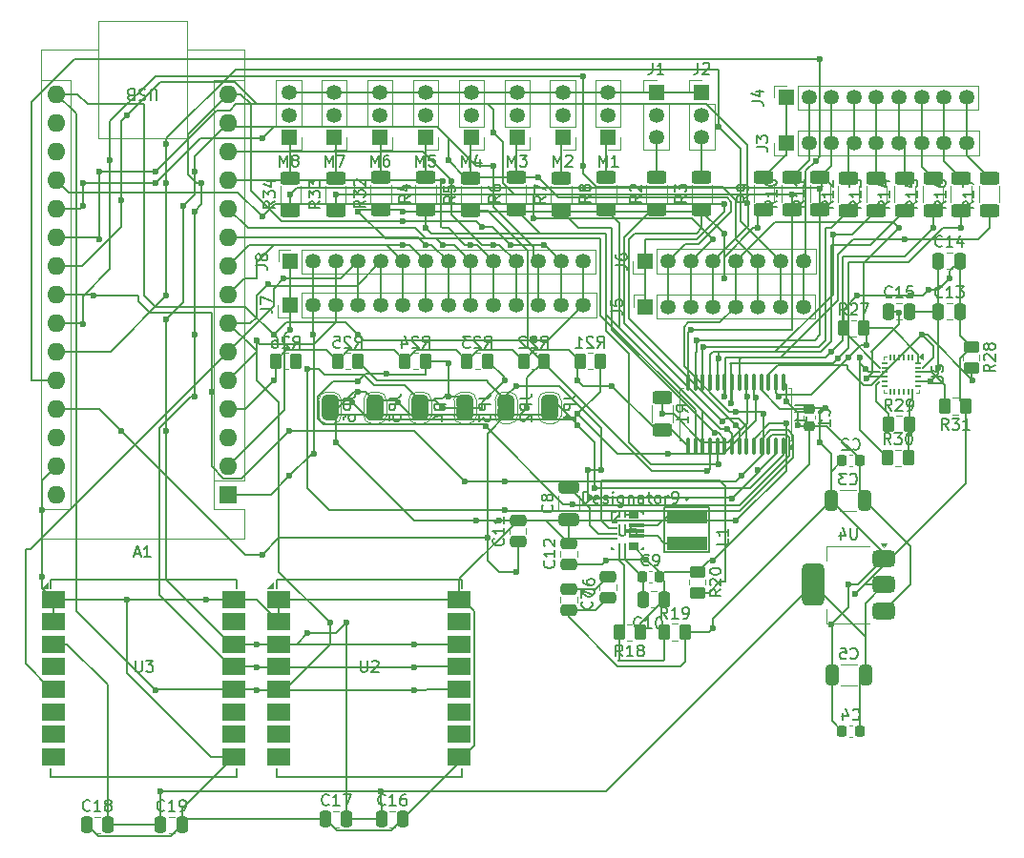
<source format=gbr>
%TF.GenerationSoftware,KiCad,Pcbnew,9.0.3*%
%TF.CreationDate,2025-07-24T22:06:45+07:00*%
%TF.ProjectId,flying thing that crashes,666c7969-6e67-4207-9468-696e67207468,rev?*%
%TF.SameCoordinates,Original*%
%TF.FileFunction,Soldermask,Top*%
%TF.FilePolarity,Negative*%
%FSLAX46Y46*%
G04 Gerber Fmt 4.6, Leading zero omitted, Abs format (unit mm)*
G04 Created by KiCad (PCBNEW 9.0.3) date 2025-07-24 22:06:45*
%MOMM*%
%LPD*%
G01*
G04 APERTURE LIST*
G04 Aperture macros list*
%AMRoundRect*
0 Rectangle with rounded corners*
0 $1 Rounding radius*
0 $2 $3 $4 $5 $6 $7 $8 $9 X,Y pos of 4 corners*
0 Add a 4 corners polygon primitive as box body*
4,1,4,$2,$3,$4,$5,$6,$7,$8,$9,$2,$3,0*
0 Add four circle primitives for the rounded corners*
1,1,$1+$1,$2,$3*
1,1,$1+$1,$4,$5*
1,1,$1+$1,$6,$7*
1,1,$1+$1,$8,$9*
0 Add four rect primitives between the rounded corners*
20,1,$1+$1,$2,$3,$4,$5,0*
20,1,$1+$1,$4,$5,$6,$7,0*
20,1,$1+$1,$6,$7,$8,$9,0*
20,1,$1+$1,$8,$9,$2,$3,0*%
%AMFreePoly0*
4,1,23,0.500000,-0.750000,0.000000,-0.750000,0.000000,-0.745722,-0.065263,-0.745722,-0.191342,-0.711940,-0.304381,-0.646677,-0.396677,-0.554381,-0.461940,-0.441342,-0.495722,-0.315263,-0.495722,-0.250000,-0.500000,-0.250000,-0.500000,0.250000,-0.495722,0.250000,-0.495722,0.315263,-0.461940,0.441342,-0.396677,0.554381,-0.304381,0.646677,-0.191342,0.711940,-0.065263,0.745722,0.000000,0.745722,
0.000000,0.750000,0.500000,0.750000,0.500000,-0.750000,0.500000,-0.750000,$1*%
%AMFreePoly1*
4,1,23,0.000000,0.745722,0.065263,0.745722,0.191342,0.711940,0.304381,0.646677,0.396677,0.554381,0.461940,0.441342,0.495722,0.315263,0.495722,0.250000,0.500000,0.250000,0.500000,-0.250000,0.495722,-0.250000,0.495722,-0.315263,0.461940,-0.441342,0.396677,-0.554381,0.304381,-0.646677,0.191342,-0.711940,0.065263,-0.745722,0.000000,-0.745722,0.000000,-0.750000,-0.500000,-0.750000,
-0.500000,0.750000,0.000000,0.750000,0.000000,0.745722,0.000000,0.745722,$1*%
G04 Aperture macros list end*
%ADD10C,0.000000*%
%ADD11RoundRect,0.250000X0.625000X-0.312500X0.625000X0.312500X-0.625000X0.312500X-0.625000X-0.312500X0*%
%ADD12R,1.350000X1.350000*%
%ADD13C,1.350000*%
%ADD14RoundRect,0.250000X0.262500X0.450000X-0.262500X0.450000X-0.262500X-0.450000X0.262500X-0.450000X0*%
%ADD15RoundRect,0.250000X-0.250000X-0.475000X0.250000X-0.475000X0.250000X0.475000X-0.250000X0.475000X0*%
%ADD16R,2.000000X1.500000*%
%ADD17RoundRect,0.250000X-0.262500X-0.450000X0.262500X-0.450000X0.262500X0.450000X-0.262500X0.450000X0*%
%ADD18RoundRect,0.102000X-1.700000X0.490000X-1.700000X-0.490000X1.700000X-0.490000X1.700000X0.490000X0*%
%ADD19R,1.600000X1.600000*%
%ADD20O,1.600000X1.600000*%
%ADD21R,0.599999X0.240000*%
%ADD22R,0.240000X0.599999*%
%ADD23R,0.850001X0.700001*%
%ADD24R,1.450000X0.349999*%
%ADD25R,1.799999X0.349999*%
%ADD26RoundRect,0.250000X0.650000X-0.325000X0.650000X0.325000X-0.650000X0.325000X-0.650000X-0.325000X0*%
%ADD27RoundRect,0.225000X-0.225000X-0.250000X0.225000X-0.250000X0.225000X0.250000X-0.225000X0.250000X0*%
%ADD28RoundRect,0.250000X0.475000X-0.250000X0.475000X0.250000X-0.475000X0.250000X-0.475000X-0.250000X0*%
%ADD29RoundRect,0.250000X-0.450000X0.262500X-0.450000X-0.262500X0.450000X-0.262500X0.450000X0.262500X0*%
%ADD30RoundRect,0.250000X-0.475000X0.250000X-0.475000X-0.250000X0.475000X-0.250000X0.475000X0.250000X0*%
%ADD31RoundRect,0.050000X-0.050000X0.225000X-0.050000X-0.225000X0.050000X-0.225000X0.050000X0.225000X0*%
%ADD32RoundRect,0.050000X-0.225000X-0.050000X0.225000X-0.050000X0.225000X0.050000X-0.225000X0.050000X0*%
%ADD33RoundRect,0.250000X0.250000X0.475000X-0.250000X0.475000X-0.250000X-0.475000X0.250000X-0.475000X0*%
%TA.AperFunction,ComponentPad*%
%ADD34R,1.350000X1.350000*%
%TD*%
%TA.AperFunction,ComponentPad*%
%ADD35C,1.350000*%
%TD*%
%TA.AperFunction,ComponentPad*%
%ADD36R,1.600000X1.600000*%
%TD*%
%TA.AperFunction,ComponentPad*%
%ADD37O,1.600000X1.600000*%
%TD*%
%TA.AperFunction,SMDPad,CuDef*%
%ADD38RoundRect,0.225000X0.250000X-0.225000X0.250000X0.225000X-0.250000X0.225000X-0.250000X-0.225000X0*%
%TD*%
%TA.AperFunction,SMDPad,CuDef*%
%ADD39RoundRect,0.250000X0.262500X0.450000X-0.262500X0.450000X-0.262500X-0.450000X0.262500X-0.450000X0*%
%TD*%
%TA.AperFunction,SMDPad,CuDef*%
%ADD40RoundRect,0.250000X0.325000X0.650000X-0.325000X0.650000X-0.325000X-0.650000X0.325000X-0.650000X0*%
%TD*%
%TA.AperFunction,SMDPad,CuDef*%
%ADD41FreePoly0,90.000000*%
%TD*%
%TA.AperFunction,SMDPad,CuDef*%
%ADD42FreePoly1,90.000000*%
%TD*%
%TA.AperFunction,SMDPad,CuDef*%
%ADD43RoundRect,0.225000X0.225000X0.250000X-0.225000X0.250000X-0.225000X-0.250000X0.225000X-0.250000X0*%
%TD*%
%TA.AperFunction,SMDPad,CuDef*%
%ADD44RoundRect,0.250000X0.625000X-0.312500X0.625000X0.312500X-0.625000X0.312500X-0.625000X-0.312500X0*%
%TD*%
%TA.AperFunction,SMDPad,CuDef*%
%ADD45RoundRect,0.100000X0.100000X-0.637500X0.100000X0.637500X-0.100000X0.637500X-0.100000X-0.637500X0*%
%TD*%
%TA.AperFunction,SMDPad,CuDef*%
%ADD46RoundRect,0.375000X0.625000X0.375000X-0.625000X0.375000X-0.625000X-0.375000X0.625000X-0.375000X0*%
%TD*%
%TA.AperFunction,SMDPad,CuDef*%
%ADD47RoundRect,0.500000X0.500000X1.400000X-0.500000X1.400000X-0.500000X-1.400000X0.500000X-1.400000X0*%
%TD*%
%TA.AperFunction,ViaPad*%
%ADD48C,0.600000*%
%TD*%
%TA.AperFunction,Conductor*%
%ADD49C,0.200000*%
%TD*%
%ADD50RoundRect,0.225000X0.250000X-0.225000X0.250000X0.225000X-0.250000X0.225000X-0.250000X-0.225000X0*%
%ADD51RoundRect,0.250000X0.325000X0.650000X-0.325000X0.650000X-0.325000X-0.650000X0.325000X-0.650000X0*%
%ADD52FreePoly0,90.000000*%
%ADD53FreePoly1,90.000000*%
%ADD54RoundRect,0.225000X0.225000X0.250000X-0.225000X0.250000X-0.225000X-0.250000X0.225000X-0.250000X0*%
%ADD55RoundRect,0.100000X0.100000X-0.637500X0.100000X0.637500X-0.100000X0.637500X-0.100000X-0.637500X0*%
%ADD56RoundRect,0.375000X0.625000X0.375000X-0.625000X0.375000X-0.625000X-0.375000X0.625000X-0.375000X0*%
%ADD57RoundRect,0.500000X0.500000X1.400000X-0.500000X1.400000X-0.500000X-1.400000X0.500000X-1.400000X0*%
%ADD58C,0.150000*%
%ADD59C,0.120000*%
%TA.AperFunction,SMDPad,CuDef*%
%ADD60RoundRect,0.250000X-0.250000X-0.475000X0.250000X-0.475000X0.250000X0.475000X-0.250000X0.475000X0*%
%TD*%
%TA.AperFunction,SMDPad,CuDef*%
%ADD61R,2.000000X1.500000*%
%TD*%
%TA.AperFunction,SMDPad,CuDef*%
%ADD62RoundRect,0.250000X-0.262500X-0.450000X0.262500X-0.450000X0.262500X0.450000X-0.262500X0.450000X0*%
%TD*%
%TA.AperFunction,SMDPad,CuDef*%
%ADD63R,3.400000X0.980000*%
%TD*%
%TA.AperFunction,SMDPad,CuDef*%
%ADD64R,0.599999X0.240000*%
%TD*%
%TA.AperFunction,SMDPad,CuDef*%
%ADD65R,0.240000X0.599999*%
%TD*%
%TA.AperFunction,SMDPad,CuDef*%
%ADD66R,0.850001X0.700001*%
%TD*%
%TA.AperFunction,SMDPad,CuDef*%
%ADD67R,1.450000X0.349999*%
%TD*%
%TA.AperFunction,SMDPad,CuDef*%
%ADD68R,1.799999X0.349999*%
%TD*%
%TA.AperFunction,SMDPad,CuDef*%
%ADD69RoundRect,0.250000X0.650000X-0.325000X0.650000X0.325000X-0.650000X0.325000X-0.650000X-0.325000X0*%
%TD*%
%TA.AperFunction,SMDPad,CuDef*%
%ADD70RoundRect,0.225000X-0.225000X-0.250000X0.225000X-0.250000X0.225000X0.250000X-0.225000X0.250000X0*%
%TD*%
%TA.AperFunction,SMDPad,CuDef*%
%ADD71RoundRect,0.250000X0.475000X-0.250000X0.475000X0.250000X-0.475000X0.250000X-0.475000X-0.250000X0*%
%TD*%
%TA.AperFunction,SMDPad,CuDef*%
%ADD72RoundRect,0.250000X-0.450000X0.262500X-0.450000X-0.262500X0.450000X-0.262500X0.450000X0.262500X0*%
%TD*%
%TA.AperFunction,SMDPad,CuDef*%
%ADD73RoundRect,0.250000X-0.475000X0.250000X-0.475000X-0.250000X0.475000X-0.250000X0.475000X0.250000X0*%
%TD*%
%TA.AperFunction,SMDPad,CuDef*%
%ADD74RoundRect,0.050000X-0.050000X0.225000X-0.050000X-0.225000X0.050000X-0.225000X0.050000X0.225000X0*%
%TD*%
%TA.AperFunction,SMDPad,CuDef*%
%ADD75RoundRect,0.050000X-0.225000X-0.050000X0.225000X-0.050000X0.225000X0.050000X-0.225000X0.050000X0*%
%TD*%
%TA.AperFunction,SMDPad,CuDef*%
%ADD76RoundRect,0.250000X0.250000X0.475000X-0.250000X0.475000X-0.250000X-0.475000X0.250000X-0.475000X0*%
%TD*%
%TA.AperFunction,Conductor*%
%ADD77C,0.150000*%
%TD*%
%ADD78R,3.400000X0.980000*%
%ADD79C,0.127000*%
%ADD80C,0.200000*%
G04 APERTURE END LIST*
D10*
%TO.C,U6*%
G36*
X68267255Y-58515963D02*
G01*
X68276636Y-58518808D01*
X68285279Y-58523428D01*
X68292856Y-58529646D01*
X68299074Y-58537223D01*
X68303697Y-58545866D01*
X68306542Y-58555246D01*
X68307502Y-58565000D01*
X68307502Y-58715000D01*
X68306542Y-58724756D01*
X68303697Y-58734136D01*
X68299074Y-58742780D01*
X68292856Y-58750357D01*
X68285279Y-58756574D01*
X68276636Y-58761195D01*
X68267255Y-58764040D01*
X68257502Y-58765000D01*
X67607501Y-58765000D01*
X67597747Y-58764040D01*
X67588367Y-58761195D01*
X67579723Y-58756574D01*
X67572146Y-58750357D01*
X67565928Y-58742780D01*
X67561306Y-58734136D01*
X67558461Y-58724756D01*
X67557501Y-58715000D01*
X67557501Y-58565000D01*
X67558461Y-58555246D01*
X67561306Y-58545866D01*
X67565928Y-58537223D01*
X67572146Y-58529646D01*
X67579723Y-58523428D01*
X67588367Y-58518808D01*
X67597747Y-58515963D01*
X67607501Y-58515000D01*
X68257502Y-58515000D01*
X68267255Y-58515963D01*
G37*
G36*
X68267255Y-60965960D02*
G01*
X68276636Y-60968805D01*
X68285279Y-60973426D01*
X68292856Y-60979643D01*
X68299074Y-60987220D01*
X68303697Y-60995864D01*
X68306542Y-61005244D01*
X68307502Y-61015000D01*
X68307502Y-61165000D01*
X68306542Y-61174754D01*
X68303697Y-61184134D01*
X68299074Y-61192777D01*
X68292856Y-61200354D01*
X68285279Y-61206572D01*
X68276636Y-61211192D01*
X68267255Y-61214037D01*
X68257502Y-61215000D01*
X67607501Y-61215000D01*
X67597747Y-61214037D01*
X67588367Y-61211192D01*
X67579723Y-61206572D01*
X67572146Y-61200354D01*
X67565928Y-61192777D01*
X67561306Y-61184134D01*
X67558461Y-61174754D01*
X67557501Y-61165000D01*
X67557501Y-61015000D01*
X67558461Y-61005244D01*
X67561306Y-60995864D01*
X67565928Y-60987220D01*
X67572146Y-60979643D01*
X67579723Y-60973426D01*
X67588367Y-60968805D01*
X67597747Y-60965960D01*
X67607501Y-60965000D01*
X68257502Y-60965000D01*
X68267255Y-60965960D01*
G37*
G36*
X67767254Y-60965960D02*
G01*
X67776634Y-60968805D01*
X67785278Y-60973428D01*
X67792855Y-60979646D01*
X67799072Y-60987223D01*
X67803693Y-60995866D01*
X67806538Y-61005247D01*
X67807500Y-61015000D01*
X67807500Y-61514999D01*
X67806538Y-61524753D01*
X67803693Y-61534133D01*
X67799072Y-61542777D01*
X67792855Y-61550354D01*
X67785278Y-61556571D01*
X67776634Y-61561194D01*
X67767254Y-61564039D01*
X67757500Y-61564999D01*
X67607501Y-61564999D01*
X67597744Y-61564039D01*
X67588364Y-61561194D01*
X67579721Y-61556571D01*
X67572144Y-61550354D01*
X67565926Y-61542777D01*
X67561306Y-61534133D01*
X67558461Y-61524753D01*
X67557501Y-61514999D01*
X67557501Y-61015000D01*
X67558461Y-61005247D01*
X67561306Y-60995866D01*
X67565926Y-60987223D01*
X67572144Y-60979646D01*
X67579721Y-60973428D01*
X67588364Y-60968805D01*
X67597744Y-60965960D01*
X67607501Y-60965000D01*
X67757500Y-60965000D01*
X67767254Y-60965960D01*
G37*
G36*
X67767254Y-58165961D02*
G01*
X67776634Y-58168806D01*
X67785278Y-58173429D01*
X67792855Y-58179646D01*
X67799072Y-58187223D01*
X67803693Y-58195867D01*
X67806538Y-58205247D01*
X67807500Y-58215001D01*
X67807500Y-58715000D01*
X67806538Y-58724753D01*
X67803693Y-58734134D01*
X67799072Y-58742777D01*
X67792855Y-58750354D01*
X67785278Y-58756572D01*
X67776634Y-58761195D01*
X67767254Y-58764040D01*
X67757500Y-58765000D01*
X67607501Y-58765000D01*
X67597744Y-58764040D01*
X67588364Y-58761195D01*
X67579721Y-58756572D01*
X67572144Y-58750354D01*
X67565926Y-58742777D01*
X67561306Y-58734134D01*
X67558461Y-58724753D01*
X67557501Y-58715000D01*
X67557501Y-58215001D01*
X67558461Y-58205247D01*
X67561306Y-58195867D01*
X67565926Y-58187223D01*
X67572144Y-58179646D01*
X67579721Y-58173429D01*
X67588364Y-58168806D01*
X67597744Y-58165961D01*
X67607501Y-58165001D01*
X67757500Y-58165001D01*
X67767254Y-58165961D01*
G37*
G36*
X68267258Y-60965960D02*
G01*
X68276638Y-60968805D01*
X68285282Y-60973428D01*
X68292859Y-60979646D01*
X68299077Y-60987223D01*
X68303697Y-60995866D01*
X68306542Y-61005247D01*
X68307502Y-61015000D01*
X68307502Y-61514999D01*
X68306542Y-61524753D01*
X68303697Y-61534133D01*
X68299077Y-61542777D01*
X68292859Y-61550354D01*
X68285282Y-61556571D01*
X68276638Y-61561194D01*
X68267258Y-61564039D01*
X68257502Y-61564999D01*
X68107502Y-61564999D01*
X68097749Y-61564039D01*
X68088368Y-61561194D01*
X68079725Y-61556571D01*
X68072148Y-61550354D01*
X68065930Y-61542777D01*
X68061310Y-61534133D01*
X68058465Y-61524753D01*
X68057502Y-61514999D01*
X68057502Y-61015000D01*
X68058465Y-61005247D01*
X68061310Y-60995866D01*
X68065930Y-60987223D01*
X68072148Y-60979646D01*
X68079725Y-60973428D01*
X68088368Y-60968805D01*
X68097749Y-60965960D01*
X68107502Y-60965000D01*
X68257502Y-60965000D01*
X68267258Y-60965960D01*
G37*
G36*
X68267258Y-58165961D02*
G01*
X68276638Y-58168806D01*
X68285282Y-58173429D01*
X68292859Y-58179646D01*
X68299077Y-58187223D01*
X68303697Y-58195867D01*
X68306542Y-58205247D01*
X68307502Y-58215001D01*
X68307502Y-58715000D01*
X68306542Y-58724753D01*
X68303697Y-58734134D01*
X68299077Y-58742777D01*
X68292859Y-58750354D01*
X68285282Y-58756572D01*
X68276638Y-58761195D01*
X68267258Y-58764040D01*
X68257502Y-58765000D01*
X68107502Y-58765000D01*
X68097749Y-58764040D01*
X68088368Y-58761195D01*
X68079725Y-58756572D01*
X68072148Y-58750354D01*
X68065930Y-58742777D01*
X68061310Y-58734134D01*
X68058465Y-58724753D01*
X68057502Y-58715000D01*
X68057502Y-58215001D01*
X68058465Y-58205247D01*
X68061310Y-58195867D01*
X68065930Y-58187223D01*
X68072148Y-58179646D01*
X68079725Y-58173429D01*
X68088368Y-58168806D01*
X68097749Y-58165961D01*
X68107502Y-58165001D01*
X68257502Y-58165001D01*
X68267258Y-58165961D01*
G37*
%TD*%
D11*
%TO.C,R7*%
X61500000Y-31460000D03*
X61500000Y-28535000D03*
%TD*%
D12*
%TO.C,M5*%
X49500000Y-24960000D03*
D13*
X49500000Y-22960000D03*
X49500000Y-20960000D03*
%TD*%
D11*
%TO.C,R15*%
X94500000Y-31460000D03*
X94500000Y-28535000D03*
%TD*%
%TO.C,R4*%
X49500000Y-31385000D03*
X49500000Y-28460000D03*
%TD*%
%TO.C,R34*%
X37500000Y-31460000D03*
X37500000Y-28535000D03*
%TD*%
D12*
%TO.C,J1*%
X69950000Y-20960000D03*
D13*
X69950000Y-22960000D03*
X69950000Y-24960000D03*
%TD*%
D14*
%TO.C,R31*%
X97412500Y-48810000D03*
X95587500Y-48810000D03*
%TD*%
D11*
%TO.C,R16*%
X97000000Y-31460000D03*
X97000000Y-28535000D03*
%TD*%
D15*
%TO.C,C19*%
X26000000Y-86000000D03*
X27900000Y-86000000D03*
%TD*%
D12*
%TO.C,J2*%
X74000000Y-20960000D03*
D13*
X74000000Y-22960000D03*
X74000000Y-24960000D03*
%TD*%
D16*
%TO.C,U3*%
X16500000Y-65960000D03*
X16500000Y-67960000D03*
X16500000Y-69960000D03*
X16500000Y-71960000D03*
X16500000Y-73960000D03*
X16500000Y-75960000D03*
X16500000Y-77960000D03*
X16500000Y-79960000D03*
X32500000Y-79960000D03*
X32500000Y-77960000D03*
X32500000Y-75960000D03*
X32500000Y-73960000D03*
X32500000Y-71960000D03*
X32500000Y-69960000D03*
X32500000Y-67960000D03*
X32500000Y-65960000D03*
%TD*%
D17*
%TO.C,R27*%
X86575000Y-41897500D03*
X88400000Y-41897500D03*
%TD*%
D11*
%TO.C,R33*%
X41500000Y-31460000D03*
X41500000Y-28535000D03*
%TD*%
D15*
%TO.C,C14*%
X95000000Y-35897500D03*
X96900000Y-35897500D03*
%TD*%
D18*
%TO.C,L1*%
X72682500Y-58595000D03*
X72682500Y-60965000D03*
%TD*%
D12*
%TO.C,M3*%
X57600000Y-24960000D03*
D13*
X57600000Y-22960000D03*
X57600000Y-20960000D03*
%TD*%
D11*
%TO.C,R13*%
X89500000Y-31460000D03*
X89500000Y-28535000D03*
%TD*%
D12*
%TO.C,M6*%
X45450000Y-24960000D03*
D13*
X45450000Y-22960000D03*
X45450000Y-20960000D03*
%TD*%
D17*
%TO.C,R30*%
X90500000Y-53397500D03*
X92325000Y-53397500D03*
%TD*%
D12*
%TO.C,J7*%
X37500000Y-39810000D03*
D13*
X39500000Y-39810000D03*
X41500000Y-39810000D03*
X43500000Y-39810000D03*
X45500000Y-39810000D03*
X47500000Y-39810000D03*
X49500000Y-39810000D03*
X51500000Y-39810000D03*
X53500000Y-39810000D03*
X55500000Y-39810000D03*
X57500000Y-39810000D03*
X59500000Y-39810000D03*
X61500000Y-39810000D03*
X63500000Y-39810000D03*
%TD*%
D11*
%TO.C,R32*%
X45500000Y-31385000D03*
X45500000Y-28460000D03*
%TD*%
D12*
%TO.C,M1*%
X65700000Y-24960000D03*
D13*
X65700000Y-22960000D03*
X65700000Y-20960000D03*
%TD*%
D19*
%TO.C,A1*%
X32000000Y-56660000D03*
D20*
X32000000Y-54120000D03*
X32000000Y-51580000D03*
X32000000Y-49040000D03*
X32000000Y-46500000D03*
X32000000Y-43960000D03*
X32000000Y-41420000D03*
X32000000Y-38880000D03*
X32000000Y-36340000D03*
X32000000Y-33800000D03*
X32000000Y-31260000D03*
X32000000Y-28720000D03*
X32000000Y-26180000D03*
X32000000Y-23640000D03*
X32000000Y-21100000D03*
X16760000Y-21100000D03*
X16760000Y-23640000D03*
X16760000Y-26180000D03*
X16760000Y-28720000D03*
X16760000Y-31260000D03*
X16760000Y-33800000D03*
X16760000Y-36340000D03*
X16760000Y-38880000D03*
X16760000Y-41420000D03*
X16760000Y-43960000D03*
X16760000Y-46500000D03*
X16760000Y-49040000D03*
X16760000Y-51580000D03*
X16760000Y-54120000D03*
X16760000Y-56660000D03*
%TD*%
D21*
%TO.C,U6*%
X66257501Y-59114999D03*
X66257501Y-59614998D03*
X66257501Y-60115000D03*
X66257501Y-60614998D03*
D22*
X66682501Y-61265000D03*
X67182500Y-61265000D03*
D23*
X67932501Y-61265000D03*
X67932501Y-61265000D03*
D24*
X68182501Y-60364999D03*
D25*
X68007500Y-59865000D03*
D24*
X68182501Y-59365001D03*
D23*
X67932501Y-58465000D03*
X67932501Y-58465000D03*
D22*
X67182500Y-58465000D03*
X66682501Y-58465000D03*
%TD*%
D15*
%TO.C,C17*%
X40600000Y-85500000D03*
X42500000Y-85500000D03*
%TD*%
D26*
%TO.C,C8*%
X62182500Y-58915000D03*
X62182500Y-55965000D03*
%TD*%
D14*
%TO.C,R18*%
X68507500Y-68915000D03*
X66682500Y-68915000D03*
%TD*%
D12*
%TO.C,M7*%
X41400000Y-24960000D03*
D13*
X41400000Y-22960000D03*
X41400000Y-20960000D03*
%TD*%
D15*
%TO.C,C13*%
X95000000Y-40397500D03*
X96900000Y-40397500D03*
%TD*%
D17*
%TO.C,R19*%
X70682500Y-68865000D03*
X72507500Y-68865000D03*
%TD*%
D11*
%TO.C,R2*%
X70000000Y-31385000D03*
X70000000Y-28460000D03*
%TD*%
D17*
%TO.C,R29*%
X90575000Y-50397500D03*
X92400000Y-50397500D03*
%TD*%
D12*
%TO.C,J8*%
X37500000Y-35960000D03*
D13*
X39500000Y-35960000D03*
X41500000Y-35960000D03*
X43500000Y-35960000D03*
X45500000Y-35960000D03*
X47500000Y-35960000D03*
X49500000Y-35960000D03*
X51500000Y-35960000D03*
X53500000Y-35960000D03*
X55500000Y-35960000D03*
X57500000Y-35960000D03*
X59500000Y-35960000D03*
X61500000Y-35960000D03*
X63500000Y-35960000D03*
%TD*%
D27*
%TO.C,C9*%
X68682500Y-63965000D03*
X70232500Y-63965000D03*
%TD*%
D28*
%TO.C,C12*%
X62182500Y-62865000D03*
X62182500Y-60965000D03*
%TD*%
D29*
%TO.C,R28*%
X97900000Y-43572500D03*
X97900000Y-45397500D03*
%TD*%
D30*
%TO.C,C7*%
X62182500Y-65065000D03*
X62182500Y-66965000D03*
%TD*%
D11*
%TO.C,R8*%
X65500000Y-31385000D03*
X65500000Y-28460000D03*
%TD*%
%TO.C,R14*%
X92000000Y-31460000D03*
X92000000Y-28535000D03*
%TD*%
D12*
%TO.C,J5*%
X69000000Y-40000000D03*
D13*
X71000000Y-40000000D03*
X73000000Y-40000000D03*
X75000000Y-40000000D03*
X77000000Y-40000000D03*
X79000000Y-40000000D03*
X81000000Y-40000000D03*
X83000000Y-40000000D03*
%TD*%
D11*
%TO.C,R12*%
X87000000Y-31460000D03*
X87000000Y-28535000D03*
%TD*%
D12*
%TO.C,M8*%
X37350000Y-24960000D03*
D13*
X37350000Y-22960000D03*
X37350000Y-20960000D03*
%TD*%
D15*
%TO.C,C15*%
X90550000Y-40397500D03*
X92450000Y-40397500D03*
%TD*%
%TO.C,C16*%
X45600000Y-85500000D03*
X47500000Y-85500000D03*
%TD*%
%TO.C,C18*%
X19400000Y-86000000D03*
X21300000Y-86000000D03*
%TD*%
D16*
%TO.C,U2*%
X36500000Y-65960000D03*
X36500000Y-67960000D03*
X36500000Y-69960000D03*
X36500000Y-71960000D03*
X36500000Y-73960000D03*
X36500000Y-75960000D03*
X36500000Y-77960000D03*
X36500000Y-79960000D03*
X52500000Y-79960000D03*
X52500000Y-77960000D03*
X52500000Y-75960000D03*
X52500000Y-73960000D03*
X52500000Y-71960000D03*
X52500000Y-69960000D03*
X52500000Y-67960000D03*
X52500000Y-65960000D03*
%TD*%
D31*
%TO.C,U5*%
X92700000Y-44500000D03*
X92300000Y-44500000D03*
X91900000Y-44500000D03*
X91500000Y-44500000D03*
X91100000Y-44500000D03*
X90700000Y-44500000D03*
D32*
X90200000Y-45000000D03*
X90200000Y-45400000D03*
X90200000Y-45800000D03*
X90200000Y-46200000D03*
X90200000Y-46600000D03*
X90200000Y-47000000D03*
D31*
X90700000Y-47500000D03*
X91100000Y-47500000D03*
X91500000Y-47500000D03*
X91900000Y-47500000D03*
X92300000Y-47500000D03*
X92700000Y-47500000D03*
D32*
X93200000Y-47000000D03*
X93200000Y-46600000D03*
X93200000Y-46200000D03*
X93200000Y-45800000D03*
X93200000Y-45400000D03*
X93200000Y-45000000D03*
%TD*%
D28*
%TO.C,C6*%
X65682500Y-65865000D03*
X65682500Y-63965000D03*
%TD*%
D12*
%TO.C,J4*%
X81500000Y-21410000D03*
D13*
X83500000Y-21410000D03*
X85500000Y-21410000D03*
X87500000Y-21410000D03*
X89500000Y-21410000D03*
X91500000Y-21410000D03*
X93500000Y-21410000D03*
X95500000Y-21410000D03*
X97500000Y-21410000D03*
%TD*%
D29*
%TO.C,R20*%
X73595000Y-63540000D03*
X73595000Y-65365000D03*
%TD*%
D12*
%TO.C,M2*%
X61650000Y-24960000D03*
D13*
X61650000Y-22960000D03*
X61650000Y-20960000D03*
%TD*%
D12*
%TO.C,J6*%
X69000000Y-35950000D03*
D13*
X71000000Y-35950000D03*
X73000000Y-35950000D03*
X75000000Y-35950000D03*
X77000000Y-35950000D03*
X79000000Y-35950000D03*
X81000000Y-35950000D03*
X83000000Y-35950000D03*
%TD*%
D11*
%TO.C,R9*%
X79500000Y-31385000D03*
X79500000Y-28460000D03*
%TD*%
D28*
%TO.C,C11*%
X57682500Y-60865000D03*
X57682500Y-58965000D03*
%TD*%
D11*
%TO.C,R6*%
X57500000Y-31385000D03*
X57500000Y-28460000D03*
%TD*%
%TO.C,R3*%
X74000000Y-31385000D03*
X74000000Y-28460000D03*
%TD*%
%TO.C,R11*%
X84500000Y-31385000D03*
X84500000Y-28460000D03*
%TD*%
D12*
%TO.C,J3*%
X81500000Y-25460000D03*
D13*
X83500000Y-25460000D03*
X85500000Y-25460000D03*
X87500000Y-25460000D03*
X89500000Y-25460000D03*
X91500000Y-25460000D03*
X93500000Y-25460000D03*
X95500000Y-25460000D03*
X97500000Y-25460000D03*
%TD*%
D11*
%TO.C,R5*%
X53500000Y-31460000D03*
X53500000Y-28535000D03*
%TD*%
D33*
%TO.C,C10*%
X70682500Y-65965000D03*
X68782500Y-65965000D03*
%TD*%
D11*
%TO.C,R10*%
X82000000Y-31385000D03*
X82000000Y-28460000D03*
%TD*%
%TO.C,R17*%
X99500000Y-31460000D03*
X99500000Y-28535000D03*
%TD*%
D12*
%TO.C,M4*%
X53550000Y-24960000D03*
D13*
X53550000Y-22960000D03*
X53550000Y-20960000D03*
%TD*%
D34*
%TO.P,M5,1,PWM*%
%TO.N,Net-(M5-PWM)*%
X49500000Y-24960000D03*
D35*
%TO.P,M5,2,+*%
%TO.N,MVIN*%
X49500000Y-22960000D03*
%TO.P,M5,3,-*%
%TO.N,GND*%
X49500000Y-20960000D03*
%TD*%
D34*
%TO.P,J1,1,Pin_1*%
%TO.N,GND*%
X69950000Y-20960000D03*
D35*
%TO.P,J1,2,Pin_2*%
%TO.N,MVIN*%
X69950000Y-22960000D03*
%TO.P,J1,3,Pin_3*%
%TO.N,Net-(J1-Pin_3)*%
X69950000Y-24960000D03*
%TD*%
D34*
%TO.P,J2,1,Pin_1*%
%TO.N,GND*%
X74000000Y-20960000D03*
D35*
%TO.P,J2,2,Pin_2*%
%TO.N,MVIN*%
X74000000Y-22960000D03*
%TO.P,J2,3,Pin_3*%
%TO.N,Net-(J2-Pin_3)*%
X74000000Y-24960000D03*
%TD*%
D34*
%TO.P,M3,1,PWM*%
%TO.N,Net-(M3-PWM)*%
X57600000Y-24960000D03*
D35*
%TO.P,M3,2,+*%
%TO.N,MVIN*%
X57600000Y-22960000D03*
%TO.P,M3,3,-*%
%TO.N,GND*%
X57600000Y-20960000D03*
%TD*%
D34*
%TO.P,M6,1,PWM*%
%TO.N,Net-(M6-PWM)*%
X45450000Y-24960000D03*
D35*
%TO.P,M6,2,+*%
%TO.N,MVIN*%
X45450000Y-22960000D03*
%TO.P,M6,3,-*%
%TO.N,GND*%
X45450000Y-20960000D03*
%TD*%
D34*
%TO.P,J7,1,Pin_1*%
%TO.N,D0*%
X37500000Y-39810000D03*
D35*
%TO.P,J7,2,Pin_2*%
%TO.N,D1*%
X39500000Y-39810000D03*
%TO.P,J7,3,Pin_3*%
%TO.N,D2*%
X41500000Y-39810000D03*
%TO.P,J7,4,Pin_4*%
%TO.N,D3*%
X43500000Y-39810000D03*
%TO.P,J7,5,Pin_5*%
%TO.N,D4*%
X45500000Y-39810000D03*
%TO.P,J7,6,Pin_6*%
%TO.N,D5*%
X47500000Y-39810000D03*
%TO.P,J7,7,Pin_7*%
%TO.N,D6*%
X49500000Y-39810000D03*
%TO.P,J7,8,Pin_8*%
%TO.N,D7*%
X51500000Y-39810000D03*
%TO.P,J7,9,Pin_9*%
%TO.N,D8*%
X53500000Y-39810000D03*
%TO.P,J7,10,Pin_10*%
%TO.N,D9*%
X55500000Y-39810000D03*
%TO.P,J7,11,Pin_11*%
%TO.N,D10*%
X57500000Y-39810000D03*
%TO.P,J7,12,Pin_12*%
%TO.N,D11*%
X59500000Y-39810000D03*
%TO.P,J7,13,Pin_13*%
%TO.N,D12*%
X61500000Y-39810000D03*
%TO.P,J7,14,Pin_14*%
%TO.N,D13*%
X63500000Y-39810000D03*
%TD*%
D34*
%TO.P,M1,1,PWM*%
%TO.N,Net-(M1-PWM)*%
X65700000Y-24960000D03*
D35*
%TO.P,M1,2,+*%
%TO.N,MVIN*%
X65700000Y-22960000D03*
%TO.P,M1,3,-*%
%TO.N,GND*%
X65700000Y-20960000D03*
%TD*%
D36*
%TO.P,A1,1,D1/TX*%
%TO.N,D1*%
X32000000Y-56660000D03*
D37*
%TO.P,A1,2,D0/RX*%
%TO.N,D0*%
X32000000Y-54120000D03*
%TO.P,A1,3,~{RESET}*%
%TO.N,unconnected-(A1-~{RESET}-Pad3)*%
X32000000Y-51580000D03*
%TO.P,A1,4,GND*%
%TO.N,GND*%
X32000000Y-49040000D03*
%TO.P,A1,5,D2*%
%TO.N,D2*%
X32000000Y-46500000D03*
%TO.P,A1,6,D3*%
%TO.N,D3*%
X32000000Y-43960000D03*
%TO.P,A1,7,D4*%
%TO.N,D4*%
X32000000Y-41420000D03*
%TO.P,A1,8,D5*%
%TO.N,D5*%
X32000000Y-38880000D03*
%TO.P,A1,9,D6*%
%TO.N,D6*%
X32000000Y-36340000D03*
%TO.P,A1,10,D7*%
%TO.N,D7*%
X32000000Y-33800000D03*
%TO.P,A1,11,D8*%
%TO.N,D8*%
X32000000Y-31260000D03*
%TO.P,A1,12,D9*%
%TO.N,D9*%
X32000000Y-28720000D03*
%TO.P,A1,13,D10*%
%TO.N,D10*%
X32000000Y-26180000D03*
%TO.P,A1,14,D11*%
%TO.N,D11*%
X32000000Y-23640000D03*
%TO.P,A1,15,D12*%
%TO.N,D12*%
X32000000Y-21100000D03*
%TO.P,A1,16,D13*%
%TO.N,D13*%
X16760000Y-21100000D03*
%TO.P,A1,17,3V3*%
%TO.N,unconnected-(A1-3V3-Pad17)*%
X16760000Y-23640000D03*
%TO.P,A1,18,AREF*%
%TO.N,AREF*%
X16760000Y-26180000D03*
%TO.P,A1,19,A0*%
%TO.N,A0*%
X16760000Y-28720000D03*
%TO.P,A1,20,A1*%
%TO.N,A1*%
X16760000Y-31260000D03*
%TO.P,A1,21,A2*%
%TO.N,A2*%
X16760000Y-33800000D03*
%TO.P,A1,22,A3*%
%TO.N,A3*%
X16760000Y-36340000D03*
%TO.P,A1,23,A4*%
%TO.N,A4*%
X16760000Y-38880000D03*
%TO.P,A1,24,A5*%
%TO.N,A5*%
X16760000Y-41420000D03*
%TO.P,A1,25,A6*%
%TO.N,A6*%
X16760000Y-43960000D03*
%TO.P,A1,26,A7*%
%TO.N,A7*%
X16760000Y-46500000D03*
%TO.P,A1,27,+5V*%
%TO.N,5V*%
X16760000Y-49040000D03*
%TO.P,A1,28,~{RESET}*%
%TO.N,unconnected-(A1-~{RESET}-Pad28)*%
X16760000Y-51580000D03*
%TO.P,A1,29,GND*%
%TO.N,GND*%
X16760000Y-54120000D03*
%TO.P,A1,30,VIN*%
%TO.N,unconnected-(A1-VIN-Pad30)*%
X16760000Y-56660000D03*
%TD*%
D34*
%TO.P,M7,1,PWM*%
%TO.N,Net-(M7-PWM)*%
X41400000Y-24960000D03*
D35*
%TO.P,M7,2,+*%
%TO.N,MVIN*%
X41400000Y-22960000D03*
%TO.P,M7,3,-*%
%TO.N,GND*%
X41400000Y-20960000D03*
%TD*%
D34*
%TO.P,J8,1,Pin_1*%
%TO.N,D0*%
X37500000Y-35960000D03*
D35*
%TO.P,J8,2,Pin_2*%
%TO.N,D1*%
X39500000Y-35960000D03*
%TO.P,J8,3,Pin_3*%
%TO.N,D2*%
X41500000Y-35960000D03*
%TO.P,J8,4,Pin_4*%
%TO.N,D3*%
X43500000Y-35960000D03*
%TO.P,J8,5,Pin_5*%
%TO.N,D4*%
X45500000Y-35960000D03*
%TO.P,J8,6,Pin_6*%
%TO.N,D5*%
X47500000Y-35960000D03*
%TO.P,J8,7,Pin_7*%
%TO.N,D6*%
X49500000Y-35960000D03*
%TO.P,J8,8,Pin_8*%
%TO.N,D7*%
X51500000Y-35960000D03*
%TO.P,J8,9,Pin_9*%
%TO.N,D8*%
X53500000Y-35960000D03*
%TO.P,J8,10,Pin_10*%
%TO.N,D9*%
X55500000Y-35960000D03*
%TO.P,J8,11,Pin_11*%
%TO.N,D10*%
X57500000Y-35960000D03*
%TO.P,J8,12,Pin_12*%
%TO.N,D11*%
X59500000Y-35960000D03*
%TO.P,J8,13,Pin_13*%
%TO.N,D12*%
X61500000Y-35960000D03*
%TO.P,J8,14,Pin_14*%
%TO.N,D13*%
X63500000Y-35960000D03*
%TD*%
D34*
%TO.P,J5,1,Pin_1*%
%TO.N,A0*%
X69000000Y-40000000D03*
D35*
%TO.P,J5,2,Pin_2*%
%TO.N,A1*%
X71000000Y-40000000D03*
%TO.P,J5,3,Pin_3*%
%TO.N,A2*%
X73000000Y-40000000D03*
%TO.P,J5,4,Pin_4*%
%TO.N,A3*%
X75000000Y-40000000D03*
%TO.P,J5,5,Pin_5*%
%TO.N,A4*%
X77000000Y-40000000D03*
%TO.P,J5,6,Pin_6*%
%TO.N,A5*%
X79000000Y-40000000D03*
%TO.P,J5,7,Pin_7*%
%TO.N,A6*%
X81000000Y-40000000D03*
%TO.P,J5,8,Pin_8*%
%TO.N,A7*%
X83000000Y-40000000D03*
%TD*%
D34*
%TO.P,M8,1,PWM*%
%TO.N,Net-(M8-PWM)*%
X37350000Y-24960000D03*
D35*
%TO.P,M8,2,+*%
%TO.N,MVIN*%
X37350000Y-22960000D03*
%TO.P,M8,3,-*%
%TO.N,GND*%
X37350000Y-20960000D03*
%TD*%
D34*
%TO.P,J4,1,Pin_1*%
%TO.N,Net-(J3-Pin_1)*%
X81500000Y-21410000D03*
D35*
%TO.P,J4,2,Pin_2*%
%TO.N,Net-(J3-Pin_2)*%
X83500000Y-21410000D03*
%TO.P,J4,3,Pin_3*%
%TO.N,Net-(J3-Pin_3)*%
X85500000Y-21410000D03*
%TO.P,J4,4,Pin_4*%
%TO.N,Net-(J3-Pin_4)*%
X87500000Y-21410000D03*
%TO.P,J4,5,Pin_5*%
%TO.N,Net-(J3-Pin_5)*%
X89500000Y-21410000D03*
%TO.P,J4,6,Pin_6*%
%TO.N,Net-(J3-Pin_6)*%
X91500000Y-21410000D03*
%TO.P,J4,7,Pin_7*%
%TO.N,Net-(J3-Pin_7)*%
X93500000Y-21410000D03*
%TO.P,J4,8,Pin_8*%
%TO.N,Net-(J3-Pin_8)*%
X95500000Y-21410000D03*
%TO.P,J4,9,Pin_9*%
%TO.N,Net-(J3-Pin_9)*%
X97500000Y-21410000D03*
%TD*%
D34*
%TO.P,M2,1,PWM*%
%TO.N,Net-(M2-PWM)*%
X61650000Y-24960000D03*
D35*
%TO.P,M2,2,+*%
%TO.N,MVIN*%
X61650000Y-22960000D03*
%TO.P,M2,3,-*%
%TO.N,GND*%
X61650000Y-20960000D03*
%TD*%
D34*
%TO.P,J6,1,Pin_1*%
%TO.N,A0*%
X69000000Y-35950000D03*
D35*
%TO.P,J6,2,Pin_2*%
%TO.N,A1*%
X71000000Y-35950000D03*
%TO.P,J6,3,Pin_3*%
%TO.N,A2*%
X73000000Y-35950000D03*
%TO.P,J6,4,Pin_4*%
%TO.N,A3*%
X75000000Y-35950000D03*
%TO.P,J6,5,Pin_5*%
%TO.N,A4*%
X77000000Y-35950000D03*
%TO.P,J6,6,Pin_6*%
%TO.N,A5*%
X79000000Y-35950000D03*
%TO.P,J6,7,Pin_7*%
%TO.N,A6*%
X81000000Y-35950000D03*
%TO.P,J6,8,Pin_8*%
%TO.N,A7*%
X83000000Y-35950000D03*
%TD*%
D34*
%TO.P,J3,1,Pin_1*%
%TO.N,Net-(J3-Pin_1)*%
X81500000Y-25460000D03*
D35*
%TO.P,J3,2,Pin_2*%
%TO.N,Net-(J3-Pin_2)*%
X83500000Y-25460000D03*
%TO.P,J3,3,Pin_3*%
%TO.N,Net-(J3-Pin_3)*%
X85500000Y-25460000D03*
%TO.P,J3,4,Pin_4*%
%TO.N,Net-(J3-Pin_4)*%
X87500000Y-25460000D03*
%TO.P,J3,5,Pin_5*%
%TO.N,Net-(J3-Pin_5)*%
X89500000Y-25460000D03*
%TO.P,J3,6,Pin_6*%
%TO.N,Net-(J3-Pin_6)*%
X91500000Y-25460000D03*
%TO.P,J3,7,Pin_7*%
%TO.N,Net-(J3-Pin_7)*%
X93500000Y-25460000D03*
%TO.P,J3,8,Pin_8*%
%TO.N,Net-(J3-Pin_8)*%
X95500000Y-25460000D03*
%TO.P,J3,9,Pin_9*%
%TO.N,Net-(J3-Pin_9)*%
X97500000Y-25460000D03*
%TD*%
D34*
%TO.P,M4,1,PWM*%
%TO.N,Net-(M4-PWM)*%
X53550000Y-24960000D03*
D35*
%TO.P,M4,2,+*%
%TO.N,MVIN*%
X53550000Y-22960000D03*
%TO.P,M4,3,-*%
%TO.N,GND*%
X53550000Y-20960000D03*
%TD*%
D38*
%TO.P,C1,1*%
%TO.N,5V*%
X83500000Y-50575000D03*
%TO.P,C1,2*%
%TO.N,GND*%
X83500000Y-49025000D03*
%TD*%
D39*
%TO.P,R22,1*%
%TO.N,Net-(JP5-B)*%
X60000000Y-44810000D03*
%TO.P,R22,2*%
%TO.N,GND*%
X58175000Y-44810000D03*
%TD*%
D40*
%TO.P,C5,1*%
%TO.N,3V3*%
X88500000Y-72675000D03*
%TO.P,C5,2*%
%TO.N,GND*%
X85550000Y-72675000D03*
%TD*%
D41*
%TO.P,JP5,1,A*%
%TO.N,5V*%
X45000000Y-49610000D03*
D42*
%TO.P,JP5,2,B*%
%TO.N,Net-(JP5-B)*%
X45000000Y-48310000D03*
%TD*%
D43*
%TO.P,C4,1*%
%TO.N,3V3*%
X88000000Y-77675000D03*
%TO.P,C4,2*%
%TO.N,GND*%
X86450000Y-77675000D03*
%TD*%
D44*
%TO.P,R1,1*%
%TO.N,GND*%
X70500000Y-50950000D03*
%TO.P,R1,2*%
%TO.N,Net-(U1-~{OE})*%
X70500000Y-48025000D03*
%TD*%
D41*
%TO.P,JP3,1,A*%
%TO.N,5V*%
X53000000Y-49610000D03*
D42*
%TO.P,JP3,2,B*%
%TO.N,Net-(JP3-B)*%
X53000000Y-48310000D03*
%TD*%
D41*
%TO.P,JP4,1,A*%
%TO.N,5V*%
X49000000Y-49610000D03*
D42*
%TO.P,JP4,2,B*%
%TO.N,Net-(JP4-B)*%
X49000000Y-48310000D03*
%TD*%
D41*
%TO.P,JP6,1,A*%
%TO.N,5V*%
X41000000Y-49610000D03*
D42*
%TO.P,JP6,2,B*%
%TO.N,Net-(JP6-B)*%
X41000000Y-48310000D03*
%TD*%
D40*
%TO.P,C3,1*%
%TO.N,5V*%
X88450000Y-57175000D03*
%TO.P,C3,2*%
%TO.N,GND*%
X85500000Y-57175000D03*
%TD*%
D39*
%TO.P,R25,1*%
%TO.N,Net-(JP2-B)*%
X43500000Y-44810000D03*
%TO.P,R25,2*%
%TO.N,GND*%
X41675000Y-44810000D03*
%TD*%
D41*
%TO.P,JP2,1,A*%
%TO.N,5V*%
X56650000Y-49610000D03*
D42*
%TO.P,JP2,2,B*%
%TO.N,Net-(JP2-B)*%
X56650000Y-48310000D03*
%TD*%
D45*
%TO.P,U1,1,A0*%
%TO.N,Net-(JP1-B)*%
X81225000Y-52387500D03*
%TO.P,U1,2,A1*%
%TO.N,Net-(JP2-B)*%
X80575000Y-52387500D03*
%TO.P,U1,3,A2*%
%TO.N,Net-(JP3-B)*%
X79925000Y-52387500D03*
%TO.P,U1,4,A3*%
%TO.N,Net-(JP4-B)*%
X79275000Y-52387500D03*
%TO.P,U1,5,A4*%
%TO.N,Net-(JP5-B)*%
X78625000Y-52387500D03*
%TO.P,U1,6,LED0*%
%TO.N,PWM 0*%
X77975000Y-52387500D03*
%TO.P,U1,7,LED1*%
%TO.N,PWM 1*%
X77325000Y-52387500D03*
%TO.P,U1,8,LED2*%
%TO.N,PWM 2*%
X76675000Y-52387500D03*
%TO.P,U1,9,LED3*%
%TO.N,PWM 3*%
X76025000Y-52387500D03*
%TO.P,U1,10,LED4*%
%TO.N,PWM 4*%
X75375000Y-52387500D03*
%TO.P,U1,11,LED5*%
%TO.N,PWM 5*%
X74725000Y-52387500D03*
%TO.P,U1,12,LED6*%
%TO.N,PWM 6*%
X74075000Y-52387500D03*
%TO.P,U1,13,LED7*%
%TO.N,PWM 7*%
X73425000Y-52387500D03*
%TO.P,U1,14,VSS*%
%TO.N,GND*%
X72775000Y-52387500D03*
%TO.P,U1,15,LED8*%
%TO.N,PWM 8*%
X72775000Y-46662500D03*
%TO.P,U1,16,LED9*%
%TO.N,PWM 9*%
X73425000Y-46662500D03*
%TO.P,U1,17,LED10*%
%TO.N,PWM 10*%
X74075000Y-46662500D03*
%TO.P,U1,18,LED11*%
%TO.N,PWM 11*%
X74725000Y-46662500D03*
%TO.P,U1,19,LED12*%
%TO.N,PWM 12*%
X75375000Y-46662500D03*
%TO.P,U1,20,LED13*%
%TO.N,PWM 13*%
X76025000Y-46662500D03*
%TO.P,U1,21,LED14*%
%TO.N,PWM 14*%
X76675000Y-46662500D03*
%TO.P,U1,22,LED15*%
%TO.N,PWM 15*%
X77325000Y-46662500D03*
%TO.P,U1,23,~{OE}*%
%TO.N,Net-(U1-~{OE})*%
X77975000Y-46662500D03*
%TO.P,U1,24,A5*%
%TO.N,Net-(JP6-B)*%
X78625000Y-46662500D03*
%TO.P,U1,25,EXTCLK*%
%TO.N,GND*%
X79275000Y-46662500D03*
%TO.P,U1,26,SCL*%
%TO.N,A5*%
X79925000Y-46662500D03*
%TO.P,U1,27,SDA*%
%TO.N,A4*%
X80575000Y-46662500D03*
%TO.P,U1,28,VDD*%
%TO.N,5V*%
X81225000Y-46662500D03*
%TD*%
D43*
%TO.P,C2,1*%
%TO.N,5V*%
X88000000Y-53675000D03*
%TO.P,C2,2*%
%TO.N,GND*%
X86450000Y-53675000D03*
%TD*%
D46*
%TO.P,U4,1,GND*%
%TO.N,GND*%
X90150000Y-62375000D03*
%TO.P,U4,2,VO*%
%TO.N,3V3*%
X90150000Y-64675000D03*
D47*
X83850000Y-64675000D03*
D46*
%TO.P,U4,3,VI*%
%TO.N,5V*%
X90150000Y-66975000D03*
%TD*%
D39*
%TO.P,R26,1*%
%TO.N,Net-(JP1-B)*%
X38000000Y-44810000D03*
%TO.P,R26,2*%
%TO.N,GND*%
X36175000Y-44810000D03*
%TD*%
%TO.P,R24,1*%
%TO.N,Net-(JP3-B)*%
X49500000Y-44810000D03*
%TO.P,R24,2*%
%TO.N,GND*%
X47675000Y-44810000D03*
%TD*%
%TO.P,R21,1*%
%TO.N,Net-(JP6-B)*%
X65000000Y-44810000D03*
%TO.P,R21,2*%
%TO.N,GND*%
X63175000Y-44810000D03*
%TD*%
%TO.P,R23,1*%
%TO.N,Net-(JP4-B)*%
X55000000Y-44810000D03*
%TO.P,R23,2*%
%TO.N,GND*%
X53175000Y-44810000D03*
%TD*%
D41*
%TO.P,JP1,1,A*%
%TO.N,5V*%
X60500000Y-49610000D03*
D42*
%TO.P,JP1,2,B*%
%TO.N,Net-(JP1-B)*%
X60500000Y-48310000D03*
%TD*%
D48*
%TO.N,D2*%
X34500000Y-43000000D03*
%TO.N,D9*%
X53500000Y-34501000D03*
X51000000Y-28799000D03*
%TO.N,5V*%
X65500000Y-62500000D03*
X55000000Y-60500000D03*
X75000000Y-62500000D03*
X81500000Y-48425000D03*
X69083751Y-62416249D03*
X35000000Y-62000000D03*
X57500000Y-63500000D03*
X82500000Y-50500000D03*
X22500000Y-51000000D03*
%TO.N,D8*%
X51000000Y-34501000D03*
%TO.N,D6*%
X47500000Y-34501000D03*
%TO.N,A7*%
X84098090Y-27007847D03*
X84500000Y-18000000D03*
%TO.N,D7*%
X49500000Y-34501000D03*
%TO.N,D10*%
X55500000Y-34501000D03*
X51800003Y-28799000D03*
%TO.N,D1*%
X39600000Y-53000000D03*
X39500000Y-42500000D03*
X37400000Y-55000000D03*
%TO.N,GND*%
X85500000Y-68175000D03*
X95000000Y-45397500D03*
X87000000Y-64675000D03*
X66000000Y-47000000D03*
X94325735Y-46571765D03*
X30000000Y-66000000D03*
X15500000Y-58000000D03*
X15500000Y-64000000D03*
X84500000Y-52000000D03*
X75000000Y-68500000D03*
X23000000Y-66000000D03*
X63000000Y-46500000D03*
X85000000Y-49000000D03*
X36000000Y-46500000D03*
%TO.N,A2*%
X75000000Y-34000000D03*
X20500000Y-34000000D03*
X55500000Y-24500000D03*
X59063528Y-32100000D03*
X25500000Y-28000000D03*
X20500000Y-28000000D03*
%TO.N,D4*%
X41000000Y-68000000D03*
X35500000Y-38000000D03*
%TO.N,D12*%
X29000000Y-48000000D03*
X29600000Y-29000000D03*
X48500000Y-72000000D03*
X60000000Y-34501000D03*
X34500000Y-72000000D03*
X29000000Y-42500000D03*
X29000000Y-31500000D03*
X47500000Y-32400000D03*
X57000000Y-34501000D03*
X54500000Y-32900000D03*
%TO.N,A3*%
X22500000Y-30500000D03*
X23000000Y-23000000D03*
X78065687Y-30785000D03*
%TO.N,D0*%
X37500000Y-42000000D03*
%TO.N,A4*%
X77000000Y-49299000D03*
X56500000Y-55500000D03*
X53000000Y-55500000D03*
X91500000Y-33000000D03*
X37400000Y-51000000D03*
X20000000Y-39000000D03*
X77500000Y-55000000D03*
X79500000Y-49500000D03*
X30500000Y-47500000D03*
X88637878Y-43362122D03*
X87000000Y-44500000D03*
X80861715Y-47942717D03*
%TO.N,D11*%
X29000000Y-28000000D03*
X55500000Y-27500000D03*
X28000000Y-31000000D03*
X34500000Y-70000000D03*
X48500000Y-70000000D03*
X26500000Y-41100000D03*
X26500000Y-51000000D03*
%TO.N,D13*%
X36000000Y-42500000D03*
X34500000Y-74000000D03*
X48500000Y-74000000D03*
X43500000Y-42500000D03*
X59124000Y-43000000D03*
X25500000Y-74000000D03*
%TO.N,A1*%
X19100000Y-29000000D03*
X35000000Y-25000000D03*
X25500000Y-29000000D03*
X19100000Y-31000000D03*
X51500000Y-27000000D03*
X59500000Y-28500000D03*
%TO.N,A5*%
X19100000Y-41500000D03*
X63500000Y-27500000D03*
X21500000Y-27000000D03*
X93500000Y-42500000D03*
X63500000Y-19500000D03*
X98000000Y-46500000D03*
%TO.N,A0*%
X76000000Y-30900000D03*
X35000000Y-32000000D03*
%TO.N,A6*%
X26500000Y-29000000D03*
X26500000Y-39000000D03*
X26500000Y-25500000D03*
X75500000Y-24000000D03*
%TO.N,D3*%
X36900000Y-37500000D03*
%TO.N,3V3*%
X87800000Y-39000000D03*
X94100000Y-38500000D03*
X39000000Y-69000000D03*
X26000000Y-83000000D03*
X87600000Y-65500000D03*
X92500000Y-39000000D03*
X42500000Y-68000000D03*
X96000000Y-37500000D03*
X45500000Y-83000000D03*
%TO.N,Net-(U5-REGOUT)*%
X88600000Y-46366975D03*
X91450000Y-40500000D03*
%TO.N,Net-(JP1-B)*%
X63000000Y-50500000D03*
X64495000Y-56100000D03*
%TO.N,Net-(JP2-B)*%
X57500000Y-47000000D03*
X79000000Y-54500000D03*
X65095000Y-54500000D03*
X64033015Y-56966985D03*
X63895000Y-54500000D03*
X76695000Y-57000000D03*
%TO.N,Net-(JP3-B)*%
X43500000Y-46600000D03*
X51500000Y-48000000D03*
X62500000Y-57500000D03*
X54809473Y-50602000D03*
X46000000Y-45900000D03*
X51500000Y-45000000D03*
%TO.N,Net-(JP4-B)*%
X51000000Y-49000000D03*
X39000000Y-45500000D03*
X56500000Y-58000000D03*
X56500000Y-46500000D03*
%TO.N,Net-(JP5-B)*%
X58500000Y-49000000D03*
X56000000Y-59000000D03*
X77000000Y-59000000D03*
X54000000Y-59000000D03*
X47000000Y-48500000D03*
X41500000Y-52000000D03*
X81458201Y-50348000D03*
X43500000Y-47500000D03*
%TO.N,Net-(JP6-B)*%
X71000000Y-53000000D03*
X78799987Y-48004929D03*
X43000000Y-48500000D03*
X63000000Y-49500000D03*
%TO.N,Net-(U1-~{OE})*%
X78000000Y-48000000D03*
X70500000Y-49500000D03*
%TO.N,PWM 0*%
X75825735Y-50174265D03*
%TO.N,PWM 1*%
X77000000Y-50500000D03*
%TO.N,PWM 6*%
X49500000Y-33000000D03*
%TO.N,PWM 5*%
X74500000Y-54600000D03*
%TO.N,PWM 4*%
X75500000Y-54000000D03*
%TO.N,PWM 3*%
X75121973Y-51168973D03*
%TO.N,PWM 2*%
X76274297Y-50836682D03*
%TO.N,PWM 7*%
X47500000Y-31500000D03*
X43500000Y-31500000D03*
X79000000Y-33000000D03*
X76000000Y-33500000D03*
X76000000Y-37500000D03*
%TO.N,PWM 8*%
X82000000Y-30000000D03*
X41500000Y-30000000D03*
X73000000Y-42000000D03*
%TO.N,PWM 9*%
X37500000Y-30000000D03*
X84500000Y-29522500D03*
X73500000Y-43000000D03*
%TO.N,PWM 10*%
X74100000Y-43600000D03*
%TO.N,PWM 11*%
X85621778Y-33577779D03*
%TO.N,PWM 12*%
X75500000Y-44600000D03*
%TO.N,PWM 13*%
X76000000Y-48000000D03*
X85500000Y-44000000D03*
X94500000Y-33000000D03*
%TO.N,PWM 14*%
X97000000Y-33000000D03*
X76565687Y-48565687D03*
X86065687Y-44565687D03*
%TO.N,PWM 15*%
X92000000Y-34000000D03*
%TO.N,AD0*%
X88500000Y-45500000D03*
X88000000Y-44500000D03*
%TD*%
D49*
%TO.N,D5*%
X36000000Y-34500000D02*
X34500000Y-36000000D01*
X34500000Y-37500000D02*
X33380000Y-37500000D01*
X33380000Y-37500000D02*
X32000000Y-38880000D01*
X46040000Y-34500000D02*
X36000000Y-34500000D01*
X34500000Y-36000000D02*
X34500000Y-37500000D01*
X47500000Y-35960000D02*
X46040000Y-34500000D01*
%TO.N,D2*%
X41500000Y-39810000D02*
X41500000Y-41349943D01*
X34785735Y-43285735D02*
X34500000Y-43000000D01*
X41500000Y-41349943D02*
X39564208Y-43285735D01*
X39564208Y-43285735D02*
X34785735Y-43285735D01*
%TO.N,D9*%
X55500000Y-35960000D02*
X54041000Y-34501000D01*
X51000000Y-28799000D02*
X50921000Y-28720000D01*
X50921000Y-28720000D02*
X32000000Y-28720000D01*
X54041000Y-34501000D02*
X53500000Y-34501000D01*
%TO.N,5V*%
X83500000Y-50575000D02*
X82575000Y-50575000D01*
X88000000Y-53675000D02*
X88000000Y-56725000D01*
X81500000Y-46937500D02*
X81225000Y-46662500D01*
X88000000Y-53675000D02*
X88000000Y-53500000D01*
X65583751Y-62416249D02*
X69083751Y-62416249D01*
X82575000Y-50575000D02*
X82500000Y-50500000D01*
X92500000Y-61225000D02*
X92500000Y-64625000D01*
X88450000Y-57175000D02*
X92500000Y-61225000D01*
X81500000Y-48425000D02*
X81500000Y-46937500D01*
X65500000Y-62500000D02*
X65583751Y-62416249D01*
X22500000Y-51000000D02*
X33500000Y-62000000D01*
X55000000Y-60500000D02*
X55000000Y-62500000D01*
X88000000Y-53500000D02*
X85075000Y-50575000D01*
X33500000Y-62000000D02*
X35000000Y-62000000D01*
X56000000Y-63500000D02*
X57500000Y-63500000D01*
X41000000Y-49610000D02*
X60500000Y-49610000D01*
X56650000Y-49610000D02*
X55000000Y-51260000D01*
X83500000Y-54000000D02*
X75000000Y-62500000D01*
X85075000Y-50575000D02*
X83500000Y-50575000D01*
X83500000Y-50575000D02*
X83500000Y-54000000D01*
X88000000Y-56725000D02*
X88450000Y-57175000D01*
X55000000Y-62500000D02*
X56000000Y-63500000D01*
X92500000Y-64625000D02*
X90150000Y-66975000D01*
X55000000Y-51260000D02*
X55000000Y-60500000D01*
%TO.N,D8*%
X53500000Y-35960000D02*
X52041000Y-34501000D01*
X52041000Y-34501000D02*
X51000000Y-34501000D01*
%TO.N,D6*%
X49500000Y-35960000D02*
X48041000Y-34501000D01*
X48041000Y-34501000D02*
X47500000Y-34501000D01*
%TO.N,A7*%
X84500000Y-26605937D02*
X84500000Y-18000000D01*
X84098090Y-27007847D02*
X84500000Y-26605937D01*
%TO.N,D7*%
X51500000Y-35960000D02*
X50041000Y-34501000D01*
X50041000Y-34501000D02*
X49500000Y-34501000D01*
%TO.N,D10*%
X56041000Y-34501000D02*
X55500000Y-34501000D01*
X49230943Y-26180000D02*
X32000000Y-26180000D01*
X51800003Y-28799000D02*
X51800003Y-28749060D01*
X57500000Y-35960000D02*
X56041000Y-34501000D01*
X51800003Y-28749060D02*
X49230943Y-26180000D01*
%TO.N,D1*%
X39600000Y-53000000D02*
X39400000Y-53000000D01*
X39400000Y-53000000D02*
X37400000Y-55000000D01*
X39500000Y-39810000D02*
X39500000Y-42500000D01*
%TO.N,GND*%
X57174000Y-43809000D02*
X58175000Y-44810000D01*
X90150000Y-61825000D02*
X85500000Y-57175000D01*
X85550000Y-72675000D02*
X85550000Y-76775000D01*
X79275000Y-47399999D02*
X79275000Y-46662500D01*
X40674000Y-43809000D02*
X41675000Y-44810000D01*
X85500000Y-57175000D02*
X85500000Y-53000000D01*
X87000000Y-64675000D02*
X87850000Y-64675000D01*
X85500000Y-57175000D02*
X85500000Y-54625000D01*
X85500000Y-54625000D02*
X86450000Y-53675000D01*
X48676000Y-43809000D02*
X52174000Y-43809000D01*
X85550000Y-76775000D02*
X86450000Y-77675000D01*
X87850000Y-64675000D02*
X90150000Y-62375000D01*
X90150000Y-62375000D02*
X90150000Y-61825000D01*
X72775000Y-52387500D02*
X71337500Y-50950000D01*
X85000000Y-49000000D02*
X83525000Y-49000000D01*
X85550000Y-72675000D02*
X85550000Y-68225000D01*
X37176000Y-43809000D02*
X40674000Y-43809000D01*
X85550000Y-68225000D02*
X85500000Y-68175000D01*
X62174000Y-43809000D02*
X63175000Y-44810000D01*
X52174000Y-43809000D02*
X53175000Y-44810000D01*
X83525000Y-49000000D02*
X83500000Y-49025000D01*
X83500000Y-49025000D02*
X80900001Y-49025000D01*
X54176000Y-43809000D02*
X57174000Y-43809000D01*
X46674000Y-43809000D02*
X47675000Y-44810000D01*
X41675000Y-44810000D02*
X42676000Y-43809000D01*
X53175000Y-44810000D02*
X54176000Y-43809000D01*
X69950000Y-50950000D02*
X66000000Y-47000000D01*
X71337500Y-50950000D02*
X70500000Y-50950000D01*
X36175000Y-46325000D02*
X36000000Y-46500000D01*
X15500000Y-58000000D02*
X15500000Y-64000000D01*
X85500000Y-57175000D02*
X75000000Y-67675000D01*
X36175000Y-44810000D02*
X37176000Y-43809000D01*
X80900001Y-49025000D02*
X79275000Y-47399999D01*
X95000000Y-45897500D02*
X94325735Y-46571765D01*
X42676000Y-43809000D02*
X46674000Y-43809000D01*
X85500000Y-53000000D02*
X84500000Y-52000000D01*
X47675000Y-44810000D02*
X48676000Y-43809000D01*
X75000000Y-67675000D02*
X75000000Y-68500000D01*
X63000000Y-44985000D02*
X63175000Y-44810000D01*
X36175000Y-44810000D02*
X36175000Y-46325000D01*
X63000000Y-46500000D02*
X63000000Y-44985000D01*
X59176000Y-43809000D02*
X62174000Y-43809000D01*
X95000000Y-45397500D02*
X95000000Y-45897500D01*
X70500000Y-50950000D02*
X69950000Y-50950000D01*
X23000000Y-66000000D02*
X30000000Y-66000000D01*
X58175000Y-44810000D02*
X59176000Y-43809000D01*
%TO.N,A2*%
X55500000Y-22500000D02*
X54984000Y-21984000D01*
X32673050Y-21984000D02*
X32118050Y-22539000D01*
X75000000Y-34000000D02*
X73100000Y-32100000D01*
X54984000Y-21984000D02*
X32673050Y-21984000D01*
X73100000Y-32100000D02*
X59063528Y-32100000D01*
X32118050Y-22539000D02*
X30961000Y-22539000D01*
X55500000Y-24500000D02*
X55500000Y-22500000D01*
X30961000Y-22539000D02*
X25500000Y-28000000D01*
X20500000Y-34000000D02*
X20500000Y-28000000D01*
%TO.N,D4*%
X43359000Y-38101000D02*
X35601000Y-38101000D01*
X41000000Y-68000000D02*
X36500000Y-63500000D01*
X36500000Y-48500000D02*
X34500000Y-46500000D01*
X45500000Y-35960000D02*
X43359000Y-38101000D01*
X34500000Y-46500000D02*
X34500000Y-43920000D01*
X36500000Y-63500000D02*
X36500000Y-48500000D01*
X35601000Y-38101000D02*
X35500000Y-38000000D01*
X34500000Y-43920000D02*
X32000000Y-41420000D01*
%TO.N,D12*%
X29600000Y-30900000D02*
X29600000Y-29000000D01*
X53999000Y-32399000D02*
X47501000Y-32399000D01*
X34500000Y-72000000D02*
X48500000Y-72000000D01*
X29000000Y-31500000D02*
X29600000Y-30900000D01*
X29000000Y-48000000D02*
X29000000Y-42500000D01*
X47501000Y-32399000D02*
X47500000Y-32400000D01*
X60000000Y-34501000D02*
X57000000Y-34501000D01*
X54500000Y-32900000D02*
X53999000Y-32399000D01*
%TO.N,A3*%
X78101000Y-30820313D02*
X78101000Y-32849000D01*
X22500000Y-30500000D02*
X22500000Y-23500000D01*
X78101000Y-32849000D02*
X75000000Y-35950000D01*
X22500000Y-23500000D02*
X23000000Y-23000000D01*
X78065687Y-30785000D02*
X78101000Y-30820313D01*
%TO.N,D0*%
X37500000Y-39810000D02*
X37500000Y-42000000D01*
%TO.N,A4*%
X77000000Y-49299000D02*
X79299000Y-49299000D01*
X88137878Y-43362122D02*
X88637878Y-43362122D01*
X77000000Y-55500000D02*
X56500000Y-55500000D01*
X30500000Y-40500000D02*
X25000000Y-40500000D01*
X80450000Y-32500000D02*
X77000000Y-35950000D01*
X80575000Y-47656002D02*
X80861715Y-47942717D01*
X80575000Y-46662500D02*
X80575000Y-47656002D01*
X53000000Y-55500000D02*
X48500000Y-51000000D01*
X87000000Y-44500000D02*
X88137878Y-43362122D01*
X48500000Y-51000000D02*
X37400000Y-51000000D01*
X79299000Y-49299000D02*
X79500000Y-49500000D01*
X25000000Y-40500000D02*
X24000000Y-39500000D01*
X91000000Y-32500000D02*
X80450000Y-32500000D01*
X30500000Y-47500000D02*
X30500000Y-40500000D01*
X24000000Y-39000000D02*
X20000000Y-39000000D01*
X91500000Y-33000000D02*
X91000000Y-32500000D01*
X77500000Y-55000000D02*
X77000000Y-55500000D01*
X24000000Y-39500000D02*
X24000000Y-39000000D01*
%TO.N,D11*%
X26500000Y-51000000D02*
X26500000Y-41100000D01*
X32344000Y-23984000D02*
X50484000Y-23984000D01*
X29000000Y-30000000D02*
X29000000Y-28000000D01*
X32000000Y-23640000D02*
X32344000Y-23984000D01*
X28000000Y-31000000D02*
X29000000Y-30000000D01*
X34500000Y-70000000D02*
X48500000Y-70000000D01*
X50484000Y-23984000D02*
X54000000Y-27500000D01*
X54000000Y-27500000D02*
X55500000Y-27500000D01*
%TO.N,D13*%
X34500000Y-74000000D02*
X48500000Y-74000000D01*
X25500000Y-40000000D02*
X24500000Y-39000000D01*
X19500000Y-22000000D02*
X18600000Y-21100000D01*
X24500000Y-22000000D02*
X19500000Y-22000000D01*
X33481000Y-39981000D02*
X25519000Y-39981000D01*
X25519000Y-39981000D02*
X25500000Y-40000000D01*
X44000000Y-43000000D02*
X43500000Y-42500000D01*
X36000000Y-42500000D02*
X33481000Y-39981000D01*
X59124000Y-43000000D02*
X44000000Y-43000000D01*
X18600000Y-21100000D02*
X16760000Y-21100000D01*
X25500000Y-74000000D02*
X18500000Y-67000000D01*
X24500000Y-39000000D02*
X24500000Y-22000000D01*
X18500000Y-67000000D02*
X18500000Y-22840000D01*
X18500000Y-22840000D02*
X16760000Y-21100000D01*
%TO.N,A1*%
X59500000Y-28500000D02*
X53000000Y-28500000D01*
X19100000Y-29000000D02*
X19100000Y-31000000D01*
X53000000Y-28500000D02*
X51500000Y-27000000D01*
X35000000Y-25000000D02*
X29500000Y-25000000D01*
X29500000Y-25000000D02*
X25500000Y-29000000D01*
%TO.N,A5*%
X21500000Y-27000000D02*
X21500000Y-36650057D01*
X21500000Y-36650057D02*
X19100000Y-39050057D01*
X86916744Y-45166687D02*
X86916744Y-45533662D01*
X19100000Y-39050057D02*
X19100000Y-41500000D01*
X80763443Y-45166687D02*
X86916744Y-45166687D01*
X86916744Y-45533662D02*
X88351057Y-46967975D01*
X88351057Y-46967975D02*
X89032025Y-46967975D01*
X79925000Y-46005130D02*
X80763443Y-45166687D01*
X94000000Y-42500000D02*
X93500000Y-42500000D01*
X89032025Y-46967975D02*
X93500000Y-42500000D01*
X63500000Y-27500000D02*
X63500000Y-19500000D01*
X79925000Y-46662500D02*
X79925000Y-46005130D01*
X98000000Y-46500000D02*
X94000000Y-42500000D01*
%TO.N,A0*%
X36101000Y-30899000D02*
X75999000Y-30899000D01*
X75999000Y-30899000D02*
X76000000Y-30900000D01*
X35000000Y-32000000D02*
X36101000Y-30899000D01*
%TO.N,A6*%
X32643950Y-18899000D02*
X26500000Y-25042950D01*
X75500000Y-19000000D02*
X75399000Y-18899000D01*
X75500000Y-24000000D02*
X75500000Y-19000000D01*
X26500000Y-25042950D02*
X26500000Y-25500000D01*
X26500000Y-29000000D02*
X26500000Y-39000000D01*
X75399000Y-18899000D02*
X32643950Y-18899000D01*
%TO.N,D3*%
X41960000Y-37500000D02*
X36900000Y-37500000D01*
X43500000Y-35960000D02*
X41960000Y-37500000D01*
%TO.N,3V3*%
X88000000Y-77675000D02*
X88000000Y-73175000D01*
X94100000Y-38500000D02*
X95000000Y-38500000D01*
X45500000Y-83000000D02*
X26000000Y-83000000D01*
X88500000Y-69325000D02*
X83850000Y-64675000D01*
X41500000Y-69000000D02*
X39000000Y-69000000D01*
X65525000Y-83000000D02*
X45500000Y-83000000D01*
X87600000Y-65500000D02*
X88425000Y-64675000D01*
X83850000Y-64675000D02*
X65525000Y-83000000D01*
X88000000Y-73175000D02*
X88500000Y-72675000D01*
X87800000Y-39000000D02*
X92500000Y-39000000D01*
X95000000Y-38500000D02*
X96000000Y-37500000D01*
X88500000Y-72675000D02*
X88500000Y-69325000D01*
X88500000Y-72675000D02*
X88500000Y-66325000D01*
X88500000Y-66325000D02*
X90150000Y-64675000D01*
X42500000Y-68000000D02*
X41500000Y-69000000D01*
X88425000Y-64675000D02*
X90150000Y-64675000D01*
%TO.N,Net-(U5-REGOUT)*%
X91450000Y-40500000D02*
X91450000Y-41550000D01*
X89101000Y-45865975D02*
X88600000Y-46366975D01*
X89101000Y-44101000D02*
X89101000Y-45865975D01*
X91450000Y-41550000D02*
X89000000Y-44000000D01*
X89000000Y-44000000D02*
X89101000Y-44101000D01*
%TO.N,Net-(JP1-B)*%
X78249999Y-56100000D02*
X64495000Y-56100000D01*
X63000000Y-50500000D02*
X63000000Y-50427248D01*
X81225000Y-52387500D02*
X81225000Y-53124999D01*
X63000000Y-50427248D02*
X60882752Y-48310000D01*
X60882752Y-48310000D02*
X60500000Y-48310000D01*
X81225000Y-53124999D02*
X78249999Y-56100000D01*
%TO.N,Net-(JP2-B)*%
X76661985Y-56966985D02*
X76695000Y-57000000D01*
X55000000Y-46500000D02*
X55000000Y-46660000D01*
X65095000Y-54500000D02*
X63895000Y-54500000D01*
X64033015Y-56966985D02*
X76661985Y-56966985D01*
X46000000Y-46500000D02*
X55000000Y-46500000D01*
X55000000Y-46660000D02*
X56650000Y-48310000D01*
X43500000Y-44810000D02*
X45194000Y-46504000D01*
X56650000Y-48310000D02*
X56650000Y-47850000D01*
X80575000Y-53044870D02*
X80575000Y-52387500D01*
X45996000Y-46504000D02*
X46000000Y-46500000D01*
X56650000Y-47850000D02*
X57500000Y-47000000D01*
X79119870Y-54500000D02*
X80575000Y-53044870D01*
X45194000Y-46504000D02*
X45996000Y-46504000D01*
X79000000Y-54500000D02*
X79119870Y-54500000D01*
%TO.N,Net-(JP3-B)*%
X52690000Y-48000000D02*
X53000000Y-48310000D01*
X77318870Y-57601000D02*
X81726000Y-53193870D01*
X41320144Y-46600000D02*
X39944000Y-47976144D01*
X43500000Y-46600000D02*
X41320144Y-46600000D01*
X49500000Y-44810000D02*
X49500000Y-46000000D01*
X81726000Y-53193870D02*
X81726000Y-51581130D01*
X62500000Y-57500000D02*
X62601000Y-57601000D01*
X39944000Y-49943856D02*
X40416144Y-50416000D01*
X81726000Y-51581130D02*
X81493870Y-51349000D01*
X49500000Y-46000000D02*
X46100000Y-46000000D01*
X80226001Y-51349000D02*
X79925000Y-51650001D01*
X40416144Y-50416000D02*
X54623473Y-50416000D01*
X46100000Y-46000000D02*
X46000000Y-45900000D01*
X79925000Y-51650001D02*
X79925000Y-52387500D01*
X54623473Y-50416000D02*
X54809473Y-50602000D01*
X39944000Y-47976144D02*
X39944000Y-49943856D01*
X51500000Y-48000000D02*
X52690000Y-48000000D01*
X81493870Y-51349000D02*
X80226001Y-51349000D01*
X51310000Y-44810000D02*
X51500000Y-45000000D01*
X49500000Y-44810000D02*
X51310000Y-44810000D01*
X62601000Y-57601000D02*
X77318870Y-57601000D01*
%TO.N,Net-(JP4-B)*%
X47595000Y-46905000D02*
X49000000Y-48310000D01*
X40500000Y-46000000D02*
X44000000Y-46000000D01*
X56500000Y-46310000D02*
X56500000Y-46500000D01*
X81659970Y-50948000D02*
X82127000Y-51415030D01*
X44000000Y-46000000D02*
X44905000Y-46905000D01*
X80057130Y-50948000D02*
X81659970Y-50948000D01*
X79275000Y-52387500D02*
X79275000Y-51730130D01*
X50310000Y-48310000D02*
X49000000Y-48310000D01*
X56601000Y-58101000D02*
X56500000Y-58000000D01*
X39000000Y-45500000D02*
X40000000Y-45500000D01*
X40000000Y-45500000D02*
X40500000Y-46000000D01*
X82127000Y-51415030D02*
X82127000Y-53359970D01*
X79275000Y-51730130D02*
X80057130Y-50948000D01*
X44905000Y-46905000D02*
X47595000Y-46905000D01*
X55000000Y-44810000D02*
X56500000Y-46310000D01*
X77385970Y-58101000D02*
X56601000Y-58101000D01*
X82127000Y-53359970D02*
X77385970Y-58101000D01*
X51000000Y-49000000D02*
X50310000Y-48310000D01*
%TO.N,Net-(JP5-B)*%
X46810000Y-48310000D02*
X45000000Y-48310000D01*
X80007130Y-50348000D02*
X81458201Y-50348000D01*
X78625000Y-52387500D02*
X78625000Y-51730130D01*
X60000000Y-44810000D02*
X58500000Y-46310000D01*
X44190000Y-47500000D02*
X45000000Y-48310000D01*
X54000000Y-59000000D02*
X48500000Y-59000000D01*
X58500000Y-46310000D02*
X58500000Y-49000000D01*
X77000000Y-59000000D02*
X56000000Y-59000000D01*
X48500000Y-59000000D02*
X41500000Y-52000000D01*
X43500000Y-47500000D02*
X44190000Y-47500000D01*
X78625000Y-51730130D02*
X80007130Y-50348000D01*
X47000000Y-48500000D02*
X46810000Y-48310000D01*
%TO.N,Net-(JP6-B)*%
X65000000Y-47500000D02*
X63000000Y-49500000D01*
X65000000Y-44810000D02*
X65000000Y-47500000D01*
X42810000Y-48310000D02*
X41000000Y-48310000D01*
X63000000Y-49500000D02*
X66500000Y-53000000D01*
X66500000Y-53000000D02*
X71000000Y-53000000D01*
X78625000Y-47829942D02*
X78625000Y-46662500D01*
X43000000Y-48500000D02*
X42810000Y-48310000D01*
X78799987Y-48004929D02*
X78625000Y-47829942D01*
%TO.N,Net-(U1-~{OE})*%
X77975000Y-46662500D02*
X77975000Y-47975000D01*
X70500000Y-49500000D02*
X70500000Y-48025000D01*
X77975000Y-47975000D02*
X78000000Y-48000000D01*
%TO.N,PWM 0*%
X77248943Y-49899000D02*
X76101000Y-49899000D01*
X76101000Y-49899000D02*
X75825735Y-50174265D01*
X77975000Y-52387500D02*
X77975000Y-50625057D01*
X77975000Y-50625057D02*
X77248943Y-49899000D01*
%TO.N,PWM 1*%
X77325000Y-50825000D02*
X77000000Y-50500000D01*
X77325000Y-52387500D02*
X77325000Y-50825000D01*
%TO.N,PWM 6*%
X74075000Y-52387500D02*
X74075000Y-49269870D01*
X65500000Y-33500000D02*
X50000000Y-33500000D01*
X50000000Y-33500000D02*
X49500000Y-33000000D01*
X65500000Y-40694870D02*
X65500000Y-33500000D01*
X74075000Y-49269870D02*
X65500000Y-40694870D01*
%TO.N,PWM 5*%
X74500000Y-54600000D02*
X74725000Y-54375000D01*
X74725000Y-54375000D02*
X74725000Y-52387500D01*
%TO.N,PWM 4*%
X75375000Y-52387500D02*
X75375000Y-53875000D01*
X75375000Y-53875000D02*
X75500000Y-54000000D01*
%TO.N,PWM 3*%
X76025000Y-51730130D02*
X76025000Y-52387500D01*
X75121973Y-51168973D02*
X75463843Y-51168973D01*
X75463843Y-51168973D02*
X76025000Y-51730130D01*
%TO.N,PWM 2*%
X76675000Y-52387500D02*
X76675000Y-51237385D01*
X76675000Y-51237385D02*
X76274297Y-50836682D01*
%TO.N,PWM 7*%
X47500000Y-31500000D02*
X74000000Y-31500000D01*
X65000000Y-40761970D02*
X65000000Y-33901000D01*
X45901000Y-33901000D02*
X65000000Y-33901000D01*
X78569727Y-33000000D02*
X79000000Y-33000000D01*
X73425000Y-49186970D02*
X65000000Y-40761970D01*
X74000000Y-31500000D02*
X76000000Y-33500000D01*
X76000000Y-35569727D02*
X78569727Y-33000000D01*
X76000000Y-37500000D02*
X76000000Y-35569727D01*
X45901000Y-33901000D02*
X43500000Y-31500000D01*
X73425000Y-52387500D02*
X73425000Y-49186970D01*
%TO.N,PWM 8*%
X82000000Y-30000000D02*
X41500000Y-30000000D01*
X73000000Y-42000000D02*
X72775000Y-42225000D01*
X72775000Y-42225000D02*
X72775000Y-46662500D01*
%TO.N,PWM 9*%
X73425000Y-44075000D02*
X73425000Y-46662500D01*
X84376500Y-29399000D02*
X38101000Y-29399000D01*
X73500000Y-44000000D02*
X73425000Y-44075000D01*
X84500000Y-29522500D02*
X84376500Y-29399000D01*
X38101000Y-29399000D02*
X37500000Y-30000000D01*
X73500000Y-43000000D02*
X73500000Y-44000000D01*
%TO.N,PWM 10*%
X74075000Y-46662500D02*
X74075000Y-43625000D01*
X74075000Y-43625000D02*
X74100000Y-43600000D01*
%TO.N,PWM 11*%
X85621778Y-33577779D02*
X85621778Y-38878222D01*
X80500000Y-44000000D02*
X75000000Y-44000000D01*
X74725000Y-44275000D02*
X74725000Y-46662500D01*
X85621778Y-38878222D02*
X80500000Y-44000000D01*
X75000000Y-44000000D02*
X74725000Y-44275000D01*
%TO.N,PWM 12*%
X75375000Y-44725000D02*
X75375000Y-46662500D01*
X75500000Y-44600000D02*
X75375000Y-44725000D01*
%TO.N,PWM 13*%
X76025000Y-47975000D02*
X76000000Y-48000000D01*
X92000000Y-35500000D02*
X94500000Y-33000000D01*
X85500000Y-44000000D02*
X86500000Y-43000000D01*
X76025000Y-46662500D02*
X76025000Y-47975000D01*
X86500000Y-43000000D02*
X86500000Y-35500000D01*
X86500000Y-35500000D02*
X92000000Y-35500000D01*
%TO.N,PWM 14*%
X92349943Y-36000000D02*
X95349943Y-33000000D01*
X76675000Y-48456374D02*
X76565687Y-48565687D01*
X87000000Y-43631374D02*
X87000000Y-36000000D01*
X95349943Y-33000000D02*
X97000000Y-33000000D01*
X76675000Y-46662500D02*
X76675000Y-48456374D01*
X86065687Y-44565687D02*
X87000000Y-43631374D01*
X87000000Y-36000000D02*
X92349943Y-36000000D01*
%TO.N,PWM 15*%
X81000000Y-44500000D02*
X86099000Y-39401000D01*
X77325000Y-44675000D02*
X77500000Y-44500000D01*
X77500000Y-44500000D02*
X81000000Y-44500000D01*
X87432900Y-34000000D02*
X92000000Y-34000000D01*
X86099000Y-35333900D02*
X87432900Y-34000000D01*
X86099000Y-39401000D02*
X86099000Y-35333900D01*
X77325000Y-46662500D02*
X77325000Y-44675000D01*
%TO.N,AD0*%
X88000000Y-45000000D02*
X88000000Y-44500000D01*
X88500000Y-45500000D02*
X88000000Y-45000000D01*
%TD*%
%TO.C,JP5*%
G36*
X45750000Y-49110000D02*
G01*
X44250000Y-49110000D01*
X44250000Y-48810000D01*
X45750000Y-48810000D01*
X45750000Y-49110000D01*
G37*
%TO.C,JP3*%
G36*
X53750000Y-49110000D02*
G01*
X52250000Y-49110000D01*
X52250000Y-48810000D01*
X53750000Y-48810000D01*
X53750000Y-49110000D01*
G37*
%TO.C,JP4*%
G36*
X49750000Y-49110000D02*
G01*
X48250000Y-49110000D01*
X48250000Y-48810000D01*
X49750000Y-48810000D01*
X49750000Y-49110000D01*
G37*
%TO.C,JP6*%
G36*
X41750000Y-49110000D02*
G01*
X40250000Y-49110000D01*
X40250000Y-48810000D01*
X41750000Y-48810000D01*
X41750000Y-49110000D01*
G37*
%TO.C,JP2*%
G36*
X57400000Y-49110000D02*
G01*
X55900000Y-49110000D01*
X55900000Y-48810000D01*
X57400000Y-48810000D01*
X57400000Y-49110000D01*
G37*
%TO.C,JP1*%
G36*
X61250000Y-49110000D02*
G01*
X59750000Y-49110000D01*
X59750000Y-48810000D01*
X61250000Y-48810000D01*
X61250000Y-49110000D01*
G37*
%TD*%
D12*
%TO.C,M5*%
X49500000Y-24960000D03*
D13*
X49500000Y-22960000D03*
X49500000Y-20960000D03*
%TD*%
D12*
%TO.C,J1*%
X69950000Y-20960000D03*
D13*
X69950000Y-22960000D03*
X69950000Y-24960000D03*
%TD*%
D12*
%TO.C,J2*%
X74000000Y-20960000D03*
D13*
X74000000Y-22960000D03*
X74000000Y-24960000D03*
%TD*%
D12*
%TO.C,M3*%
X57600000Y-24960000D03*
D13*
X57600000Y-22960000D03*
X57600000Y-20960000D03*
%TD*%
D12*
%TO.C,M6*%
X45450000Y-24960000D03*
D13*
X45450000Y-22960000D03*
X45450000Y-20960000D03*
%TD*%
D12*
%TO.C,J7*%
X37500000Y-39810000D03*
D13*
X39500000Y-39810000D03*
X41500000Y-39810000D03*
X43500000Y-39810000D03*
X45500000Y-39810000D03*
X47500000Y-39810000D03*
X49500000Y-39810000D03*
X51500000Y-39810000D03*
X53500000Y-39810000D03*
X55500000Y-39810000D03*
X57500000Y-39810000D03*
X59500000Y-39810000D03*
X61500000Y-39810000D03*
X63500000Y-39810000D03*
%TD*%
D12*
%TO.C,M1*%
X65700000Y-24960000D03*
D13*
X65700000Y-22960000D03*
X65700000Y-20960000D03*
%TD*%
D19*
%TO.C,A1*%
X32000000Y-56660000D03*
D20*
X32000000Y-54120000D03*
X32000000Y-51580000D03*
X32000000Y-49040000D03*
X32000000Y-46500000D03*
X32000000Y-43960000D03*
X32000000Y-41420000D03*
X32000000Y-38880000D03*
X32000000Y-36340000D03*
X32000000Y-33800000D03*
X32000000Y-31260000D03*
X32000000Y-28720000D03*
X32000000Y-26180000D03*
X32000000Y-23640000D03*
X32000000Y-21100000D03*
X16760000Y-21100000D03*
X16760000Y-23640000D03*
X16760000Y-26180000D03*
X16760000Y-28720000D03*
X16760000Y-31260000D03*
X16760000Y-33800000D03*
X16760000Y-36340000D03*
X16760000Y-38880000D03*
X16760000Y-41420000D03*
X16760000Y-43960000D03*
X16760000Y-46500000D03*
X16760000Y-49040000D03*
X16760000Y-51580000D03*
X16760000Y-54120000D03*
X16760000Y-56660000D03*
%TD*%
D12*
%TO.C,M7*%
X41400000Y-24960000D03*
D13*
X41400000Y-22960000D03*
X41400000Y-20960000D03*
%TD*%
D12*
%TO.C,J8*%
X37500000Y-35960000D03*
D13*
X39500000Y-35960000D03*
X41500000Y-35960000D03*
X43500000Y-35960000D03*
X45500000Y-35960000D03*
X47500000Y-35960000D03*
X49500000Y-35960000D03*
X51500000Y-35960000D03*
X53500000Y-35960000D03*
X55500000Y-35960000D03*
X57500000Y-35960000D03*
X59500000Y-35960000D03*
X61500000Y-35960000D03*
X63500000Y-35960000D03*
%TD*%
D12*
%TO.C,J5*%
X69000000Y-40000000D03*
D13*
X71000000Y-40000000D03*
X73000000Y-40000000D03*
X75000000Y-40000000D03*
X77000000Y-40000000D03*
X79000000Y-40000000D03*
X81000000Y-40000000D03*
X83000000Y-40000000D03*
%TD*%
D12*
%TO.C,M8*%
X37350000Y-24960000D03*
D13*
X37350000Y-22960000D03*
X37350000Y-20960000D03*
%TD*%
D12*
%TO.C,J4*%
X81500000Y-21410000D03*
D13*
X83500000Y-21410000D03*
X85500000Y-21410000D03*
X87500000Y-21410000D03*
X89500000Y-21410000D03*
X91500000Y-21410000D03*
X93500000Y-21410000D03*
X95500000Y-21410000D03*
X97500000Y-21410000D03*
%TD*%
D12*
%TO.C,M2*%
X61650000Y-24960000D03*
D13*
X61650000Y-22960000D03*
X61650000Y-20960000D03*
%TD*%
D12*
%TO.C,J6*%
X69000000Y-35950000D03*
D13*
X71000000Y-35950000D03*
X73000000Y-35950000D03*
X75000000Y-35950000D03*
X77000000Y-35950000D03*
X79000000Y-35950000D03*
X81000000Y-35950000D03*
X83000000Y-35950000D03*
%TD*%
D12*
%TO.C,J3*%
X81500000Y-25460000D03*
D13*
X83500000Y-25460000D03*
X85500000Y-25460000D03*
X87500000Y-25460000D03*
X89500000Y-25460000D03*
X91500000Y-25460000D03*
X93500000Y-25460000D03*
X95500000Y-25460000D03*
X97500000Y-25460000D03*
%TD*%
D12*
%TO.C,M4*%
X53550000Y-24960000D03*
D13*
X53550000Y-22960000D03*
X53550000Y-20960000D03*
%TD*%
D50*
%TO.C,C1*%
X83500000Y-50575000D03*
X83500000Y-49025000D03*
%TD*%
D14*
%TO.C,R22*%
X60000000Y-44810000D03*
X58175000Y-44810000D03*
%TD*%
D51*
%TO.C,C5*%
X88500000Y-72675000D03*
X85550000Y-72675000D03*
%TD*%
D52*
%TO.C,JP5*%
X45000000Y-49610000D03*
D53*
X45000000Y-48310000D03*
%TD*%
D54*
%TO.C,C4*%
X88000000Y-77675000D03*
X86450000Y-77675000D03*
%TD*%
D11*
%TO.C,R1*%
X70500000Y-50950000D03*
X70500000Y-48025000D03*
%TD*%
D52*
%TO.C,JP3*%
X53000000Y-49610000D03*
D53*
X53000000Y-48310000D03*
%TD*%
D52*
%TO.C,JP4*%
X49000000Y-49610000D03*
D53*
X49000000Y-48310000D03*
%TD*%
D52*
%TO.C,JP6*%
X41000000Y-49610000D03*
D53*
X41000000Y-48310000D03*
%TD*%
D51*
%TO.C,C3*%
X88450000Y-57175000D03*
X85500000Y-57175000D03*
%TD*%
D14*
%TO.C,R25*%
X43500000Y-44810000D03*
X41675000Y-44810000D03*
%TD*%
D52*
%TO.C,JP2*%
X56650000Y-49610000D03*
D53*
X56650000Y-48310000D03*
%TD*%
D55*
%TO.C,U1*%
X81225000Y-52387500D03*
X80575000Y-52387500D03*
X79925000Y-52387500D03*
X79275000Y-52387500D03*
X78625000Y-52387500D03*
X77975000Y-52387500D03*
X77325000Y-52387500D03*
X76675000Y-52387500D03*
X76025000Y-52387500D03*
X75375000Y-52387500D03*
X74725000Y-52387500D03*
X74075000Y-52387500D03*
X73425000Y-52387500D03*
X72775000Y-52387500D03*
X72775000Y-46662500D03*
X73425000Y-46662500D03*
X74075000Y-46662500D03*
X74725000Y-46662500D03*
X75375000Y-46662500D03*
X76025000Y-46662500D03*
X76675000Y-46662500D03*
X77325000Y-46662500D03*
X77975000Y-46662500D03*
X78625000Y-46662500D03*
X79275000Y-46662500D03*
X79925000Y-46662500D03*
X80575000Y-46662500D03*
X81225000Y-46662500D03*
%TD*%
D54*
%TO.C,C2*%
X88000000Y-53675000D03*
X86450000Y-53675000D03*
%TD*%
D56*
%TO.C,U4*%
X90150000Y-62375000D03*
X90150000Y-64675000D03*
D57*
X83850000Y-64675000D03*
D56*
X90150000Y-66975000D03*
%TD*%
D14*
%TO.C,R26*%
X38000000Y-44810000D03*
X36175000Y-44810000D03*
%TD*%
%TO.C,R24*%
X49500000Y-44810000D03*
X47675000Y-44810000D03*
%TD*%
%TO.C,R21*%
X65000000Y-44810000D03*
X63175000Y-44810000D03*
%TD*%
%TO.C,R23*%
X55000000Y-44810000D03*
X53175000Y-44810000D03*
%TD*%
D52*
%TO.C,JP1*%
X60500000Y-49610000D03*
D53*
X60500000Y-48310000D03*
%TD*%
D50*
%TO.C,C1*%
X83500000Y-50575000D03*
X83500000Y-49025000D03*
%TD*%
D14*
%TO.C,R22*%
X60000000Y-44810000D03*
X58175000Y-44810000D03*
%TD*%
D51*
%TO.C,C5*%
X88500000Y-72675000D03*
X85550000Y-72675000D03*
%TD*%
D54*
%TO.C,C4*%
X88000000Y-77675000D03*
X86450000Y-77675000D03*
%TD*%
D11*
%TO.C,R1*%
X70500000Y-50950000D03*
X70500000Y-48025000D03*
%TD*%
D51*
%TO.C,C3*%
X88450000Y-57175000D03*
X85500000Y-57175000D03*
%TD*%
D14*
%TO.C,R25*%
X43500000Y-44810000D03*
X41675000Y-44810000D03*
%TD*%
D55*
%TO.C,U1*%
X81225000Y-52387500D03*
X80575000Y-52387500D03*
X79925000Y-52387500D03*
X79275000Y-52387500D03*
X78625000Y-52387500D03*
X77975000Y-52387500D03*
X77325000Y-52387500D03*
X76675000Y-52387500D03*
X76025000Y-52387500D03*
X75375000Y-52387500D03*
X74725000Y-52387500D03*
X74075000Y-52387500D03*
X73425000Y-52387500D03*
X72775000Y-52387500D03*
X72775000Y-46662500D03*
X73425000Y-46662500D03*
X74075000Y-46662500D03*
X74725000Y-46662500D03*
X75375000Y-46662500D03*
X76025000Y-46662500D03*
X76675000Y-46662500D03*
X77325000Y-46662500D03*
X77975000Y-46662500D03*
X78625000Y-46662500D03*
X79275000Y-46662500D03*
X79925000Y-46662500D03*
X80575000Y-46662500D03*
X81225000Y-46662500D03*
%TD*%
D54*
%TO.C,C2*%
X88000000Y-53675000D03*
X86450000Y-53675000D03*
%TD*%
D56*
%TO.C,U4*%
X90150000Y-62375000D03*
X90150000Y-64675000D03*
D57*
X83850000Y-64675000D03*
D56*
X90150000Y-66975000D03*
%TD*%
D14*
%TO.C,R26*%
X38000000Y-44810000D03*
X36175000Y-44810000D03*
%TD*%
%TO.C,R24*%
X49500000Y-44810000D03*
X47675000Y-44810000D03*
%TD*%
%TO.C,R21*%
X65000000Y-44810000D03*
X63175000Y-44810000D03*
%TD*%
%TO.C,R23*%
X55000000Y-44810000D03*
X53175000Y-44810000D03*
%TD*%
D58*
X85289580Y-49633333D02*
X85337200Y-49585714D01*
X85337200Y-49585714D02*
X85384819Y-49442857D01*
X85384819Y-49442857D02*
X85384819Y-49347619D01*
X85384819Y-49347619D02*
X85337200Y-49204762D01*
X85337200Y-49204762D02*
X85241961Y-49109524D01*
X85241961Y-49109524D02*
X85146723Y-49061905D01*
X85146723Y-49061905D02*
X84956247Y-49014286D01*
X84956247Y-49014286D02*
X84813390Y-49014286D01*
X84813390Y-49014286D02*
X84622914Y-49061905D01*
X84622914Y-49061905D02*
X84527676Y-49109524D01*
X84527676Y-49109524D02*
X84432438Y-49204762D01*
X84432438Y-49204762D02*
X84384819Y-49347619D01*
X84384819Y-49347619D02*
X84384819Y-49442857D01*
X84384819Y-49442857D02*
X84432438Y-49585714D01*
X84432438Y-49585714D02*
X84480057Y-49633333D01*
X85384819Y-50585714D02*
X85384819Y-50014286D01*
X85384819Y-50300000D02*
X84384819Y-50300000D01*
X84384819Y-50300000D02*
X84527676Y-50204762D01*
X84527676Y-50204762D02*
X84622914Y-50109524D01*
X84622914Y-50109524D02*
X84670533Y-50014286D01*
X59730357Y-43614819D02*
X60063690Y-43138628D01*
X60301785Y-43614819D02*
X60301785Y-42614819D01*
X60301785Y-42614819D02*
X59920833Y-42614819D01*
X59920833Y-42614819D02*
X59825595Y-42662438D01*
X59825595Y-42662438D02*
X59777976Y-42710057D01*
X59777976Y-42710057D02*
X59730357Y-42805295D01*
X59730357Y-42805295D02*
X59730357Y-42948152D01*
X59730357Y-42948152D02*
X59777976Y-43043390D01*
X59777976Y-43043390D02*
X59825595Y-43091009D01*
X59825595Y-43091009D02*
X59920833Y-43138628D01*
X59920833Y-43138628D02*
X60301785Y-43138628D01*
X59349404Y-42710057D02*
X59301785Y-42662438D01*
X59301785Y-42662438D02*
X59206547Y-42614819D01*
X59206547Y-42614819D02*
X58968452Y-42614819D01*
X58968452Y-42614819D02*
X58873214Y-42662438D01*
X58873214Y-42662438D02*
X58825595Y-42710057D01*
X58825595Y-42710057D02*
X58777976Y-42805295D01*
X58777976Y-42805295D02*
X58777976Y-42900533D01*
X58777976Y-42900533D02*
X58825595Y-43043390D01*
X58825595Y-43043390D02*
X59397023Y-43614819D01*
X59397023Y-43614819D02*
X58777976Y-43614819D01*
X58397023Y-42710057D02*
X58349404Y-42662438D01*
X58349404Y-42662438D02*
X58254166Y-42614819D01*
X58254166Y-42614819D02*
X58016071Y-42614819D01*
X58016071Y-42614819D02*
X57920833Y-42662438D01*
X57920833Y-42662438D02*
X57873214Y-42710057D01*
X57873214Y-42710057D02*
X57825595Y-42805295D01*
X57825595Y-42805295D02*
X57825595Y-42900533D01*
X57825595Y-42900533D02*
X57873214Y-43043390D01*
X57873214Y-43043390D02*
X58444642Y-43614819D01*
X58444642Y-43614819D02*
X57825595Y-43614819D01*
X87191666Y-71184580D02*
X87239285Y-71232200D01*
X87239285Y-71232200D02*
X87382142Y-71279819D01*
X87382142Y-71279819D02*
X87477380Y-71279819D01*
X87477380Y-71279819D02*
X87620237Y-71232200D01*
X87620237Y-71232200D02*
X87715475Y-71136961D01*
X87715475Y-71136961D02*
X87763094Y-71041723D01*
X87763094Y-71041723D02*
X87810713Y-70851247D01*
X87810713Y-70851247D02*
X87810713Y-70708390D01*
X87810713Y-70708390D02*
X87763094Y-70517914D01*
X87763094Y-70517914D02*
X87715475Y-70422676D01*
X87715475Y-70422676D02*
X87620237Y-70327438D01*
X87620237Y-70327438D02*
X87477380Y-70279819D01*
X87477380Y-70279819D02*
X87382142Y-70279819D01*
X87382142Y-70279819D02*
X87239285Y-70327438D01*
X87239285Y-70327438D02*
X87191666Y-70375057D01*
X86286904Y-70279819D02*
X86763094Y-70279819D01*
X86763094Y-70279819D02*
X86810713Y-70756009D01*
X86810713Y-70756009D02*
X86763094Y-70708390D01*
X86763094Y-70708390D02*
X86667856Y-70660771D01*
X86667856Y-70660771D02*
X86429761Y-70660771D01*
X86429761Y-70660771D02*
X86334523Y-70708390D01*
X86334523Y-70708390D02*
X86286904Y-70756009D01*
X86286904Y-70756009D02*
X86239285Y-70851247D01*
X86239285Y-70851247D02*
X86239285Y-71089342D01*
X86239285Y-71089342D02*
X86286904Y-71184580D01*
X86286904Y-71184580D02*
X86334523Y-71232200D01*
X86334523Y-71232200D02*
X86429761Y-71279819D01*
X86429761Y-71279819D02*
X86667856Y-71279819D01*
X86667856Y-71279819D02*
X86763094Y-71232200D01*
X86763094Y-71232200D02*
X86810713Y-71184580D01*
X46254819Y-48126666D02*
X46969104Y-48126666D01*
X46969104Y-48126666D02*
X47111961Y-48079047D01*
X47111961Y-48079047D02*
X47207200Y-47983809D01*
X47207200Y-47983809D02*
X47254819Y-47840952D01*
X47254819Y-47840952D02*
X47254819Y-47745714D01*
X47254819Y-48602857D02*
X46254819Y-48602857D01*
X46254819Y-48602857D02*
X46254819Y-48983809D01*
X46254819Y-48983809D02*
X46302438Y-49079047D01*
X46302438Y-49079047D02*
X46350057Y-49126666D01*
X46350057Y-49126666D02*
X46445295Y-49174285D01*
X46445295Y-49174285D02*
X46588152Y-49174285D01*
X46588152Y-49174285D02*
X46683390Y-49126666D01*
X46683390Y-49126666D02*
X46731009Y-49079047D01*
X46731009Y-49079047D02*
X46778628Y-48983809D01*
X46778628Y-48983809D02*
X46778628Y-48602857D01*
X46254819Y-50079047D02*
X46254819Y-49602857D01*
X46254819Y-49602857D02*
X46731009Y-49555238D01*
X46731009Y-49555238D02*
X46683390Y-49602857D01*
X46683390Y-49602857D02*
X46635771Y-49698095D01*
X46635771Y-49698095D02*
X46635771Y-49936190D01*
X46635771Y-49936190D02*
X46683390Y-50031428D01*
X46683390Y-50031428D02*
X46731009Y-50079047D01*
X46731009Y-50079047D02*
X46826247Y-50126666D01*
X46826247Y-50126666D02*
X47064342Y-50126666D01*
X47064342Y-50126666D02*
X47159580Y-50079047D01*
X47159580Y-50079047D02*
X47207200Y-50031428D01*
X47207200Y-50031428D02*
X47254819Y-49936190D01*
X47254819Y-49936190D02*
X47254819Y-49698095D01*
X47254819Y-49698095D02*
X47207200Y-49602857D01*
X47207200Y-49602857D02*
X47159580Y-49555238D01*
X87391666Y-76604580D02*
X87439285Y-76652200D01*
X87439285Y-76652200D02*
X87582142Y-76699819D01*
X87582142Y-76699819D02*
X87677380Y-76699819D01*
X87677380Y-76699819D02*
X87820237Y-76652200D01*
X87820237Y-76652200D02*
X87915475Y-76556961D01*
X87915475Y-76556961D02*
X87963094Y-76461723D01*
X87963094Y-76461723D02*
X88010713Y-76271247D01*
X88010713Y-76271247D02*
X88010713Y-76128390D01*
X88010713Y-76128390D02*
X87963094Y-75937914D01*
X87963094Y-75937914D02*
X87915475Y-75842676D01*
X87915475Y-75842676D02*
X87820237Y-75747438D01*
X87820237Y-75747438D02*
X87677380Y-75699819D01*
X87677380Y-75699819D02*
X87582142Y-75699819D01*
X87582142Y-75699819D02*
X87439285Y-75747438D01*
X87439285Y-75747438D02*
X87391666Y-75795057D01*
X86534523Y-76033152D02*
X86534523Y-76699819D01*
X86772618Y-75652200D02*
X87010713Y-76366485D01*
X87010713Y-76366485D02*
X86391666Y-76366485D01*
X72784819Y-49320833D02*
X72308628Y-48987500D01*
X72784819Y-48749405D02*
X71784819Y-48749405D01*
X71784819Y-48749405D02*
X71784819Y-49130357D01*
X71784819Y-49130357D02*
X71832438Y-49225595D01*
X71832438Y-49225595D02*
X71880057Y-49273214D01*
X71880057Y-49273214D02*
X71975295Y-49320833D01*
X71975295Y-49320833D02*
X72118152Y-49320833D01*
X72118152Y-49320833D02*
X72213390Y-49273214D01*
X72213390Y-49273214D02*
X72261009Y-49225595D01*
X72261009Y-49225595D02*
X72308628Y-49130357D01*
X72308628Y-49130357D02*
X72308628Y-48749405D01*
X72784819Y-50273214D02*
X72784819Y-49701786D01*
X72784819Y-49987500D02*
X71784819Y-49987500D01*
X71784819Y-49987500D02*
X71927676Y-49892262D01*
X71927676Y-49892262D02*
X72022914Y-49797024D01*
X72022914Y-49797024D02*
X72070533Y-49701786D01*
X54254819Y-48126666D02*
X54969104Y-48126666D01*
X54969104Y-48126666D02*
X55111961Y-48079047D01*
X55111961Y-48079047D02*
X55207200Y-47983809D01*
X55207200Y-47983809D02*
X55254819Y-47840952D01*
X55254819Y-47840952D02*
X55254819Y-47745714D01*
X55254819Y-48602857D02*
X54254819Y-48602857D01*
X54254819Y-48602857D02*
X54254819Y-48983809D01*
X54254819Y-48983809D02*
X54302438Y-49079047D01*
X54302438Y-49079047D02*
X54350057Y-49126666D01*
X54350057Y-49126666D02*
X54445295Y-49174285D01*
X54445295Y-49174285D02*
X54588152Y-49174285D01*
X54588152Y-49174285D02*
X54683390Y-49126666D01*
X54683390Y-49126666D02*
X54731009Y-49079047D01*
X54731009Y-49079047D02*
X54778628Y-48983809D01*
X54778628Y-48983809D02*
X54778628Y-48602857D01*
X54254819Y-49507619D02*
X54254819Y-50126666D01*
X54254819Y-50126666D02*
X54635771Y-49793333D01*
X54635771Y-49793333D02*
X54635771Y-49936190D01*
X54635771Y-49936190D02*
X54683390Y-50031428D01*
X54683390Y-50031428D02*
X54731009Y-50079047D01*
X54731009Y-50079047D02*
X54826247Y-50126666D01*
X54826247Y-50126666D02*
X55064342Y-50126666D01*
X55064342Y-50126666D02*
X55159580Y-50079047D01*
X55159580Y-50079047D02*
X55207200Y-50031428D01*
X55207200Y-50031428D02*
X55254819Y-49936190D01*
X55254819Y-49936190D02*
X55254819Y-49650476D01*
X55254819Y-49650476D02*
X55207200Y-49555238D01*
X55207200Y-49555238D02*
X55159580Y-49507619D01*
X50254819Y-48126666D02*
X50969104Y-48126666D01*
X50969104Y-48126666D02*
X51111961Y-48079047D01*
X51111961Y-48079047D02*
X51207200Y-47983809D01*
X51207200Y-47983809D02*
X51254819Y-47840952D01*
X51254819Y-47840952D02*
X51254819Y-47745714D01*
X51254819Y-48602857D02*
X50254819Y-48602857D01*
X50254819Y-48602857D02*
X50254819Y-48983809D01*
X50254819Y-48983809D02*
X50302438Y-49079047D01*
X50302438Y-49079047D02*
X50350057Y-49126666D01*
X50350057Y-49126666D02*
X50445295Y-49174285D01*
X50445295Y-49174285D02*
X50588152Y-49174285D01*
X50588152Y-49174285D02*
X50683390Y-49126666D01*
X50683390Y-49126666D02*
X50731009Y-49079047D01*
X50731009Y-49079047D02*
X50778628Y-48983809D01*
X50778628Y-48983809D02*
X50778628Y-48602857D01*
X50588152Y-50031428D02*
X51254819Y-50031428D01*
X50207200Y-49793333D02*
X50921485Y-49555238D01*
X50921485Y-49555238D02*
X50921485Y-50174285D01*
X42254819Y-48126666D02*
X42969104Y-48126666D01*
X42969104Y-48126666D02*
X43111961Y-48079047D01*
X43111961Y-48079047D02*
X43207200Y-47983809D01*
X43207200Y-47983809D02*
X43254819Y-47840952D01*
X43254819Y-47840952D02*
X43254819Y-47745714D01*
X43254819Y-48602857D02*
X42254819Y-48602857D01*
X42254819Y-48602857D02*
X42254819Y-48983809D01*
X42254819Y-48983809D02*
X42302438Y-49079047D01*
X42302438Y-49079047D02*
X42350057Y-49126666D01*
X42350057Y-49126666D02*
X42445295Y-49174285D01*
X42445295Y-49174285D02*
X42588152Y-49174285D01*
X42588152Y-49174285D02*
X42683390Y-49126666D01*
X42683390Y-49126666D02*
X42731009Y-49079047D01*
X42731009Y-49079047D02*
X42778628Y-48983809D01*
X42778628Y-48983809D02*
X42778628Y-48602857D01*
X42254819Y-50031428D02*
X42254819Y-49840952D01*
X42254819Y-49840952D02*
X42302438Y-49745714D01*
X42302438Y-49745714D02*
X42350057Y-49698095D01*
X42350057Y-49698095D02*
X42492914Y-49602857D01*
X42492914Y-49602857D02*
X42683390Y-49555238D01*
X42683390Y-49555238D02*
X43064342Y-49555238D01*
X43064342Y-49555238D02*
X43159580Y-49602857D01*
X43159580Y-49602857D02*
X43207200Y-49650476D01*
X43207200Y-49650476D02*
X43254819Y-49745714D01*
X43254819Y-49745714D02*
X43254819Y-49936190D01*
X43254819Y-49936190D02*
X43207200Y-50031428D01*
X43207200Y-50031428D02*
X43159580Y-50079047D01*
X43159580Y-50079047D02*
X43064342Y-50126666D01*
X43064342Y-50126666D02*
X42826247Y-50126666D01*
X42826247Y-50126666D02*
X42731009Y-50079047D01*
X42731009Y-50079047D02*
X42683390Y-50031428D01*
X42683390Y-50031428D02*
X42635771Y-49936190D01*
X42635771Y-49936190D02*
X42635771Y-49745714D01*
X42635771Y-49745714D02*
X42683390Y-49650476D01*
X42683390Y-49650476D02*
X42731009Y-49602857D01*
X42731009Y-49602857D02*
X42826247Y-49555238D01*
X87141666Y-55684580D02*
X87189285Y-55732200D01*
X87189285Y-55732200D02*
X87332142Y-55779819D01*
X87332142Y-55779819D02*
X87427380Y-55779819D01*
X87427380Y-55779819D02*
X87570237Y-55732200D01*
X87570237Y-55732200D02*
X87665475Y-55636961D01*
X87665475Y-55636961D02*
X87713094Y-55541723D01*
X87713094Y-55541723D02*
X87760713Y-55351247D01*
X87760713Y-55351247D02*
X87760713Y-55208390D01*
X87760713Y-55208390D02*
X87713094Y-55017914D01*
X87713094Y-55017914D02*
X87665475Y-54922676D01*
X87665475Y-54922676D02*
X87570237Y-54827438D01*
X87570237Y-54827438D02*
X87427380Y-54779819D01*
X87427380Y-54779819D02*
X87332142Y-54779819D01*
X87332142Y-54779819D02*
X87189285Y-54827438D01*
X87189285Y-54827438D02*
X87141666Y-54875057D01*
X86808332Y-54779819D02*
X86189285Y-54779819D01*
X86189285Y-54779819D02*
X86522618Y-55160771D01*
X86522618Y-55160771D02*
X86379761Y-55160771D01*
X86379761Y-55160771D02*
X86284523Y-55208390D01*
X86284523Y-55208390D02*
X86236904Y-55256009D01*
X86236904Y-55256009D02*
X86189285Y-55351247D01*
X86189285Y-55351247D02*
X86189285Y-55589342D01*
X86189285Y-55589342D02*
X86236904Y-55684580D01*
X86236904Y-55684580D02*
X86284523Y-55732200D01*
X86284523Y-55732200D02*
X86379761Y-55779819D01*
X86379761Y-55779819D02*
X86665475Y-55779819D01*
X86665475Y-55779819D02*
X86760713Y-55732200D01*
X86760713Y-55732200D02*
X86808332Y-55684580D01*
X43230357Y-43614819D02*
X43563690Y-43138628D01*
X43801785Y-43614819D02*
X43801785Y-42614819D01*
X43801785Y-42614819D02*
X43420833Y-42614819D01*
X43420833Y-42614819D02*
X43325595Y-42662438D01*
X43325595Y-42662438D02*
X43277976Y-42710057D01*
X43277976Y-42710057D02*
X43230357Y-42805295D01*
X43230357Y-42805295D02*
X43230357Y-42948152D01*
X43230357Y-42948152D02*
X43277976Y-43043390D01*
X43277976Y-43043390D02*
X43325595Y-43091009D01*
X43325595Y-43091009D02*
X43420833Y-43138628D01*
X43420833Y-43138628D02*
X43801785Y-43138628D01*
X42849404Y-42710057D02*
X42801785Y-42662438D01*
X42801785Y-42662438D02*
X42706547Y-42614819D01*
X42706547Y-42614819D02*
X42468452Y-42614819D01*
X42468452Y-42614819D02*
X42373214Y-42662438D01*
X42373214Y-42662438D02*
X42325595Y-42710057D01*
X42325595Y-42710057D02*
X42277976Y-42805295D01*
X42277976Y-42805295D02*
X42277976Y-42900533D01*
X42277976Y-42900533D02*
X42325595Y-43043390D01*
X42325595Y-43043390D02*
X42897023Y-43614819D01*
X42897023Y-43614819D02*
X42277976Y-43614819D01*
X41373214Y-42614819D02*
X41849404Y-42614819D01*
X41849404Y-42614819D02*
X41897023Y-43091009D01*
X41897023Y-43091009D02*
X41849404Y-43043390D01*
X41849404Y-43043390D02*
X41754166Y-42995771D01*
X41754166Y-42995771D02*
X41516071Y-42995771D01*
X41516071Y-42995771D02*
X41420833Y-43043390D01*
X41420833Y-43043390D02*
X41373214Y-43091009D01*
X41373214Y-43091009D02*
X41325595Y-43186247D01*
X41325595Y-43186247D02*
X41325595Y-43424342D01*
X41325595Y-43424342D02*
X41373214Y-43519580D01*
X41373214Y-43519580D02*
X41420833Y-43567200D01*
X41420833Y-43567200D02*
X41516071Y-43614819D01*
X41516071Y-43614819D02*
X41754166Y-43614819D01*
X41754166Y-43614819D02*
X41849404Y-43567200D01*
X41849404Y-43567200D02*
X41897023Y-43519580D01*
X57904819Y-48126666D02*
X58619104Y-48126666D01*
X58619104Y-48126666D02*
X58761961Y-48079047D01*
X58761961Y-48079047D02*
X58857200Y-47983809D01*
X58857200Y-47983809D02*
X58904819Y-47840952D01*
X58904819Y-47840952D02*
X58904819Y-47745714D01*
X58904819Y-48602857D02*
X57904819Y-48602857D01*
X57904819Y-48602857D02*
X57904819Y-48983809D01*
X57904819Y-48983809D02*
X57952438Y-49079047D01*
X57952438Y-49079047D02*
X58000057Y-49126666D01*
X58000057Y-49126666D02*
X58095295Y-49174285D01*
X58095295Y-49174285D02*
X58238152Y-49174285D01*
X58238152Y-49174285D02*
X58333390Y-49126666D01*
X58333390Y-49126666D02*
X58381009Y-49079047D01*
X58381009Y-49079047D02*
X58428628Y-48983809D01*
X58428628Y-48983809D02*
X58428628Y-48602857D01*
X58000057Y-49555238D02*
X57952438Y-49602857D01*
X57952438Y-49602857D02*
X57904819Y-49698095D01*
X57904819Y-49698095D02*
X57904819Y-49936190D01*
X57904819Y-49936190D02*
X57952438Y-50031428D01*
X57952438Y-50031428D02*
X58000057Y-50079047D01*
X58000057Y-50079047D02*
X58095295Y-50126666D01*
X58095295Y-50126666D02*
X58190533Y-50126666D01*
X58190533Y-50126666D02*
X58333390Y-50079047D01*
X58333390Y-50079047D02*
X58904819Y-49507619D01*
X58904819Y-49507619D02*
X58904819Y-50126666D01*
X82254819Y-48763095D02*
X83064342Y-48763095D01*
X83064342Y-48763095D02*
X83159580Y-48810714D01*
X83159580Y-48810714D02*
X83207200Y-48858333D01*
X83207200Y-48858333D02*
X83254819Y-48953571D01*
X83254819Y-48953571D02*
X83254819Y-49144047D01*
X83254819Y-49144047D02*
X83207200Y-49239285D01*
X83207200Y-49239285D02*
X83159580Y-49286904D01*
X83159580Y-49286904D02*
X83064342Y-49334523D01*
X83064342Y-49334523D02*
X82254819Y-49334523D01*
X83254819Y-50334523D02*
X83254819Y-49763095D01*
X83254819Y-50048809D02*
X82254819Y-50048809D01*
X82254819Y-50048809D02*
X82397676Y-49953571D01*
X82397676Y-49953571D02*
X82492914Y-49858333D01*
X82492914Y-49858333D02*
X82540533Y-49763095D01*
X87391666Y-52604580D02*
X87439285Y-52652200D01*
X87439285Y-52652200D02*
X87582142Y-52699819D01*
X87582142Y-52699819D02*
X87677380Y-52699819D01*
X87677380Y-52699819D02*
X87820237Y-52652200D01*
X87820237Y-52652200D02*
X87915475Y-52556961D01*
X87915475Y-52556961D02*
X87963094Y-52461723D01*
X87963094Y-52461723D02*
X88010713Y-52271247D01*
X88010713Y-52271247D02*
X88010713Y-52128390D01*
X88010713Y-52128390D02*
X87963094Y-51937914D01*
X87963094Y-51937914D02*
X87915475Y-51842676D01*
X87915475Y-51842676D02*
X87820237Y-51747438D01*
X87820237Y-51747438D02*
X87677380Y-51699819D01*
X87677380Y-51699819D02*
X87582142Y-51699819D01*
X87582142Y-51699819D02*
X87439285Y-51747438D01*
X87439285Y-51747438D02*
X87391666Y-51795057D01*
X87010713Y-51795057D02*
X86963094Y-51747438D01*
X86963094Y-51747438D02*
X86867856Y-51699819D01*
X86867856Y-51699819D02*
X86629761Y-51699819D01*
X86629761Y-51699819D02*
X86534523Y-51747438D01*
X86534523Y-51747438D02*
X86486904Y-51795057D01*
X86486904Y-51795057D02*
X86439285Y-51890295D01*
X86439285Y-51890295D02*
X86439285Y-51985533D01*
X86439285Y-51985533D02*
X86486904Y-52128390D01*
X86486904Y-52128390D02*
X87058332Y-52699819D01*
X87058332Y-52699819D02*
X86439285Y-52699819D01*
X87761904Y-59629819D02*
X87761904Y-60439342D01*
X87761904Y-60439342D02*
X87714285Y-60534580D01*
X87714285Y-60534580D02*
X87666666Y-60582200D01*
X87666666Y-60582200D02*
X87571428Y-60629819D01*
X87571428Y-60629819D02*
X87380952Y-60629819D01*
X87380952Y-60629819D02*
X87285714Y-60582200D01*
X87285714Y-60582200D02*
X87238095Y-60534580D01*
X87238095Y-60534580D02*
X87190476Y-60439342D01*
X87190476Y-60439342D02*
X87190476Y-59629819D01*
X86285714Y-59963152D02*
X86285714Y-60629819D01*
X86523809Y-59582200D02*
X86761904Y-60296485D01*
X86761904Y-60296485D02*
X86142857Y-60296485D01*
X37730357Y-43614819D02*
X38063690Y-43138628D01*
X38301785Y-43614819D02*
X38301785Y-42614819D01*
X38301785Y-42614819D02*
X37920833Y-42614819D01*
X37920833Y-42614819D02*
X37825595Y-42662438D01*
X37825595Y-42662438D02*
X37777976Y-42710057D01*
X37777976Y-42710057D02*
X37730357Y-42805295D01*
X37730357Y-42805295D02*
X37730357Y-42948152D01*
X37730357Y-42948152D02*
X37777976Y-43043390D01*
X37777976Y-43043390D02*
X37825595Y-43091009D01*
X37825595Y-43091009D02*
X37920833Y-43138628D01*
X37920833Y-43138628D02*
X38301785Y-43138628D01*
X37349404Y-42710057D02*
X37301785Y-42662438D01*
X37301785Y-42662438D02*
X37206547Y-42614819D01*
X37206547Y-42614819D02*
X36968452Y-42614819D01*
X36968452Y-42614819D02*
X36873214Y-42662438D01*
X36873214Y-42662438D02*
X36825595Y-42710057D01*
X36825595Y-42710057D02*
X36777976Y-42805295D01*
X36777976Y-42805295D02*
X36777976Y-42900533D01*
X36777976Y-42900533D02*
X36825595Y-43043390D01*
X36825595Y-43043390D02*
X37397023Y-43614819D01*
X37397023Y-43614819D02*
X36777976Y-43614819D01*
X35920833Y-42614819D02*
X36111309Y-42614819D01*
X36111309Y-42614819D02*
X36206547Y-42662438D01*
X36206547Y-42662438D02*
X36254166Y-42710057D01*
X36254166Y-42710057D02*
X36349404Y-42852914D01*
X36349404Y-42852914D02*
X36397023Y-43043390D01*
X36397023Y-43043390D02*
X36397023Y-43424342D01*
X36397023Y-43424342D02*
X36349404Y-43519580D01*
X36349404Y-43519580D02*
X36301785Y-43567200D01*
X36301785Y-43567200D02*
X36206547Y-43614819D01*
X36206547Y-43614819D02*
X36016071Y-43614819D01*
X36016071Y-43614819D02*
X35920833Y-43567200D01*
X35920833Y-43567200D02*
X35873214Y-43519580D01*
X35873214Y-43519580D02*
X35825595Y-43424342D01*
X35825595Y-43424342D02*
X35825595Y-43186247D01*
X35825595Y-43186247D02*
X35873214Y-43091009D01*
X35873214Y-43091009D02*
X35920833Y-43043390D01*
X35920833Y-43043390D02*
X36016071Y-42995771D01*
X36016071Y-42995771D02*
X36206547Y-42995771D01*
X36206547Y-42995771D02*
X36301785Y-43043390D01*
X36301785Y-43043390D02*
X36349404Y-43091009D01*
X36349404Y-43091009D02*
X36397023Y-43186247D01*
X49230357Y-43614819D02*
X49563690Y-43138628D01*
X49801785Y-43614819D02*
X49801785Y-42614819D01*
X49801785Y-42614819D02*
X49420833Y-42614819D01*
X49420833Y-42614819D02*
X49325595Y-42662438D01*
X49325595Y-42662438D02*
X49277976Y-42710057D01*
X49277976Y-42710057D02*
X49230357Y-42805295D01*
X49230357Y-42805295D02*
X49230357Y-42948152D01*
X49230357Y-42948152D02*
X49277976Y-43043390D01*
X49277976Y-43043390D02*
X49325595Y-43091009D01*
X49325595Y-43091009D02*
X49420833Y-43138628D01*
X49420833Y-43138628D02*
X49801785Y-43138628D01*
X48849404Y-42710057D02*
X48801785Y-42662438D01*
X48801785Y-42662438D02*
X48706547Y-42614819D01*
X48706547Y-42614819D02*
X48468452Y-42614819D01*
X48468452Y-42614819D02*
X48373214Y-42662438D01*
X48373214Y-42662438D02*
X48325595Y-42710057D01*
X48325595Y-42710057D02*
X48277976Y-42805295D01*
X48277976Y-42805295D02*
X48277976Y-42900533D01*
X48277976Y-42900533D02*
X48325595Y-43043390D01*
X48325595Y-43043390D02*
X48897023Y-43614819D01*
X48897023Y-43614819D02*
X48277976Y-43614819D01*
X47420833Y-42948152D02*
X47420833Y-43614819D01*
X47658928Y-42567200D02*
X47897023Y-43281485D01*
X47897023Y-43281485D02*
X47277976Y-43281485D01*
X64730357Y-43614819D02*
X65063690Y-43138628D01*
X65301785Y-43614819D02*
X65301785Y-42614819D01*
X65301785Y-42614819D02*
X64920833Y-42614819D01*
X64920833Y-42614819D02*
X64825595Y-42662438D01*
X64825595Y-42662438D02*
X64777976Y-42710057D01*
X64777976Y-42710057D02*
X64730357Y-42805295D01*
X64730357Y-42805295D02*
X64730357Y-42948152D01*
X64730357Y-42948152D02*
X64777976Y-43043390D01*
X64777976Y-43043390D02*
X64825595Y-43091009D01*
X64825595Y-43091009D02*
X64920833Y-43138628D01*
X64920833Y-43138628D02*
X65301785Y-43138628D01*
X64349404Y-42710057D02*
X64301785Y-42662438D01*
X64301785Y-42662438D02*
X64206547Y-42614819D01*
X64206547Y-42614819D02*
X63968452Y-42614819D01*
X63968452Y-42614819D02*
X63873214Y-42662438D01*
X63873214Y-42662438D02*
X63825595Y-42710057D01*
X63825595Y-42710057D02*
X63777976Y-42805295D01*
X63777976Y-42805295D02*
X63777976Y-42900533D01*
X63777976Y-42900533D02*
X63825595Y-43043390D01*
X63825595Y-43043390D02*
X64397023Y-43614819D01*
X64397023Y-43614819D02*
X63777976Y-43614819D01*
X62825595Y-43614819D02*
X63397023Y-43614819D01*
X63111309Y-43614819D02*
X63111309Y-42614819D01*
X63111309Y-42614819D02*
X63206547Y-42757676D01*
X63206547Y-42757676D02*
X63301785Y-42852914D01*
X63301785Y-42852914D02*
X63397023Y-42900533D01*
X54730357Y-43614819D02*
X55063690Y-43138628D01*
X55301785Y-43614819D02*
X55301785Y-42614819D01*
X55301785Y-42614819D02*
X54920833Y-42614819D01*
X54920833Y-42614819D02*
X54825595Y-42662438D01*
X54825595Y-42662438D02*
X54777976Y-42710057D01*
X54777976Y-42710057D02*
X54730357Y-42805295D01*
X54730357Y-42805295D02*
X54730357Y-42948152D01*
X54730357Y-42948152D02*
X54777976Y-43043390D01*
X54777976Y-43043390D02*
X54825595Y-43091009D01*
X54825595Y-43091009D02*
X54920833Y-43138628D01*
X54920833Y-43138628D02*
X55301785Y-43138628D01*
X54349404Y-42710057D02*
X54301785Y-42662438D01*
X54301785Y-42662438D02*
X54206547Y-42614819D01*
X54206547Y-42614819D02*
X53968452Y-42614819D01*
X53968452Y-42614819D02*
X53873214Y-42662438D01*
X53873214Y-42662438D02*
X53825595Y-42710057D01*
X53825595Y-42710057D02*
X53777976Y-42805295D01*
X53777976Y-42805295D02*
X53777976Y-42900533D01*
X53777976Y-42900533D02*
X53825595Y-43043390D01*
X53825595Y-43043390D02*
X54397023Y-43614819D01*
X54397023Y-43614819D02*
X53777976Y-43614819D01*
X53444642Y-42614819D02*
X52825595Y-42614819D01*
X52825595Y-42614819D02*
X53158928Y-42995771D01*
X53158928Y-42995771D02*
X53016071Y-42995771D01*
X53016071Y-42995771D02*
X52920833Y-43043390D01*
X52920833Y-43043390D02*
X52873214Y-43091009D01*
X52873214Y-43091009D02*
X52825595Y-43186247D01*
X52825595Y-43186247D02*
X52825595Y-43424342D01*
X52825595Y-43424342D02*
X52873214Y-43519580D01*
X52873214Y-43519580D02*
X52920833Y-43567200D01*
X52920833Y-43567200D02*
X53016071Y-43614819D01*
X53016071Y-43614819D02*
X53301785Y-43614819D01*
X53301785Y-43614819D02*
X53397023Y-43567200D01*
X53397023Y-43567200D02*
X53444642Y-43519580D01*
X61754819Y-48126666D02*
X62469104Y-48126666D01*
X62469104Y-48126666D02*
X62611961Y-48079047D01*
X62611961Y-48079047D02*
X62707200Y-47983809D01*
X62707200Y-47983809D02*
X62754819Y-47840952D01*
X62754819Y-47840952D02*
X62754819Y-47745714D01*
X62754819Y-48602857D02*
X61754819Y-48602857D01*
X61754819Y-48602857D02*
X61754819Y-48983809D01*
X61754819Y-48983809D02*
X61802438Y-49079047D01*
X61802438Y-49079047D02*
X61850057Y-49126666D01*
X61850057Y-49126666D02*
X61945295Y-49174285D01*
X61945295Y-49174285D02*
X62088152Y-49174285D01*
X62088152Y-49174285D02*
X62183390Y-49126666D01*
X62183390Y-49126666D02*
X62231009Y-49079047D01*
X62231009Y-49079047D02*
X62278628Y-48983809D01*
X62278628Y-48983809D02*
X62278628Y-48602857D01*
X62754819Y-50126666D02*
X62754819Y-49555238D01*
X62754819Y-49840952D02*
X61754819Y-49840952D01*
X61754819Y-49840952D02*
X61897676Y-49745714D01*
X61897676Y-49745714D02*
X61992914Y-49650476D01*
X61992914Y-49650476D02*
X62040533Y-49555238D01*
D59*
%TO.C,C1*%
X82990000Y-49940580D02*
X82990000Y-49659420D01*
X84010000Y-49940580D02*
X84010000Y-49659420D01*
%TO.C,R22*%
X59314564Y-44075000D02*
X58860436Y-44075000D01*
X59314564Y-45545000D02*
X58860436Y-45545000D01*
%TO.C,C5*%
X87736252Y-71765000D02*
X86313748Y-71765000D01*
X87736252Y-73585000D02*
X86313748Y-73585000D01*
%TO.C,JP5*%
X44000000Y-48260000D02*
X44000000Y-49660000D01*
X44700000Y-50360000D02*
X45300000Y-50360000D01*
X45300000Y-47560000D02*
X44700000Y-47560000D01*
X46000000Y-49660000D02*
X46000000Y-48260000D01*
X44000000Y-48260000D02*
G75*
G02*
X44700000Y-47560000I700000J0D01*
G01*
X44700000Y-50360000D02*
G75*
G02*
X44000000Y-49660000I-1J699999D01*
G01*
X45300000Y-47560000D02*
G75*
G02*
X46000000Y-48260000I0J-700000D01*
G01*
X46000000Y-49660000D02*
G75*
G02*
X45300000Y-50360000I-699999J-1D01*
G01*
%TO.C,C4*%
X87365580Y-77165000D02*
X87084420Y-77165000D01*
X87365580Y-78185000D02*
X87084420Y-78185000D01*
%TO.C,R1*%
X69590000Y-50214564D02*
X69590000Y-48760436D01*
X71410000Y-50214564D02*
X71410000Y-48760436D01*
%TO.C,JP3*%
X52000000Y-48260000D02*
X52000000Y-49660000D01*
X52700000Y-50360000D02*
X53300000Y-50360000D01*
X53300000Y-47560000D02*
X52700000Y-47560000D01*
X54000000Y-49660000D02*
X54000000Y-48260000D01*
X52000000Y-48260000D02*
G75*
G02*
X52700000Y-47560000I700000J0D01*
G01*
X52700000Y-50360000D02*
G75*
G02*
X52000000Y-49660000I-1J699999D01*
G01*
X53300000Y-47560000D02*
G75*
G02*
X54000000Y-48260000I0J-700000D01*
G01*
X54000000Y-49660000D02*
G75*
G02*
X53300000Y-50360000I-699999J-1D01*
G01*
%TO.C,JP4*%
X48000000Y-48260000D02*
X48000000Y-49660000D01*
X48700000Y-50360000D02*
X49300000Y-50360000D01*
X49300000Y-47560000D02*
X48700000Y-47560000D01*
X50000000Y-49660000D02*
X50000000Y-48260000D01*
X48000000Y-48260000D02*
G75*
G02*
X48700000Y-47560000I700000J0D01*
G01*
X48700000Y-50360000D02*
G75*
G02*
X48000000Y-49660000I-1J699999D01*
G01*
X49300000Y-47560000D02*
G75*
G02*
X50000000Y-48260000I0J-700000D01*
G01*
X50000000Y-49660000D02*
G75*
G02*
X49300000Y-50360000I-699999J-1D01*
G01*
%TO.C,JP6*%
X40000000Y-48260000D02*
X40000000Y-49660000D01*
X40700000Y-50360000D02*
X41300000Y-50360000D01*
X41300000Y-47560000D02*
X40700000Y-47560000D01*
X42000000Y-49660000D02*
X42000000Y-48260000D01*
X40000000Y-48260000D02*
G75*
G02*
X40700000Y-47560000I700000J0D01*
G01*
X40700000Y-50360000D02*
G75*
G02*
X40000000Y-49660000I-1J699999D01*
G01*
X41300000Y-47560000D02*
G75*
G02*
X42000000Y-48260000I0J-700000D01*
G01*
X42000000Y-49660000D02*
G75*
G02*
X41300000Y-50360000I-699999J-1D01*
G01*
%TO.C,C3*%
X87686252Y-56265000D02*
X86263748Y-56265000D01*
X87686252Y-58085000D02*
X86263748Y-58085000D01*
%TO.C,R25*%
X42814564Y-44075000D02*
X42360436Y-44075000D01*
X42814564Y-45545000D02*
X42360436Y-45545000D01*
%TO.C,JP2*%
X55650000Y-48260000D02*
X55650000Y-49660000D01*
X56350000Y-50360000D02*
X56950000Y-50360000D01*
X56950000Y-47560000D02*
X56350000Y-47560000D01*
X57650000Y-49660000D02*
X57650000Y-48260000D01*
X55650000Y-48260000D02*
G75*
G02*
X56350000Y-47560000I700000J0D01*
G01*
X56350000Y-50360000D02*
G75*
G02*
X55650000Y-49660000I-1J699999D01*
G01*
X56950000Y-47560000D02*
G75*
G02*
X57650000Y-48260000I0J-700000D01*
G01*
X57650000Y-49660000D02*
G75*
G02*
X56950000Y-50360000I-699999J-1D01*
G01*
%TO.C,U1*%
X72040000Y-47215000D02*
X72315000Y-47215000D01*
X72040000Y-49525000D02*
X72040000Y-47215000D01*
X72040000Y-49525000D02*
X72040000Y-51835000D01*
X72040000Y-51835000D02*
X72315000Y-51835000D01*
X81960000Y-47215000D02*
X81685000Y-47215000D01*
X81960000Y-49525000D02*
X81960000Y-47215000D01*
X81960000Y-49525000D02*
X81960000Y-51835000D01*
X81960000Y-51835000D02*
X81685000Y-51835000D01*
X82015000Y-52665000D02*
X81685000Y-52425000D01*
X82015000Y-52185000D01*
X82015000Y-52665000D01*
G36*
X82015000Y-52665000D02*
G01*
X81685000Y-52425000D01*
X82015000Y-52185000D01*
X82015000Y-52665000D01*
G37*
%TO.C,C2*%
X87365580Y-53165000D02*
X87084420Y-53165000D01*
X87365580Y-54185000D02*
X87084420Y-54185000D01*
%TO.C,U4*%
X85090000Y-61265000D02*
X85090000Y-62525000D01*
X85090000Y-68085000D02*
X85090000Y-66825000D01*
X88850000Y-61265000D02*
X85090000Y-61265000D01*
X88850000Y-68085000D02*
X85090000Y-68085000D01*
X90130000Y-61365000D02*
X89890000Y-61035000D01*
X90370000Y-61035000D01*
X90130000Y-61365000D01*
G36*
X90130000Y-61365000D02*
G01*
X89890000Y-61035000D01*
X90370000Y-61035000D01*
X90130000Y-61365000D01*
G37*
%TO.C,R26*%
X37314564Y-44075000D02*
X36860436Y-44075000D01*
X37314564Y-45545000D02*
X36860436Y-45545000D01*
%TO.C,R24*%
X48814564Y-44075000D02*
X48360436Y-44075000D01*
X48814564Y-45545000D02*
X48360436Y-45545000D01*
%TO.C,R21*%
X64314564Y-44075000D02*
X63860436Y-44075000D01*
X64314564Y-45545000D02*
X63860436Y-45545000D01*
%TO.C,R23*%
X54314564Y-44075000D02*
X53860436Y-44075000D01*
X54314564Y-45545000D02*
X53860436Y-45545000D01*
%TO.C,JP1*%
X59500000Y-48260000D02*
X59500000Y-49660000D01*
X60200000Y-50360000D02*
X60800000Y-50360000D01*
X60800000Y-47560000D02*
X60200000Y-47560000D01*
X61500000Y-49660000D02*
X61500000Y-48260000D01*
X59500000Y-48260000D02*
G75*
G02*
X60200000Y-47560000I700000J0D01*
G01*
X60200000Y-50360000D02*
G75*
G02*
X59500000Y-49660000I-1J699999D01*
G01*
X60800000Y-47560000D02*
G75*
G02*
X61500000Y-48260000I0J-700000D01*
G01*
X61500000Y-49660000D02*
G75*
G02*
X60800000Y-50360000I-699999J-1D01*
G01*
%TD*%
D44*
%TO.P,R7,1*%
%TO.N,PWM 3*%
X61500000Y-31460000D03*
%TO.P,R7,2*%
%TO.N,Net-(M2-PWM)*%
X61500000Y-28535000D03*
%TD*%
D34*
%TO.P,M5,1,PWM*%
%TO.N,Net-(M5-PWM)*%
X49500000Y-24960000D03*
D35*
%TO.P,M5,2,+*%
%TO.N,MVIN*%
X49500000Y-22960000D03*
%TO.P,M5,3,-*%
%TO.N,GND*%
X49500000Y-20960000D03*
%TD*%
D44*
%TO.P,R15,1*%
%TO.N,PWM 13*%
X94500000Y-31460000D03*
%TO.P,R15,2*%
%TO.N,Net-(J3-Pin_7)*%
X94500000Y-28535000D03*
%TD*%
%TO.P,R4,1*%
%TO.N,PWM 6*%
X49500000Y-31385000D03*
%TO.P,R4,2*%
%TO.N,Net-(M5-PWM)*%
X49500000Y-28460000D03*
%TD*%
%TO.P,R34,1*%
%TO.N,PWM 9*%
X37500000Y-31460000D03*
%TO.P,R34,2*%
%TO.N,Net-(M8-PWM)*%
X37500000Y-28535000D03*
%TD*%
D34*
%TO.P,J1,1,Pin_1*%
%TO.N,GND*%
X69950000Y-20960000D03*
D35*
%TO.P,J1,2,Pin_2*%
%TO.N,MVIN*%
X69950000Y-22960000D03*
%TO.P,J1,3,Pin_3*%
%TO.N,Net-(J1-Pin_3)*%
X69950000Y-24960000D03*
%TD*%
D39*
%TO.P,R31,1*%
%TO.N,3V3*%
X97412500Y-48810000D03*
%TO.P,R31,2*%
%TO.N,NCS*%
X95587500Y-48810000D03*
%TD*%
D44*
%TO.P,R16,1*%
%TO.N,PWM 14*%
X97000000Y-31460000D03*
%TO.P,R16,2*%
%TO.N,Net-(J3-Pin_8)*%
X97000000Y-28535000D03*
%TD*%
D60*
%TO.P,C19,1*%
%TO.N,3V3*%
X26000000Y-86000000D03*
%TO.P,C19,2*%
%TO.N,GND*%
X27900000Y-86000000D03*
%TD*%
D34*
%TO.P,J2,1,Pin_1*%
%TO.N,GND*%
X74000000Y-20960000D03*
D35*
%TO.P,J2,2,Pin_2*%
%TO.N,MVIN*%
X74000000Y-22960000D03*
%TO.P,J2,3,Pin_3*%
%TO.N,Net-(J2-Pin_3)*%
X74000000Y-24960000D03*
%TD*%
D61*
%TO.P,U3,1,GND*%
%TO.N,GND*%
X16500000Y-65960000D03*
%TO.P,U3,2,GND*%
X16500000Y-67960000D03*
%TO.P,U3,3,VDD*%
%TO.N,3V3*%
X16500000Y-69960000D03*
%TO.P,U3,4,~{RESET}*%
%TO.N,RSTL2*%
X16500000Y-71960000D03*
%TO.P,U3,5,DIO0*%
%TO.N,D3*%
X16500000Y-73960000D03*
%TO.P,U3,6,DIO1*%
%TO.N,unconnected-(U3-DIO1-Pad6)*%
X16500000Y-75960000D03*
%TO.P,U3,7,DIO2*%
%TO.N,unconnected-(U3-DIO2-Pad7)*%
X16500000Y-77960000D03*
%TO.P,U3,8,DIO3*%
%TO.N,unconnected-(U3-DIO3-Pad8)*%
X16500000Y-79960000D03*
%TO.P,U3,9,GND*%
%TO.N,GND*%
X32500000Y-79960000D03*
%TO.P,U3,10,DIO4*%
%TO.N,unconnected-(U3-DIO4-Pad10)*%
X32500000Y-77960000D03*
%TO.P,U3,11,DIO5*%
%TO.N,unconnected-(U3-DIO5-Pad11)*%
X32500000Y-75960000D03*
%TO.P,U3,12,SCK*%
%TO.N,D13*%
X32500000Y-73960000D03*
%TO.P,U3,13,MISO*%
%TO.N,D12*%
X32500000Y-71960000D03*
%TO.P,U3,14,MOSI*%
%TO.N,D11*%
X32500000Y-69960000D03*
%TO.P,U3,15,~{NSS}*%
%TO.N,SSLR2*%
X32500000Y-67960000D03*
%TO.P,U3,16,GND*%
%TO.N,GND*%
X32500000Y-65960000D03*
%TD*%
D62*
%TO.P,R27,1*%
%TO.N,3V3*%
X86575000Y-41897500D03*
%TO.P,R27,2*%
%TO.N,A4*%
X88400000Y-41897500D03*
%TD*%
D44*
%TO.P,R33,1*%
%TO.N,PWM 8*%
X41500000Y-31460000D03*
%TO.P,R33,2*%
%TO.N,Net-(M7-PWM)*%
X41500000Y-28535000D03*
%TD*%
D60*
%TO.P,C14,1*%
%TO.N,GND*%
X95000000Y-35897500D03*
%TO.P,C14,2*%
%TO.N,3V3*%
X96900000Y-35897500D03*
%TD*%
D63*
%TO.P,L1,1,1*%
%TO.N,Net-(U6-L1)*%
X72682500Y-58595000D03*
%TO.P,L1,2,2*%
%TO.N,Net-(U6-L2)*%
X72682500Y-60965000D03*
%TD*%
D34*
%TO.P,M3,1,PWM*%
%TO.N,Net-(M3-PWM)*%
X57600000Y-24960000D03*
D35*
%TO.P,M3,2,+*%
%TO.N,MVIN*%
X57600000Y-22960000D03*
%TO.P,M3,3,-*%
%TO.N,GND*%
X57600000Y-20960000D03*
%TD*%
D44*
%TO.P,R13,1*%
%TO.N,PWM 11*%
X89500000Y-31460000D03*
%TO.P,R13,2*%
%TO.N,Net-(J3-Pin_5)*%
X89500000Y-28535000D03*
%TD*%
D34*
%TO.P,M6,1,PWM*%
%TO.N,Net-(M6-PWM)*%
X45450000Y-24960000D03*
D35*
%TO.P,M6,2,+*%
%TO.N,MVIN*%
X45450000Y-22960000D03*
%TO.P,M6,3,-*%
%TO.N,GND*%
X45450000Y-20960000D03*
%TD*%
D62*
%TO.P,R30,1*%
%TO.N,AD0*%
X90500000Y-53397500D03*
%TO.P,R30,2*%
%TO.N,GND*%
X92325000Y-53397500D03*
%TD*%
D34*
%TO.P,J7,1,Pin_1*%
%TO.N,D0*%
X37500000Y-39810000D03*
D35*
%TO.P,J7,2,Pin_2*%
%TO.N,D1*%
X39500000Y-39810000D03*
%TO.P,J7,3,Pin_3*%
%TO.N,D2*%
X41500000Y-39810000D03*
%TO.P,J7,4,Pin_4*%
%TO.N,D3*%
X43500000Y-39810000D03*
%TO.P,J7,5,Pin_5*%
%TO.N,D4*%
X45500000Y-39810000D03*
%TO.P,J7,6,Pin_6*%
%TO.N,D5*%
X47500000Y-39810000D03*
%TO.P,J7,7,Pin_7*%
%TO.N,D6*%
X49500000Y-39810000D03*
%TO.P,J7,8,Pin_8*%
%TO.N,D7*%
X51500000Y-39810000D03*
%TO.P,J7,9,Pin_9*%
%TO.N,D8*%
X53500000Y-39810000D03*
%TO.P,J7,10,Pin_10*%
%TO.N,D9*%
X55500000Y-39810000D03*
%TO.P,J7,11,Pin_11*%
%TO.N,D10*%
X57500000Y-39810000D03*
%TO.P,J7,12,Pin_12*%
%TO.N,D11*%
X59500000Y-39810000D03*
%TO.P,J7,13,Pin_13*%
%TO.N,D12*%
X61500000Y-39810000D03*
%TO.P,J7,14,Pin_14*%
%TO.N,D13*%
X63500000Y-39810000D03*
%TD*%
D44*
%TO.P,R32,1*%
%TO.N,PWM 7*%
X45500000Y-31385000D03*
%TO.P,R32,2*%
%TO.N,Net-(M6-PWM)*%
X45500000Y-28460000D03*
%TD*%
D34*
%TO.P,M1,1,PWM*%
%TO.N,Net-(M1-PWM)*%
X65700000Y-24960000D03*
D35*
%TO.P,M1,2,+*%
%TO.N,MVIN*%
X65700000Y-22960000D03*
%TO.P,M1,3,-*%
%TO.N,GND*%
X65700000Y-20960000D03*
%TD*%
D36*
%TO.P,A1,1,D1/TX*%
%TO.N,D1*%
X32000000Y-56660000D03*
D37*
%TO.P,A1,2,D0/RX*%
%TO.N,D0*%
X32000000Y-54120000D03*
%TO.P,A1,3,~{RESET}*%
%TO.N,unconnected-(A1-~{RESET}-Pad3)*%
X32000000Y-51580000D03*
%TO.P,A1,4,GND*%
%TO.N,GND*%
X32000000Y-49040000D03*
%TO.P,A1,5,D2*%
%TO.N,D2*%
X32000000Y-46500000D03*
%TO.P,A1,6,D3*%
%TO.N,D3*%
X32000000Y-43960000D03*
%TO.P,A1,7,D4*%
%TO.N,D4*%
X32000000Y-41420000D03*
%TO.P,A1,8,D5*%
%TO.N,D5*%
X32000000Y-38880000D03*
%TO.P,A1,9,D6*%
%TO.N,D6*%
X32000000Y-36340000D03*
%TO.P,A1,10,D7*%
%TO.N,D7*%
X32000000Y-33800000D03*
%TO.P,A1,11,D8*%
%TO.N,D8*%
X32000000Y-31260000D03*
%TO.P,A1,12,D9*%
%TO.N,D9*%
X32000000Y-28720000D03*
%TO.P,A1,13,D10*%
%TO.N,D10*%
X32000000Y-26180000D03*
%TO.P,A1,14,D11*%
%TO.N,D11*%
X32000000Y-23640000D03*
%TO.P,A1,15,D12*%
%TO.N,D12*%
X32000000Y-21100000D03*
%TO.P,A1,16,D13*%
%TO.N,D13*%
X16760000Y-21100000D03*
%TO.P,A1,17,3V3*%
%TO.N,unconnected-(A1-3V3-Pad17)*%
X16760000Y-23640000D03*
%TO.P,A1,18,AREF*%
%TO.N,AREF*%
X16760000Y-26180000D03*
%TO.P,A1,19,A0*%
%TO.N,A0*%
X16760000Y-28720000D03*
%TO.P,A1,20,A1*%
%TO.N,A1*%
X16760000Y-31260000D03*
%TO.P,A1,21,A2*%
%TO.N,A2*%
X16760000Y-33800000D03*
%TO.P,A1,22,A3*%
%TO.N,A3*%
X16760000Y-36340000D03*
%TO.P,A1,23,A4*%
%TO.N,A4*%
X16760000Y-38880000D03*
%TO.P,A1,24,A5*%
%TO.N,A5*%
X16760000Y-41420000D03*
%TO.P,A1,25,A6*%
%TO.N,A6*%
X16760000Y-43960000D03*
%TO.P,A1,26,A7*%
%TO.N,A7*%
X16760000Y-46500000D03*
%TO.P,A1,27,+5V*%
%TO.N,5V*%
X16760000Y-49040000D03*
%TO.P,A1,28,~{RESET}*%
%TO.N,unconnected-(A1-~{RESET}-Pad28)*%
X16760000Y-51580000D03*
%TO.P,A1,29,GND*%
%TO.N,GND*%
X16760000Y-54120000D03*
%TO.P,A1,30,VIN*%
%TO.N,unconnected-(A1-VIN-Pad30)*%
X16760000Y-56660000D03*
%TD*%
D64*
%TO.P,U6,1,PS_SYNC*%
%TO.N,GND*%
X66257501Y-59114999D03*
%TO.P,U6,2,PG*%
%TO.N,Net-(U6-PG)*%
X66257501Y-59614998D03*
%TO.P,U6,3,VAUX*%
%TO.N,Net-(U6-VAUX)*%
X66257501Y-60115000D03*
%TO.P,U6,4,GND*%
%TO.N,GND*%
X66257501Y-60614998D03*
D65*
%TO.P,U6,5,FB*%
%TO.N,Net-(U6-FB)*%
X66682501Y-61265000D03*
%TO.P,U6,6,FB2*%
%TO.N,GND*%
X67182500Y-61265000D03*
D66*
%TO.P,U6,7,VOUT*%
%TO.N,5V*%
X67932501Y-61265000D03*
%TO.P,U6,8,VOUT*%
X67932501Y-61265000D03*
D67*
%TO.P,U6,9,L2*%
%TO.N,Net-(U6-L2)*%
X68182501Y-60364999D03*
D68*
%TO.P,U6,10,PGND*%
%TO.N,GND*%
X68007500Y-59865000D03*
D67*
%TO.P,U6,11,L1*%
%TO.N,Net-(U6-L1)*%
X68182501Y-59365001D03*
D66*
%TO.P,U6,12,VIN*%
%TO.N,VIN*%
X67932501Y-58465000D03*
%TO.P,U6,13,VIN*%
X67932501Y-58465000D03*
D65*
%TO.P,U6,14,EN*%
X67182500Y-58465000D03*
%TO.P,U6,15,VSEL*%
%TO.N,GND*%
X66682501Y-58465000D03*
%TD*%
D60*
%TO.P,C17,1*%
%TO.N,GND*%
X40600000Y-85500000D03*
%TO.P,C17,2*%
%TO.N,3V3*%
X42500000Y-85500000D03*
%TD*%
D69*
%TO.P,C8,1*%
%TO.N,GND*%
X62182500Y-58915000D03*
%TO.P,C8,2*%
%TO.N,Net-(U6-VAUX)*%
X62182500Y-55965000D03*
%TD*%
D39*
%TO.P,R18,1*%
%TO.N,5V*%
X68507500Y-68915000D03*
%TO.P,R18,2*%
%TO.N,Net-(U6-FB)*%
X66682500Y-68915000D03*
%TD*%
D34*
%TO.P,M7,1,PWM*%
%TO.N,Net-(M7-PWM)*%
X41400000Y-24960000D03*
D35*
%TO.P,M7,2,+*%
%TO.N,MVIN*%
X41400000Y-22960000D03*
%TO.P,M7,3,-*%
%TO.N,GND*%
X41400000Y-20960000D03*
%TD*%
D60*
%TO.P,C13,1*%
%TO.N,GND*%
X95000000Y-40397500D03*
%TO.P,C13,2*%
%TO.N,3V3*%
X96900000Y-40397500D03*
%TD*%
D62*
%TO.P,R19,1*%
%TO.N,Net-(U6-FB)*%
X70682500Y-68865000D03*
%TO.P,R19,2*%
%TO.N,GND*%
X72507500Y-68865000D03*
%TD*%
D44*
%TO.P,R2,1*%
%TO.N,PWM 0*%
X70000000Y-31385000D03*
%TO.P,R2,2*%
%TO.N,Net-(J1-Pin_3)*%
X70000000Y-28460000D03*
%TD*%
D62*
%TO.P,R29,1*%
%TO.N,FSYNC*%
X90575000Y-50397500D03*
%TO.P,R29,2*%
%TO.N,GND*%
X92400000Y-50397500D03*
%TD*%
D34*
%TO.P,J8,1,Pin_1*%
%TO.N,D0*%
X37500000Y-35960000D03*
D35*
%TO.P,J8,2,Pin_2*%
%TO.N,D1*%
X39500000Y-35960000D03*
%TO.P,J8,3,Pin_3*%
%TO.N,D2*%
X41500000Y-35960000D03*
%TO.P,J8,4,Pin_4*%
%TO.N,D3*%
X43500000Y-35960000D03*
%TO.P,J8,5,Pin_5*%
%TO.N,D4*%
X45500000Y-35960000D03*
%TO.P,J8,6,Pin_6*%
%TO.N,D5*%
X47500000Y-35960000D03*
%TO.P,J8,7,Pin_7*%
%TO.N,D6*%
X49500000Y-35960000D03*
%TO.P,J8,8,Pin_8*%
%TO.N,D7*%
X51500000Y-35960000D03*
%TO.P,J8,9,Pin_9*%
%TO.N,D8*%
X53500000Y-35960000D03*
%TO.P,J8,10,Pin_10*%
%TO.N,D9*%
X55500000Y-35960000D03*
%TO.P,J8,11,Pin_11*%
%TO.N,D10*%
X57500000Y-35960000D03*
%TO.P,J8,12,Pin_12*%
%TO.N,D11*%
X59500000Y-35960000D03*
%TO.P,J8,13,Pin_13*%
%TO.N,D12*%
X61500000Y-35960000D03*
%TO.P,J8,14,Pin_14*%
%TO.N,D13*%
X63500000Y-35960000D03*
%TD*%
D70*
%TO.P,C9,1*%
%TO.N,GND*%
X68682500Y-63965000D03*
%TO.P,C9,2*%
%TO.N,5V*%
X70232500Y-63965000D03*
%TD*%
D71*
%TO.P,C12,1*%
%TO.N,5V*%
X62182500Y-62865000D03*
%TO.P,C12,2*%
%TO.N,GND*%
X62182500Y-60965000D03*
%TD*%
D72*
%TO.P,R28,1*%
%TO.N,3V3*%
X97900000Y-43572500D03*
%TO.P,R28,2*%
%TO.N,A5*%
X97900000Y-45397500D03*
%TD*%
D73*
%TO.P,C7,1*%
%TO.N,VIN*%
X62182500Y-65065000D03*
%TO.P,C7,2*%
%TO.N,GND*%
X62182500Y-66965000D03*
%TD*%
D44*
%TO.P,R8,1*%
%TO.N,PWM 2*%
X65500000Y-31385000D03*
%TO.P,R8,2*%
%TO.N,Net-(M1-PWM)*%
X65500000Y-28460000D03*
%TD*%
%TO.P,R14,1*%
%TO.N,PWM 12*%
X92000000Y-31460000D03*
%TO.P,R14,2*%
%TO.N,Net-(J3-Pin_6)*%
X92000000Y-28535000D03*
%TD*%
D34*
%TO.P,J5,1,Pin_1*%
%TO.N,A0*%
X69000000Y-40000000D03*
D35*
%TO.P,J5,2,Pin_2*%
%TO.N,A1*%
X71000000Y-40000000D03*
%TO.P,J5,3,Pin_3*%
%TO.N,A2*%
X73000000Y-40000000D03*
%TO.P,J5,4,Pin_4*%
%TO.N,A3*%
X75000000Y-40000000D03*
%TO.P,J5,5,Pin_5*%
%TO.N,A4*%
X77000000Y-40000000D03*
%TO.P,J5,6,Pin_6*%
%TO.N,A5*%
X79000000Y-40000000D03*
%TO.P,J5,7,Pin_7*%
%TO.N,A6*%
X81000000Y-40000000D03*
%TO.P,J5,8,Pin_8*%
%TO.N,A7*%
X83000000Y-40000000D03*
%TD*%
D44*
%TO.P,R12,1*%
%TO.N,PWM 10*%
X87000000Y-31460000D03*
%TO.P,R12,2*%
%TO.N,Net-(J3-Pin_4)*%
X87000000Y-28535000D03*
%TD*%
D34*
%TO.P,M8,1,PWM*%
%TO.N,Net-(M8-PWM)*%
X37350000Y-24960000D03*
D35*
%TO.P,M8,2,+*%
%TO.N,MVIN*%
X37350000Y-22960000D03*
%TO.P,M8,3,-*%
%TO.N,GND*%
X37350000Y-20960000D03*
%TD*%
D60*
%TO.P,C15,1*%
%TO.N,Net-(U5-REGOUT)*%
X90550000Y-40397500D03*
%TO.P,C15,2*%
%TO.N,GND*%
X92450000Y-40397500D03*
%TD*%
%TO.P,C16,1*%
%TO.N,3V3*%
X45600000Y-85500000D03*
%TO.P,C16,2*%
%TO.N,GND*%
X47500000Y-85500000D03*
%TD*%
%TO.P,C18,1*%
%TO.N,GND*%
X19400000Y-86000000D03*
%TO.P,C18,2*%
%TO.N,3V3*%
X21300000Y-86000000D03*
%TD*%
D61*
%TO.P,U2,1,GND*%
%TO.N,GND*%
X36500000Y-65960000D03*
%TO.P,U2,2,GND*%
X36500000Y-67960000D03*
%TO.P,U2,3,VDD*%
%TO.N,3V3*%
X36500000Y-69960000D03*
%TO.P,U2,4,~{RESET}*%
%TO.N,RSTL1*%
X36500000Y-71960000D03*
%TO.P,U2,5,DIO0*%
%TO.N,D4*%
X36500000Y-73960000D03*
%TO.P,U2,6,DIO1*%
%TO.N,unconnected-(U2-DIO1-Pad6)*%
X36500000Y-75960000D03*
%TO.P,U2,7,DIO2*%
%TO.N,unconnected-(U2-DIO2-Pad7)*%
X36500000Y-77960000D03*
%TO.P,U2,8,DIO3*%
%TO.N,unconnected-(U2-DIO3-Pad8)*%
X36500000Y-79960000D03*
%TO.P,U2,9,GND*%
%TO.N,GND*%
X52500000Y-79960000D03*
%TO.P,U2,10,DIO4*%
%TO.N,unconnected-(U2-DIO4-Pad10)*%
X52500000Y-77960000D03*
%TO.P,U2,11,DIO5*%
%TO.N,unconnected-(U2-DIO5-Pad11)*%
X52500000Y-75960000D03*
%TO.P,U2,12,SCK*%
%TO.N,D13*%
X52500000Y-73960000D03*
%TO.P,U2,13,MISO*%
%TO.N,D12*%
X52500000Y-71960000D03*
%TO.P,U2,14,MOSI*%
%TO.N,D11*%
X52500000Y-69960000D03*
%TO.P,U2,15,~{NSS}*%
%TO.N,SSLR1*%
X52500000Y-67960000D03*
%TO.P,U2,16,GND*%
%TO.N,GND*%
X52500000Y-65960000D03*
%TD*%
D74*
%TO.P,U5,1,RESV_VDDIO*%
%TO.N,3V3*%
X92700000Y-44500000D03*
%TO.P,U5,2*%
%TO.N,N/C*%
X92300000Y-44500000D03*
%TO.P,U5,3*%
X91900000Y-44500000D03*
%TO.P,U5,4*%
X91500000Y-44500000D03*
%TO.P,U5,5*%
X91100000Y-44500000D03*
%TO.P,U5,6*%
X90700000Y-44500000D03*
D75*
%TO.P,U5,7,AUX_CL*%
%TO.N,ECL*%
X90200000Y-45000000D03*
%TO.P,U5,8,VDDIO*%
%TO.N,3V3*%
X90200000Y-45400000D03*
%TO.P,U5,9,AD0/MISO*%
%TO.N,AD0*%
X90200000Y-45800000D03*
%TO.P,U5,10,REGOUT*%
%TO.N,Net-(U5-REGOUT)*%
X90200000Y-46200000D03*
%TO.P,U5,11,FSYNC*%
%TO.N,FSYNC*%
X90200000Y-46600000D03*
%TO.P,U5,12,INT*%
%TO.N,unconnected-(U5-INT-Pad12)*%
X90200000Y-47000000D03*
D74*
%TO.P,U5,13,VDD*%
%TO.N,3V3*%
X90700000Y-47500000D03*
%TO.P,U5,14*%
%TO.N,N/C*%
X91100000Y-47500000D03*
%TO.P,U5,15*%
X91500000Y-47500000D03*
%TO.P,U5,16*%
X91900000Y-47500000D03*
%TO.P,U5,17*%
X92300000Y-47500000D03*
%TO.P,U5,18,GND*%
%TO.N,GND*%
X92700000Y-47500000D03*
D75*
%TO.P,U5,19*%
%TO.N,N/C*%
X93200000Y-47000000D03*
%TO.P,U5,20,RESV_GND*%
%TO.N,GND*%
X93200000Y-46600000D03*
%TO.P,U5,21,AUX_DA*%
%TO.N,EDA*%
X93200000Y-46200000D03*
%TO.P,U5,22,~{CS}*%
%TO.N,NCS*%
X93200000Y-45800000D03*
%TO.P,U5,23,SCL/SCLK*%
%TO.N,A5*%
X93200000Y-45400000D03*
%TO.P,U5,24,SDA/MOSI*%
%TO.N,A4*%
X93200000Y-45000000D03*
%TD*%
D71*
%TO.P,C6,1*%
%TO.N,GND*%
X65682500Y-65865000D03*
%TO.P,C6,2*%
%TO.N,VIN*%
X65682500Y-63965000D03*
%TD*%
D34*
%TO.P,J4,1,Pin_1*%
%TO.N,Net-(J3-Pin_1)*%
X81500000Y-21410000D03*
D35*
%TO.P,J4,2,Pin_2*%
%TO.N,Net-(J3-Pin_2)*%
X83500000Y-21410000D03*
%TO.P,J4,3,Pin_3*%
%TO.N,Net-(J3-Pin_3)*%
X85500000Y-21410000D03*
%TO.P,J4,4,Pin_4*%
%TO.N,Net-(J3-Pin_4)*%
X87500000Y-21410000D03*
%TO.P,J4,5,Pin_5*%
%TO.N,Net-(J3-Pin_5)*%
X89500000Y-21410000D03*
%TO.P,J4,6,Pin_6*%
%TO.N,Net-(J3-Pin_6)*%
X91500000Y-21410000D03*
%TO.P,J4,7,Pin_7*%
%TO.N,Net-(J3-Pin_7)*%
X93500000Y-21410000D03*
%TO.P,J4,8,Pin_8*%
%TO.N,Net-(J3-Pin_8)*%
X95500000Y-21410000D03*
%TO.P,J4,9,Pin_9*%
%TO.N,Net-(J3-Pin_9)*%
X97500000Y-21410000D03*
%TD*%
D72*
%TO.P,R20,1*%
%TO.N,5V*%
X73595000Y-63540000D03*
%TO.P,R20,2*%
%TO.N,Net-(U6-PG)*%
X73595000Y-65365000D03*
%TD*%
D34*
%TO.P,M2,1,PWM*%
%TO.N,Net-(M2-PWM)*%
X61650000Y-24960000D03*
D35*
%TO.P,M2,2,+*%
%TO.N,MVIN*%
X61650000Y-22960000D03*
%TO.P,M2,3,-*%
%TO.N,GND*%
X61650000Y-20960000D03*
%TD*%
D34*
%TO.P,J6,1,Pin_1*%
%TO.N,A0*%
X69000000Y-35950000D03*
D35*
%TO.P,J6,2,Pin_2*%
%TO.N,A1*%
X71000000Y-35950000D03*
%TO.P,J6,3,Pin_3*%
%TO.N,A2*%
X73000000Y-35950000D03*
%TO.P,J6,4,Pin_4*%
%TO.N,A3*%
X75000000Y-35950000D03*
%TO.P,J6,5,Pin_5*%
%TO.N,A4*%
X77000000Y-35950000D03*
%TO.P,J6,6,Pin_6*%
%TO.N,A5*%
X79000000Y-35950000D03*
%TO.P,J6,7,Pin_7*%
%TO.N,A6*%
X81000000Y-35950000D03*
%TO.P,J6,8,Pin_8*%
%TO.N,A7*%
X83000000Y-35950000D03*
%TD*%
D44*
%TO.P,R9,1*%
%TO.N,PWM 7*%
X79500000Y-31385000D03*
%TO.P,R9,2*%
%TO.N,Net-(J3-Pin_1)*%
X79500000Y-28460000D03*
%TD*%
D71*
%TO.P,C11,1*%
%TO.N,5V*%
X57682500Y-60865000D03*
%TO.P,C11,2*%
%TO.N,GND*%
X57682500Y-58965000D03*
%TD*%
D44*
%TO.P,R6,1*%
%TO.N,PWM 4*%
X57500000Y-31385000D03*
%TO.P,R6,2*%
%TO.N,Net-(M3-PWM)*%
X57500000Y-28460000D03*
%TD*%
%TO.P,R3,1*%
%TO.N,PWM 1*%
X74000000Y-31385000D03*
%TO.P,R3,2*%
%TO.N,Net-(J2-Pin_3)*%
X74000000Y-28460000D03*
%TD*%
%TO.P,R11,1*%
%TO.N,PWM 9*%
X84500000Y-31385000D03*
%TO.P,R11,2*%
%TO.N,Net-(J3-Pin_3)*%
X84500000Y-28460000D03*
%TD*%
D34*
%TO.P,J3,1,Pin_1*%
%TO.N,Net-(J3-Pin_1)*%
X81500000Y-25460000D03*
D35*
%TO.P,J3,2,Pin_2*%
%TO.N,Net-(J3-Pin_2)*%
X83500000Y-25460000D03*
%TO.P,J3,3,Pin_3*%
%TO.N,Net-(J3-Pin_3)*%
X85500000Y-25460000D03*
%TO.P,J3,4,Pin_4*%
%TO.N,Net-(J3-Pin_4)*%
X87500000Y-25460000D03*
%TO.P,J3,5,Pin_5*%
%TO.N,Net-(J3-Pin_5)*%
X89500000Y-25460000D03*
%TO.P,J3,6,Pin_6*%
%TO.N,Net-(J3-Pin_6)*%
X91500000Y-25460000D03*
%TO.P,J3,7,Pin_7*%
%TO.N,Net-(J3-Pin_7)*%
X93500000Y-25460000D03*
%TO.P,J3,8,Pin_8*%
%TO.N,Net-(J3-Pin_8)*%
X95500000Y-25460000D03*
%TO.P,J3,9,Pin_9*%
%TO.N,Net-(J3-Pin_9)*%
X97500000Y-25460000D03*
%TD*%
D44*
%TO.P,R5,1*%
%TO.N,PWM 5*%
X53500000Y-31460000D03*
%TO.P,R5,2*%
%TO.N,Net-(M4-PWM)*%
X53500000Y-28535000D03*
%TD*%
D76*
%TO.P,C10,1*%
%TO.N,5V*%
X70682500Y-65965000D03*
%TO.P,C10,2*%
%TO.N,GND*%
X68782500Y-65965000D03*
%TD*%
D44*
%TO.P,R10,1*%
%TO.N,PWM 8*%
X82000000Y-31385000D03*
%TO.P,R10,2*%
%TO.N,Net-(J3-Pin_2)*%
X82000000Y-28460000D03*
%TD*%
%TO.P,R17,1*%
%TO.N,PWM 15*%
X99500000Y-31460000D03*
%TO.P,R17,2*%
%TO.N,Net-(J3-Pin_9)*%
X99500000Y-28535000D03*
%TD*%
D34*
%TO.P,M4,1,PWM*%
%TO.N,Net-(M4-PWM)*%
X53550000Y-24960000D03*
D35*
%TO.P,M4,2,+*%
%TO.N,MVIN*%
X53550000Y-22960000D03*
%TO.P,M4,3,-*%
%TO.N,GND*%
X53550000Y-20960000D03*
%TD*%
D48*
%TO.N,D2*%
X34500000Y-43000000D03*
%TO.N,D9*%
X53500000Y-34501000D03*
X51000000Y-28799000D03*
%TO.N,5V*%
X65500000Y-62500000D03*
X55000000Y-60500000D03*
X75000000Y-62500000D03*
X81500000Y-48425000D03*
X69083751Y-62416249D03*
X35000000Y-62000000D03*
X57500000Y-63500000D03*
X82500000Y-50500000D03*
X22500000Y-51000000D03*
%TO.N,D8*%
X51000000Y-34501000D03*
%TO.N,D6*%
X47500000Y-34501000D03*
%TO.N,A7*%
X84098090Y-27007847D03*
X84500000Y-18000000D03*
%TO.N,D7*%
X49500000Y-34501000D03*
%TO.N,D10*%
X55500000Y-34501000D03*
X51800003Y-28799000D03*
%TO.N,D1*%
X39600000Y-53000000D03*
X39500000Y-42500000D03*
X37400000Y-55000000D03*
%TO.N,GND*%
X85500000Y-68175000D03*
X95000000Y-45397500D03*
X87000000Y-64675000D03*
X66000000Y-47000000D03*
X94325735Y-46571765D03*
X30000000Y-66000000D03*
X15500000Y-58000000D03*
X15500000Y-64000000D03*
X84500000Y-52000000D03*
X75000000Y-68500000D03*
X23000000Y-66000000D03*
X63000000Y-46500000D03*
X85000000Y-49000000D03*
X36000000Y-46500000D03*
%TO.N,A2*%
X75000000Y-34000000D03*
X20500000Y-34000000D03*
X55500000Y-24500000D03*
X59063528Y-32100000D03*
X25500000Y-28000000D03*
X20500000Y-28000000D03*
%TO.N,D4*%
X41000000Y-68000000D03*
X35500000Y-38000000D03*
%TO.N,D12*%
X29000000Y-48000000D03*
X29600000Y-29000000D03*
X48500000Y-72000000D03*
X60000000Y-34501000D03*
X34500000Y-72000000D03*
X29000000Y-42500000D03*
X29000000Y-31500000D03*
X47500000Y-32400000D03*
X57000000Y-34501000D03*
X54500000Y-32900000D03*
%TO.N,A3*%
X22500000Y-30500000D03*
X23000000Y-23000000D03*
X78065687Y-30785000D03*
%TO.N,D0*%
X37500000Y-42000000D03*
%TO.N,A4*%
X77000000Y-49299000D03*
X56500000Y-55500000D03*
X53000000Y-55500000D03*
X91500000Y-33000000D03*
X37400000Y-51000000D03*
X20000000Y-39000000D03*
X77500000Y-55000000D03*
X79500000Y-49500000D03*
X30500000Y-47500000D03*
X88637878Y-43362122D03*
X87000000Y-44500000D03*
X80861715Y-47942717D03*
%TO.N,D11*%
X29000000Y-28000000D03*
X55500000Y-27500000D03*
X28000000Y-31000000D03*
X34500000Y-70000000D03*
X48500000Y-70000000D03*
X26500000Y-41100000D03*
X26500000Y-51000000D03*
%TO.N,D13*%
X36000000Y-42500000D03*
X34500000Y-74000000D03*
X48500000Y-74000000D03*
X43500000Y-42500000D03*
X59124000Y-43000000D03*
X25500000Y-74000000D03*
%TO.N,A1*%
X19100000Y-29000000D03*
X35000000Y-25000000D03*
X25500000Y-29000000D03*
X19100000Y-31000000D03*
X51500000Y-27000000D03*
X59500000Y-28500000D03*
%TO.N,A5*%
X19100000Y-41500000D03*
X63500000Y-27500000D03*
X21500000Y-27000000D03*
X93500000Y-42500000D03*
X63500000Y-19500000D03*
X98000000Y-46500000D03*
%TO.N,A0*%
X76000000Y-30900000D03*
X35000000Y-32000000D03*
%TO.N,A6*%
X26500000Y-29000000D03*
X26500000Y-39000000D03*
X26500000Y-25500000D03*
X75500000Y-24000000D03*
%TO.N,D3*%
X36900000Y-37500000D03*
%TO.N,3V3*%
X87800000Y-39000000D03*
X94100000Y-38500000D03*
X39000000Y-69000000D03*
X26000000Y-83000000D03*
X87600000Y-65500000D03*
X92500000Y-39000000D03*
X42500000Y-68000000D03*
X96000000Y-37500000D03*
X45500000Y-83000000D03*
%TO.N,Net-(U5-REGOUT)*%
X88600000Y-46366975D03*
X91450000Y-40500000D03*
%TO.N,Net-(JP1-B)*%
X63000000Y-50500000D03*
X64495000Y-56100000D03*
%TO.N,Net-(JP2-B)*%
X57500000Y-47000000D03*
X79000000Y-54500000D03*
X65095000Y-54500000D03*
X64033015Y-56966985D03*
X63895000Y-54500000D03*
X76695000Y-57000000D03*
%TO.N,Net-(JP3-B)*%
X43500000Y-46600000D03*
X51500000Y-48000000D03*
X62500000Y-57500000D03*
X54809473Y-50602000D03*
X46000000Y-45900000D03*
X51500000Y-45000000D03*
%TO.N,Net-(JP4-B)*%
X51000000Y-49000000D03*
X39000000Y-45500000D03*
X56500000Y-58000000D03*
X56500000Y-46500000D03*
%TO.N,Net-(JP5-B)*%
X58500000Y-49000000D03*
X56000000Y-59000000D03*
X77000000Y-59000000D03*
X54000000Y-59000000D03*
X47000000Y-48500000D03*
X41500000Y-52000000D03*
X81458201Y-50348000D03*
X43500000Y-47500000D03*
%TO.N,Net-(JP6-B)*%
X71000000Y-53000000D03*
X78799987Y-48004929D03*
X43000000Y-48500000D03*
X63000000Y-49500000D03*
%TO.N,Net-(U1-~{OE})*%
X78000000Y-48000000D03*
X70500000Y-49500000D03*
%TO.N,PWM 0*%
X75825735Y-50174265D03*
%TO.N,PWM 1*%
X77000000Y-50500000D03*
%TO.N,PWM 6*%
X49500000Y-33000000D03*
%TO.N,PWM 5*%
X74500000Y-54600000D03*
%TO.N,PWM 4*%
X75500000Y-54000000D03*
%TO.N,PWM 3*%
X75121973Y-51168973D03*
%TO.N,PWM 2*%
X76274297Y-50836682D03*
%TO.N,PWM 7*%
X47500000Y-31500000D03*
X43500000Y-31500000D03*
X79000000Y-33000000D03*
X76000000Y-33500000D03*
X76000000Y-37500000D03*
%TO.N,PWM 8*%
X82000000Y-30000000D03*
X41500000Y-30000000D03*
X73000000Y-42000000D03*
%TO.N,PWM 9*%
X37500000Y-30000000D03*
X84500000Y-29522500D03*
X73500000Y-43000000D03*
%TO.N,PWM 10*%
X74100000Y-43600000D03*
%TO.N,PWM 11*%
X85621778Y-33577779D03*
%TO.N,PWM 12*%
X75500000Y-44600000D03*
%TO.N,PWM 13*%
X76000000Y-48000000D03*
X85500000Y-44000000D03*
X94500000Y-33000000D03*
%TO.N,PWM 14*%
X97000000Y-33000000D03*
X76565687Y-48565687D03*
X86065687Y-44565687D03*
%TO.N,PWM 15*%
X92000000Y-34000000D03*
%TO.N,AD0*%
X88500000Y-45500000D03*
X88000000Y-44500000D03*
%TD*%
D49*
%TO.N,D5*%
X47500000Y-35960000D02*
X47500000Y-39810000D01*
%TO.N,D2*%
X41500000Y-35960000D02*
X41500000Y-39810000D01*
X34500000Y-43000000D02*
X34500000Y-44000000D01*
X34500000Y-44000000D02*
X32000000Y-46500000D01*
%TO.N,D9*%
X50875000Y-32875000D02*
X50875000Y-28924000D01*
X53500000Y-34501000D02*
X53001000Y-34501000D01*
X51500000Y-33000000D02*
X51000000Y-33000000D01*
X53001000Y-34501000D02*
X51500000Y-33000000D01*
X55500000Y-35960000D02*
X55500000Y-39810000D01*
X51000000Y-33000000D02*
X50875000Y-32875000D01*
X50875000Y-28924000D02*
X51000000Y-28799000D01*
%TO.N,5V*%
X35000000Y-62000000D02*
X36500000Y-60500000D01*
X36500000Y-60500000D02*
X55000000Y-60500000D01*
X75000000Y-62500000D02*
X74635000Y-62500000D01*
X68507500Y-68140000D02*
X70682500Y-65965000D01*
X70682500Y-65965000D02*
X70682500Y-64415000D01*
X69083751Y-62416249D02*
X70232500Y-63564999D01*
X62182500Y-62865000D02*
X65135000Y-62865000D01*
X16760000Y-49040000D02*
X20540000Y-49040000D01*
X74635000Y-62500000D02*
X73595000Y-63540000D01*
X73595000Y-63540000D02*
X70657500Y-63540000D01*
X57500000Y-63500000D02*
X57682500Y-63317500D01*
X65135000Y-62865000D02*
X65500000Y-62500000D01*
X68507500Y-68915000D02*
X68507500Y-68140000D01*
X57682500Y-63317500D02*
X57682500Y-60865000D01*
X20540000Y-49040000D02*
X22500000Y-51000000D01*
X67932501Y-61265000D02*
X69083751Y-62416249D01*
X82500000Y-50500000D02*
X82500000Y-49425000D01*
X82500000Y-49425000D02*
X81500000Y-48425000D01*
X70657500Y-63540000D02*
X70232500Y-63965000D01*
X70232500Y-63564999D02*
X70232500Y-63965000D01*
X70682500Y-64415000D02*
X70232500Y-63965000D01*
%TO.N,D8*%
X51000000Y-34501000D02*
X50399000Y-33900000D01*
X49466100Y-33900000D02*
X48566100Y-33000000D01*
X53500000Y-35960000D02*
X53500000Y-39810000D01*
X50399000Y-33900000D02*
X49466100Y-33900000D01*
X48566100Y-33000000D02*
X33740000Y-33000000D01*
X33740000Y-33000000D02*
X32000000Y-31260000D01*
%TO.N,D6*%
X33839000Y-34501000D02*
X32000000Y-36340000D01*
X47500000Y-34501000D02*
X33839000Y-34501000D01*
X49500000Y-35960000D02*
X49500000Y-39810000D01*
%TO.N,A7*%
X83176000Y-35774000D02*
X83176000Y-27929937D01*
X83000000Y-35950000D02*
X83176000Y-35774000D01*
X83176000Y-27929937D02*
X84098090Y-27007847D01*
X14500000Y-46500000D02*
X16760000Y-46500000D01*
X14500000Y-21802950D02*
X14500000Y-46500000D01*
X84500000Y-18000000D02*
X18302950Y-18000000D01*
X18302950Y-18000000D02*
X14500000Y-21802950D01*
X83000000Y-35950000D02*
X83000000Y-40000000D01*
%TO.N,D7*%
X51500000Y-35960000D02*
X51500000Y-39810000D01*
X49500000Y-34501000D02*
X48799000Y-33800000D01*
X48799000Y-33800000D02*
X32000000Y-33800000D01*
%TO.N,D10*%
X57500000Y-35960000D02*
X57500000Y-39810000D01*
X51800003Y-31800003D02*
X51800003Y-28799000D01*
X55500000Y-34501000D02*
X54501000Y-34501000D01*
X54501000Y-34501000D02*
X51800003Y-31800003D01*
%TO.N,D1*%
X39500000Y-42500000D02*
X39601000Y-42601000D01*
X35740000Y-56660000D02*
X32000000Y-56660000D01*
X39601000Y-42601000D02*
X39601000Y-52999000D01*
X39601000Y-52999000D02*
X39600000Y-53000000D01*
X37400000Y-55000000D02*
X35740000Y-56660000D01*
X39500000Y-35960000D02*
X39500000Y-39810000D01*
%TO.N,GND*%
X52750000Y-65960000D02*
X52500000Y-65960000D01*
X36500000Y-65960000D02*
X52500000Y-65960000D01*
X36500000Y-67960000D02*
X34500000Y-65960000D01*
X52750000Y-79960000D02*
X53801000Y-78909000D01*
X20426000Y-87026000D02*
X26874000Y-87026000D01*
X36000000Y-46500000D02*
X33460000Y-49040000D01*
X93200000Y-46600000D02*
X94297500Y-46600000D01*
X92700000Y-47500000D02*
X92700000Y-48197500D01*
X84500000Y-49500000D02*
X85000000Y-49000000D01*
X66257501Y-58890000D02*
X66682501Y-58465000D01*
X27900000Y-86000000D02*
X27900000Y-84560000D01*
X95000000Y-40397500D02*
X92450000Y-40397500D01*
X23000000Y-72500000D02*
X23000000Y-66000000D01*
X75000000Y-68500000D02*
X74635000Y-68865000D01*
X68782500Y-65965000D02*
X68782500Y-64065000D01*
X60182500Y-58965000D02*
X62182500Y-60965000D01*
X15500000Y-64960000D02*
X16500000Y-65960000D01*
X92400000Y-48497500D02*
X92400000Y-50397500D01*
X52500000Y-64147500D02*
X57682500Y-58965000D01*
X32500000Y-79960000D02*
X30460000Y-79960000D01*
X62182500Y-66965000D02*
X64582500Y-66965000D01*
X19400000Y-86000000D02*
X20426000Y-87026000D01*
X37350000Y-20960000D02*
X74000000Y-20960000D01*
X26874000Y-87026000D02*
X27900000Y-86000000D01*
X15500000Y-64000000D02*
X15500000Y-64960000D01*
X92400000Y-50797500D02*
X92325000Y-50872500D01*
X62182500Y-67559600D02*
X62182500Y-66965000D01*
X94297500Y-46600000D02*
X94325735Y-46571765D01*
X33460000Y-49040000D02*
X32000000Y-49040000D01*
X72095000Y-71905000D02*
X66527900Y-71905000D01*
X72507500Y-71492500D02*
X72095000Y-71905000D01*
X53801000Y-78909000D02*
X53801000Y-67011000D01*
X92700000Y-48197500D02*
X92400000Y-48497500D01*
X40600000Y-85500000D02*
X41626000Y-86526000D01*
X52500000Y-79960000D02*
X52500000Y-80500000D01*
X22960000Y-65960000D02*
X23000000Y-66000000D01*
X64582500Y-66965000D02*
X65682500Y-65865000D01*
X67182500Y-62465000D02*
X67182500Y-61265000D01*
X31040000Y-65960000D02*
X32500000Y-65960000D01*
X52500000Y-80500000D02*
X47500000Y-85500000D01*
X66257501Y-59114999D02*
X66257501Y-58890000D01*
X68682500Y-63965000D02*
X67182500Y-62465000D01*
X16760000Y-54120000D02*
X15500000Y-55380000D01*
X34500000Y-65960000D02*
X32500000Y-65960000D01*
X84500000Y-52000000D02*
X84500000Y-49500000D01*
X95000000Y-35897500D02*
X95000000Y-40397500D01*
X16500000Y-65960000D02*
X16500000Y-67960000D01*
X57682500Y-58965000D02*
X60182500Y-58965000D01*
X52500000Y-65960000D02*
X52500000Y-64147500D01*
X31000000Y-66000000D02*
X31040000Y-65960000D01*
X92400000Y-51397500D02*
X92700000Y-51097500D01*
X68782500Y-64065000D02*
X68682500Y-63965000D01*
X46474000Y-86526000D02*
X47500000Y-85500000D01*
X62532502Y-60614998D02*
X62182500Y-60965000D01*
X72507500Y-68865000D02*
X72507500Y-71492500D01*
X66527900Y-71905000D02*
X62182500Y-67559600D01*
X66000000Y-47000000D02*
X63500000Y-47000000D01*
X92325000Y-50872500D02*
X92325000Y-53397500D01*
X92400000Y-50397500D02*
X92400000Y-50797500D01*
X16500000Y-65960000D02*
X22960000Y-65960000D01*
X62182500Y-58915000D02*
X62182500Y-60965000D01*
X30460000Y-79960000D02*
X23000000Y-72500000D01*
X63500000Y-47000000D02*
X63000000Y-46500000D01*
X41626000Y-86526000D02*
X46474000Y-86526000D01*
X30000000Y-66000000D02*
X31000000Y-66000000D01*
X15500000Y-55380000D02*
X15500000Y-58000000D01*
X85500000Y-68175000D02*
X87000000Y-66675000D01*
X52500000Y-79960000D02*
X52750000Y-79960000D01*
X87000000Y-66675000D02*
X87000000Y-64675000D01*
X28400000Y-85500000D02*
X40600000Y-85500000D01*
X27900000Y-84560000D02*
X32500000Y-79960000D01*
X95000000Y-40397500D02*
X95000000Y-45397500D01*
X53801000Y-67011000D02*
X52750000Y-65960000D01*
X74635000Y-68865000D02*
X72507500Y-68865000D01*
X27900000Y-86000000D02*
X28400000Y-85500000D01*
X36500000Y-65960000D02*
X36500000Y-67960000D01*
X66257501Y-60614998D02*
X62532502Y-60614998D01*
%TO.N,A2*%
X73000000Y-35950000D02*
X74950000Y-34000000D01*
X56324000Y-29007660D02*
X56324000Y-25324000D01*
X25500000Y-28000000D02*
X20500000Y-28000000D01*
X56324000Y-25324000D02*
X55500000Y-24500000D01*
X73000000Y-35950000D02*
X73000000Y-40000000D01*
X16760000Y-33800000D02*
X20300000Y-33800000D01*
X59063528Y-30026868D02*
X57343208Y-30026868D01*
X57343208Y-30026868D02*
X56324000Y-29007660D01*
X59063528Y-32100000D02*
X59063528Y-30026868D01*
X74950000Y-34000000D02*
X75000000Y-34000000D01*
X20300000Y-33800000D02*
X20500000Y-34000000D01*
%TO.N,D4*%
X41000000Y-70000000D02*
X41000000Y-68000000D01*
X37040000Y-73960000D02*
X41000000Y-70000000D01*
X36500000Y-73960000D02*
X37040000Y-73960000D01*
X33920000Y-41420000D02*
X32000000Y-41420000D01*
X45500000Y-35960000D02*
X45500000Y-39810000D01*
X34500000Y-40892900D02*
X33946450Y-41446450D01*
X33946450Y-41446450D02*
X33920000Y-41420000D01*
X35500000Y-38000000D02*
X34500000Y-39000000D01*
X34500000Y-39000000D02*
X34500000Y-40892900D01*
%TO.N,D12*%
X29600000Y-29000000D02*
X29150057Y-29000000D01*
X28399000Y-24701000D02*
X32000000Y-21100000D01*
X25899000Y-65609000D02*
X25899000Y-50751057D01*
X28650057Y-48000000D02*
X29000000Y-48000000D01*
X55399000Y-32900000D02*
X54500000Y-32900000D01*
X57000000Y-34501000D02*
X55399000Y-32900000D01*
X29150057Y-29000000D02*
X28399000Y-28248943D01*
X34460000Y-71960000D02*
X34500000Y-72000000D01*
X61500000Y-35960000D02*
X61500000Y-39810000D01*
X28399000Y-28248943D02*
X28399000Y-24701000D01*
X34000000Y-22000000D02*
X33100000Y-21100000D01*
X29000000Y-42500000D02*
X29000000Y-31500000D01*
X32500000Y-71960000D02*
X34460000Y-71960000D01*
X34000000Y-29683660D02*
X34000000Y-22000000D01*
X60041000Y-34501000D02*
X60000000Y-34501000D01*
X36716340Y-32400000D02*
X34000000Y-29683660D01*
X32250000Y-71960000D02*
X25899000Y-65609000D01*
X61500000Y-35960000D02*
X60041000Y-34501000D01*
X25899000Y-50751057D02*
X28650057Y-48000000D01*
X47500000Y-32400000D02*
X36716340Y-32400000D01*
X48540000Y-71960000D02*
X52500000Y-71960000D01*
X48500000Y-72000000D02*
X48540000Y-71960000D01*
X32500000Y-71960000D02*
X32250000Y-71960000D01*
X33100000Y-21100000D02*
X32000000Y-21100000D01*
%TO.N,A3*%
X32566100Y-19999000D02*
X34551100Y-21984000D01*
X74404273Y-21984000D02*
X78065687Y-25645414D01*
X78065687Y-25645414D02*
X78065687Y-30785000D01*
X75000000Y-35950000D02*
X75000000Y-40000000D01*
X26001000Y-19999000D02*
X32566100Y-19999000D01*
X34551100Y-21984000D02*
X74404273Y-21984000D01*
X22500000Y-32849943D02*
X22500000Y-30500000D01*
X19009943Y-36340000D02*
X22500000Y-32849943D01*
X16760000Y-36340000D02*
X19009943Y-36340000D01*
X23000000Y-23000000D02*
X26001000Y-19999000D01*
%TO.N,D0*%
X37500000Y-42000000D02*
X37000000Y-42500000D01*
X37500000Y-35960000D02*
X37500000Y-39810000D01*
X37000000Y-49120000D02*
X32000000Y-54120000D01*
X37000000Y-42500000D02*
X37000000Y-49120000D01*
%TO.N,A4*%
X88637878Y-42135378D02*
X88400000Y-41897500D01*
X19880000Y-38880000D02*
X16760000Y-38880000D01*
X80861715Y-47942717D02*
X80980432Y-47824000D01*
X72399000Y-41751057D02*
X72399000Y-45248943D01*
X83676000Y-47824000D02*
X87000000Y-44500000D01*
X72399000Y-45248943D02*
X76449057Y-49299000D01*
X79500000Y-49500000D02*
X79500000Y-53000000D01*
X37400000Y-51000000D02*
X33179000Y-55221000D01*
X76449057Y-49299000D02*
X77000000Y-49299000D01*
X31543950Y-55221000D02*
X30500000Y-54177050D01*
X56500000Y-55500000D02*
X53000000Y-55500000D01*
X88400000Y-36100000D02*
X91500000Y-33000000D01*
X79500000Y-53000000D02*
X77500000Y-55000000D01*
X88400000Y-41897500D02*
X88400000Y-36100000D01*
X72751057Y-41399000D02*
X72399000Y-41751057D01*
X33179000Y-55221000D02*
X31543950Y-55221000D01*
X30500000Y-54177050D02*
X30500000Y-47500000D01*
X77000000Y-40000000D02*
X75601000Y-41399000D01*
X75601000Y-41399000D02*
X72751057Y-41399000D01*
X88637878Y-43362122D02*
X88637878Y-42135378D01*
X88400000Y-41897500D02*
X90870274Y-41897500D01*
X20000000Y-39000000D02*
X19880000Y-38880000D01*
X90870274Y-41897500D02*
X93200000Y-44227226D01*
X93200000Y-44227226D02*
X93200000Y-45000000D01*
X80980432Y-47824000D02*
X83676000Y-47824000D01*
X77000000Y-35950000D02*
X77000000Y-40000000D01*
%TO.N,D11*%
X26500000Y-41100000D02*
X28000000Y-39600000D01*
X55500000Y-27500000D02*
X55500000Y-31108660D01*
X34460000Y-69960000D02*
X34500000Y-70000000D01*
X26500000Y-64210000D02*
X26500000Y-51000000D01*
X59500000Y-35960000D02*
X59500000Y-39810000D01*
X32500000Y-69960000D02*
X32250000Y-69960000D01*
X32500000Y-69960000D02*
X34460000Y-69960000D01*
X59099000Y-35559000D02*
X59500000Y-35960000D01*
X29000000Y-28000000D02*
X29000000Y-26640000D01*
X32250000Y-69960000D02*
X26500000Y-64210000D01*
X48500000Y-70000000D02*
X50000000Y-70000000D01*
X28000000Y-39600000D02*
X28000000Y-31000000D01*
X59099000Y-34707660D02*
X59099000Y-35559000D01*
X55500000Y-31108660D02*
X59099000Y-34707660D01*
X50040000Y-69960000D02*
X52500000Y-69960000D01*
X29000000Y-26640000D02*
X32000000Y-23640000D01*
X50000000Y-70000000D02*
X50040000Y-69960000D01*
%TO.N,D13*%
X43500000Y-42500000D02*
X42399000Y-41399000D01*
X60310000Y-43000000D02*
X59124000Y-43000000D01*
X49500000Y-74000000D02*
X49540000Y-73960000D01*
X32500000Y-73960000D02*
X25540000Y-73960000D01*
X63500000Y-39810000D02*
X60310000Y-43000000D01*
X34460000Y-73960000D02*
X34500000Y-74000000D01*
X37101000Y-41399000D02*
X36000000Y-42500000D01*
X63500000Y-35960000D02*
X63500000Y-39810000D01*
X48500000Y-74000000D02*
X49500000Y-74000000D01*
X32500000Y-73960000D02*
X34460000Y-73960000D01*
X25540000Y-73960000D02*
X25500000Y-74000000D01*
X49540000Y-73960000D02*
X52500000Y-73960000D01*
X42399000Y-41399000D02*
X37101000Y-41399000D01*
%TO.N,A1*%
X51500000Y-27000000D02*
X51500000Y-25008000D01*
X76601000Y-30651057D02*
X76248943Y-30299000D01*
X76248943Y-30299000D02*
X61299000Y-30299000D01*
X72549000Y-34401000D02*
X73749057Y-34401000D01*
X36016000Y-23984000D02*
X35000000Y-25000000D01*
X76601000Y-31549057D02*
X76601000Y-30651057D01*
X19100000Y-31000000D02*
X18840000Y-31260000D01*
X73749057Y-34401000D02*
X76601000Y-31549057D01*
X71000000Y-35950000D02*
X72549000Y-34401000D01*
X18840000Y-31260000D02*
X16760000Y-31260000D01*
X25500000Y-29000000D02*
X19100000Y-29000000D01*
X61299000Y-30299000D02*
X59500000Y-28500000D01*
X71000000Y-35950000D02*
X71000000Y-40000000D01*
X51500000Y-25008000D02*
X50476000Y-23984000D01*
X50476000Y-23984000D02*
X36016000Y-23984000D01*
%TO.N,A5*%
X64639840Y-29323500D02*
X63500000Y-28183660D01*
X25500000Y-19500000D02*
X21500000Y-23500000D01*
X79000000Y-35950000D02*
X77002000Y-33952000D01*
X19020000Y-41420000D02*
X16760000Y-41420000D01*
X79000000Y-35950000D02*
X79000000Y-40000000D01*
X19100000Y-41500000D02*
X19020000Y-41420000D01*
X97900000Y-45397500D02*
X97900000Y-46400000D01*
X21500000Y-23500000D02*
X21500000Y-27000000D01*
X63500000Y-28183660D02*
X63500000Y-27500000D01*
X77002000Y-33952000D02*
X77002000Y-30484957D01*
X75840543Y-29323500D02*
X64639840Y-29323500D01*
X63500000Y-19500000D02*
X25500000Y-19500000D01*
X94500000Y-43500000D02*
X94500000Y-44472774D01*
X93500000Y-42500000D02*
X94500000Y-43500000D01*
X77002000Y-30484957D02*
X75840543Y-29323500D01*
X97900000Y-46400000D02*
X98000000Y-46500000D01*
X94500000Y-44472774D02*
X93573774Y-45399000D01*
%TO.N,A0*%
X73567100Y-34000000D02*
X69000000Y-34000000D01*
X76000000Y-31567100D02*
X73567100Y-34000000D01*
X69000000Y-35950000D02*
X69000000Y-40000000D01*
X32821000Y-29821000D02*
X35000000Y-32000000D01*
X76000000Y-30900000D02*
X76000000Y-31567100D01*
X17861000Y-29821000D02*
X32821000Y-29821000D01*
X16760000Y-28720000D02*
X17861000Y-29821000D01*
X69000000Y-34000000D02*
X69000000Y-35950000D01*
%TO.N,A6*%
X81000000Y-35950000D02*
X77464687Y-32414687D01*
X26500000Y-25500000D02*
X26500000Y-29000000D01*
X77464687Y-25964687D02*
X75500000Y-24000000D01*
X81000000Y-35950000D02*
X81000000Y-40000000D01*
X21540000Y-43960000D02*
X16760000Y-43960000D01*
X26500000Y-39000000D02*
X21540000Y-43960000D01*
X77464687Y-32414687D02*
X77464687Y-25964687D01*
%TO.N,D3*%
X14460000Y-61500000D02*
X32000000Y-43960000D01*
X43500000Y-35960000D02*
X43500000Y-39810000D01*
X36000000Y-38400000D02*
X36000000Y-39960000D01*
X14000000Y-61500000D02*
X14460000Y-61500000D01*
X36000000Y-39960000D02*
X32000000Y-43960000D01*
X14000000Y-71710000D02*
X14000000Y-61500000D01*
X16500000Y-73960000D02*
X16250000Y-73960000D01*
X36900000Y-37500000D02*
X36000000Y-38400000D01*
X16250000Y-73960000D02*
X14000000Y-71710000D01*
%TO.N,3V3*%
X26000000Y-83000000D02*
X26000000Y-86000000D01*
X96900000Y-42572500D02*
X97900000Y-43572500D01*
X96900000Y-35897500D02*
X96900000Y-40397500D01*
X97412500Y-48810000D02*
X96899000Y-48296500D01*
X92500000Y-39000000D02*
X93600000Y-39000000D01*
X97412500Y-55687500D02*
X87600000Y-65500000D01*
X45600000Y-85500000D02*
X42500000Y-85500000D01*
X86575000Y-40225000D02*
X87800000Y-39000000D01*
X96000000Y-36797500D02*
X96900000Y-35897500D01*
X17700000Y-69960000D02*
X16500000Y-69960000D01*
X21300000Y-73560000D02*
X17700000Y-69960000D01*
X86575000Y-41897500D02*
X86575000Y-42147774D01*
X38040000Y-69960000D02*
X36500000Y-69960000D01*
X96899000Y-44573500D02*
X97900000Y-43572500D01*
X96000000Y-37500000D02*
X96000000Y-36797500D01*
X26000000Y-86000000D02*
X21300000Y-86000000D01*
X86575000Y-41897500D02*
X86575000Y-40225000D01*
X45500000Y-84000000D02*
X45600000Y-84100000D01*
X45500000Y-83000000D02*
X45500000Y-84000000D01*
X21300000Y-86000000D02*
X21300000Y-73560000D01*
X45600000Y-84100000D02*
X45600000Y-85500000D01*
X93600000Y-39000000D02*
X94100000Y-38500000D01*
X39000000Y-69000000D02*
X38040000Y-69960000D01*
X96899000Y-48296500D02*
X96899000Y-44573500D01*
X86575000Y-42147774D02*
X89828226Y-45401000D01*
X97412500Y-48810000D02*
X97412500Y-55687500D01*
X96900000Y-40397500D02*
X96900000Y-42572500D01*
X42500000Y-85500000D02*
X42500000Y-68000000D01*
%TO.N,VIN*%
X62182500Y-65065000D02*
X64582500Y-65065000D01*
X64582500Y-65065000D02*
X65682500Y-63965000D01*
X67182500Y-58465000D02*
X67932501Y-58465000D01*
%TO.N,Net-(U6-VAUX)*%
X64095000Y-57877500D02*
X64095000Y-59405000D01*
X62182500Y-55965000D02*
X64095000Y-57877500D01*
X64095000Y-59405000D02*
X64805000Y-60115000D01*
X64805000Y-60115000D02*
X66257501Y-60115000D01*
%TO.N,Net-(U5-REGOUT)*%
X88600000Y-46366975D02*
X88763975Y-46203000D01*
X90550000Y-40397500D02*
X91347500Y-40397500D01*
X91347500Y-40397500D02*
X91450000Y-40500000D01*
D77*
X89000000Y-46203000D02*
X89003000Y-46200000D01*
X88763975Y-46203000D02*
X89000000Y-46203000D01*
X89003000Y-46200000D02*
X90200000Y-46200000D01*
D49*
%TO.N,Net-(J1-Pin_3)*%
X70000000Y-28460000D02*
X70000000Y-25010000D01*
X70000000Y-25010000D02*
X69950000Y-24960000D01*
%TO.N,Net-(J2-Pin_3)*%
X74000000Y-28460000D02*
X74000000Y-24960000D01*
%TO.N,Net-(J3-Pin_6)*%
X92000000Y-25960000D02*
X91500000Y-25460000D01*
X92000000Y-28535000D02*
X92000000Y-25960000D01*
X91500000Y-21410000D02*
X91500000Y-25460000D01*
%TO.N,Net-(J3-Pin_8)*%
X95500000Y-21410000D02*
X95500000Y-25460000D01*
X97000000Y-28535000D02*
X95500000Y-27035000D01*
X95500000Y-27035000D02*
X95500000Y-25460000D01*
%TO.N,Net-(J3-Pin_4)*%
X87000000Y-28535000D02*
X87000000Y-25960000D01*
X87000000Y-25960000D02*
X87500000Y-25460000D01*
X87500000Y-21410000D02*
X87500000Y-25460000D01*
%TO.N,Net-(J3-Pin_2)*%
X83500000Y-21410000D02*
X83500000Y-25460000D01*
X82000000Y-28460000D02*
X83500000Y-26960000D01*
X83500000Y-26960000D02*
X83500000Y-25460000D01*
%TO.N,Net-(J3-Pin_3)*%
X85500000Y-27460000D02*
X85500000Y-25460000D01*
X84500000Y-28460000D02*
X85500000Y-27460000D01*
X85500000Y-21410000D02*
X85500000Y-25460000D01*
%TO.N,Net-(J3-Pin_5)*%
X89500000Y-21410000D02*
X89500000Y-25460000D01*
X89500000Y-28535000D02*
X89500000Y-25460000D01*
%TO.N,Net-(J3-Pin_7)*%
X93500000Y-27535000D02*
X93500000Y-25460000D01*
X93500000Y-21410000D02*
X93500000Y-25460000D01*
X94500000Y-28535000D02*
X93500000Y-27535000D01*
%TO.N,Net-(J3-Pin_9)*%
X97500000Y-21410000D02*
X97500000Y-25460000D01*
X97500000Y-26535000D02*
X97500000Y-25460000D01*
X99500000Y-28535000D02*
X97500000Y-26535000D01*
%TO.N,Net-(J3-Pin_1)*%
X81500000Y-26460000D02*
X81500000Y-25460000D01*
X81500000Y-21410000D02*
X81500000Y-25460000D01*
X79500000Y-28460000D02*
X81500000Y-26460000D01*
%TO.N,Net-(JP1-B)*%
X64495000Y-56100000D02*
X64495000Y-51995000D01*
X64495000Y-51995000D02*
X63000000Y-50500000D01*
%TO.N,Net-(JP2-B)*%
X76695000Y-57000000D02*
X79000000Y-54695000D01*
X61349943Y-47000000D02*
X65095000Y-50745057D01*
X63895000Y-56828970D02*
X64033015Y-56966985D01*
X65095000Y-50745057D02*
X65095000Y-54500000D01*
X79000000Y-54695000D02*
X79000000Y-54500000D01*
X57500000Y-47000000D02*
X61349943Y-47000000D01*
X63895000Y-54500000D02*
X63895000Y-56828970D01*
%TO.N,Net-(JP3-B)*%
X51500000Y-45000000D02*
X51500000Y-48000000D01*
X61707473Y-57500000D02*
X62500000Y-57500000D01*
X54809473Y-50602000D02*
X61707473Y-57500000D01*
X46000000Y-45900000D02*
X44200000Y-45900000D01*
X44200000Y-45900000D02*
X43500000Y-46600000D01*
%TO.N,Net-(JP4-B)*%
X40932900Y-58000000D02*
X39000000Y-56067100D01*
X56500000Y-46500000D02*
X54500000Y-48500000D01*
X39000000Y-56067100D02*
X39000000Y-45500000D01*
X56500000Y-58000000D02*
X40932900Y-58000000D01*
X54500000Y-49000000D02*
X51000000Y-49000000D01*
X54500000Y-48500000D02*
X54500000Y-49000000D01*
%TO.N,Net-(JP5-B)*%
X57899000Y-49601000D02*
X48101000Y-49601000D01*
X48101000Y-49601000D02*
X47000000Y-48500000D01*
X41500000Y-49150057D02*
X43150057Y-47500000D01*
X81458201Y-54541799D02*
X77000000Y-59000000D01*
X56000000Y-59000000D02*
X54000000Y-59000000D01*
X58500000Y-49000000D02*
X57899000Y-49601000D01*
X41500000Y-52000000D02*
X41500000Y-49150057D01*
X43150057Y-47500000D02*
X43500000Y-47500000D01*
X81458201Y-50348000D02*
X81458201Y-54541799D01*
%TO.N,Net-(JP6-B)*%
X71000000Y-53000000D02*
X75917043Y-53000000D01*
X78799987Y-50117056D02*
X78799987Y-48004929D01*
X63000000Y-49500000D02*
X62498000Y-50002000D01*
X62498000Y-50002000D02*
X44502000Y-50002000D01*
X44502000Y-50002000D02*
X43000000Y-48500000D01*
X75917043Y-53000000D02*
X78799987Y-50117056D01*
%TO.N,Net-(U6-L2)*%
X72682500Y-60965000D02*
X70655000Y-60965000D01*
X70054999Y-60364999D02*
X68182501Y-60364999D01*
X70655000Y-60965000D02*
X70054999Y-60364999D01*
%TO.N,Net-(U6-L1)*%
X70905000Y-58595000D02*
X70095000Y-59405000D01*
X70055001Y-59365001D02*
X68182501Y-59365001D01*
X72682500Y-58595000D02*
X70905000Y-58595000D01*
X70095000Y-59405000D02*
X70055001Y-59365001D01*
%TO.N,Net-(M1-PWM)*%
X65500000Y-28460000D02*
X65500000Y-25160000D01*
X65500000Y-25160000D02*
X65700000Y-24960000D01*
%TO.N,Net-(M2-PWM)*%
X61500000Y-25110000D02*
X61650000Y-24960000D01*
X61500000Y-28535000D02*
X61500000Y-25110000D01*
%TO.N,Net-(M3-PWM)*%
X57500000Y-28460000D02*
X57500000Y-25060000D01*
X57500000Y-25060000D02*
X57600000Y-24960000D01*
%TO.N,Net-(M4-PWM)*%
X53500000Y-28535000D02*
X53500000Y-25010000D01*
X53500000Y-25010000D02*
X53550000Y-24960000D01*
%TO.N,Net-(M5-PWM)*%
X49500000Y-28460000D02*
X49500000Y-24960000D01*
%TO.N,Net-(M6-PWM)*%
X45500000Y-28460000D02*
X45500000Y-25010000D01*
X45500000Y-25010000D02*
X45450000Y-24960000D01*
%TO.N,Net-(M7-PWM)*%
X41500000Y-25060000D02*
X41400000Y-24960000D01*
X41500000Y-28535000D02*
X41500000Y-25060000D01*
%TO.N,Net-(M8-PWM)*%
X37500000Y-25110000D02*
X37350000Y-24960000D01*
X37500000Y-28535000D02*
X37500000Y-25110000D01*
%TO.N,Net-(U1-~{OE})*%
X71500000Y-49500000D02*
X70500000Y-49500000D01*
X74000000Y-52000000D02*
X71500000Y-49500000D01*
X78000000Y-48000000D02*
X78000000Y-50349943D01*
X76349943Y-52000000D02*
X74000000Y-52000000D01*
X78000000Y-50349943D02*
X76349943Y-52000000D01*
%TO.N,PWM 0*%
X67099000Y-41447530D02*
X67099000Y-33833900D01*
X67099000Y-33833900D02*
X69547900Y-31385000D01*
X69547900Y-31385000D02*
X70000000Y-31385000D01*
X75825735Y-50174265D02*
X67099000Y-41447530D01*
%TO.N,PWM 1*%
X68000000Y-33500000D02*
X73500000Y-33500000D01*
X73500000Y-33500000D02*
X74000000Y-33000000D01*
X74000000Y-33000000D02*
X74000000Y-31385000D01*
X67500000Y-34000000D02*
X68000000Y-33500000D01*
X77000000Y-50500000D02*
X67500000Y-41000000D01*
X67500000Y-41000000D02*
X67500000Y-34000000D01*
%TO.N,PWM 6*%
X49500000Y-33000000D02*
X49500000Y-31385000D01*
%TO.N,PWM 5*%
X69532900Y-54600000D02*
X74500000Y-54600000D01*
X53500000Y-31460000D02*
X54960000Y-31460000D01*
X54960000Y-31460000D02*
X58524000Y-35024000D01*
X58524000Y-35024000D02*
X58524000Y-43591100D01*
X58524000Y-43591100D02*
X69532900Y-54600000D01*
%TO.N,PWM 4*%
X75500000Y-54000000D02*
X69500000Y-54000000D01*
X59615000Y-33500000D02*
X57500000Y-31385000D01*
X67500000Y-44114100D02*
X65500000Y-42114100D01*
X65500000Y-33500000D02*
X59615000Y-33500000D01*
X67500000Y-52000000D02*
X67500000Y-44114100D01*
X69500000Y-54000000D02*
X67500000Y-52000000D01*
X65500000Y-42114100D02*
X65500000Y-33500000D01*
%TO.N,PWM 3*%
X63040000Y-33000000D02*
X66000000Y-33000000D01*
X66000000Y-33000000D02*
X66000000Y-42047000D01*
X66000000Y-42047000D02*
X75121973Y-51168973D01*
X61500000Y-31460000D02*
X63040000Y-33000000D01*
%TO.N,PWM 2*%
X66698000Y-41896473D02*
X66698000Y-32583000D01*
X76274297Y-50836682D02*
X75638209Y-50836682D01*
X75638209Y-50836682D02*
X66698000Y-41896473D01*
X66698000Y-32583000D02*
X65500000Y-31385000D01*
%TO.N,PWM 7*%
X79000000Y-33000000D02*
X79000000Y-31885000D01*
X43500000Y-31500000D02*
X43615000Y-31385000D01*
X76000000Y-33500000D02*
X76000000Y-37500000D01*
X79000000Y-31885000D02*
X79500000Y-31385000D01*
X45500000Y-31385000D02*
X47385000Y-31385000D01*
X43615000Y-31385000D02*
X45500000Y-31385000D01*
X47385000Y-31385000D02*
X47500000Y-31500000D01*
%TO.N,PWM 8*%
X82000000Y-31385000D02*
X82000000Y-42000000D01*
X41500000Y-30000000D02*
X41500000Y-31460000D01*
X82000000Y-31385000D02*
X82000000Y-30000000D01*
X82000000Y-42000000D02*
X73000000Y-42000000D01*
%TO.N,PWM 9*%
X84000000Y-43000000D02*
X73500000Y-43000000D01*
X84500000Y-31385000D02*
X84500000Y-29522500D01*
X84500000Y-31385000D02*
X84500000Y-42500000D01*
X84500000Y-42500000D02*
X84000000Y-43000000D01*
X37500000Y-30000000D02*
X37500000Y-31460000D01*
%TO.N,PWM 10*%
X85000000Y-43000000D02*
X85000000Y-33000000D01*
X85000000Y-33000000D02*
X85460000Y-33000000D01*
X74100000Y-43600000D02*
X84400000Y-43600000D01*
X84400000Y-43600000D02*
X85000000Y-43000000D01*
X85460000Y-33000000D02*
X87000000Y-31460000D01*
%TO.N,PWM 11*%
X89500000Y-31460000D02*
X87382221Y-33577779D01*
X87382221Y-33577779D02*
X85621778Y-33577779D01*
%TO.N,PWM 12*%
X85500000Y-43067100D02*
X84567100Y-44000000D01*
X92000000Y-31460000D02*
X88960000Y-34500000D01*
X75500000Y-44000000D02*
X75500000Y-44600000D01*
X84567100Y-44000000D02*
X75500000Y-44000000D01*
X85500000Y-34500000D02*
X85500000Y-43067100D01*
X88960000Y-34500000D02*
X85500000Y-34500000D01*
%TO.N,PWM 13*%
X94500000Y-33000000D02*
X94500000Y-31460000D01*
X76101000Y-44500000D02*
X85000000Y-44500000D01*
X85000000Y-44500000D02*
X85500000Y-44000000D01*
X76101000Y-47899000D02*
X76101000Y-44500000D01*
X76000000Y-48000000D02*
X76101000Y-47899000D01*
%TO.N,PWM 14*%
X76601000Y-48530374D02*
X76601000Y-45099000D01*
X76565687Y-48565687D02*
X76601000Y-48530374D01*
X97000000Y-33000000D02*
X97000000Y-31460000D01*
X76502000Y-45000000D02*
X85631374Y-45000000D01*
X76601000Y-45099000D02*
X76502000Y-45000000D01*
X85631374Y-45000000D02*
X86065687Y-44565687D01*
%TO.N,PWM 15*%
X92000000Y-34000000D02*
X98500000Y-34000000D01*
X98500000Y-34000000D02*
X99500000Y-33000000D01*
X99500000Y-33000000D02*
X99500000Y-31460000D01*
%TO.N,Net-(U6-FB)*%
X66595000Y-71405000D02*
X66682500Y-71317500D01*
X70682500Y-68865000D02*
X70682500Y-71317500D01*
X66682500Y-71317500D02*
X66682500Y-68915000D01*
X70682500Y-71317500D02*
X70595000Y-71405000D01*
X66682501Y-62532101D02*
X67075200Y-62924800D01*
X66682501Y-61265000D02*
X66682501Y-62532101D01*
X70595000Y-71405000D02*
X66595000Y-71405000D01*
X67075200Y-68522300D02*
X66682500Y-68915000D01*
X67075200Y-62924800D02*
X67075200Y-68522300D01*
%TO.N,Net-(U6-PG)*%
X66257501Y-59614998D02*
X65735501Y-59614998D01*
X75595000Y-64405000D02*
X74635000Y-65365000D01*
X75595000Y-55405000D02*
X76095000Y-55905000D01*
X65095000Y-58974497D02*
X65095000Y-55405000D01*
X76095000Y-55905000D02*
X76095000Y-64405000D01*
X65735501Y-59614998D02*
X65095000Y-58974497D01*
X76095000Y-64405000D02*
X75595000Y-64405000D01*
X65095000Y-55405000D02*
X75595000Y-55405000D01*
X74635000Y-65365000D02*
X73595000Y-65365000D01*
%TO.N,FSYNC*%
X89529726Y-46897500D02*
X89828226Y-46599000D01*
X90575000Y-49472500D02*
X89500000Y-48397500D01*
X90575000Y-50397500D02*
X90575000Y-49472500D01*
X89500000Y-48397500D02*
X89500000Y-46897500D01*
X89500000Y-46897500D02*
X89529726Y-46897500D01*
%TO.N,AD0*%
X88000000Y-50897500D02*
X88000000Y-44500000D01*
X88802000Y-45802000D02*
X89825226Y-45802000D01*
X88500000Y-45500000D02*
X88802000Y-45802000D01*
X90500000Y-53397500D02*
X88000000Y-50897500D01*
%TO.N,NCS*%
X94402500Y-45800000D02*
X93200000Y-45800000D01*
X95587500Y-46985000D02*
X94402500Y-45800000D01*
X95587500Y-48810000D02*
X95587500Y-46985000D01*
%TD*%
D10*
%TO.C,U6*%
G36*
X67867256Y-59740962D02*
G01*
X67876636Y-59743806D01*
X67885280Y-59748427D01*
X67892857Y-59754645D01*
X67899075Y-59762221D01*
X67903695Y-59770865D01*
X67906540Y-59780245D01*
X67907503Y-59790001D01*
X67907503Y-59939999D01*
X67906540Y-59949755D01*
X67903695Y-59959135D01*
X67899075Y-59967779D01*
X67892857Y-59975355D01*
X67885280Y-59981573D01*
X67876636Y-59986194D01*
X67867256Y-59989038D01*
X67857503Y-59989998D01*
X67237501Y-59989998D01*
X67227745Y-59989038D01*
X67218365Y-59986194D01*
X67209721Y-59981573D01*
X67202145Y-59975355D01*
X67195927Y-59967779D01*
X67191306Y-59959135D01*
X67188462Y-59949755D01*
X67187501Y-59939999D01*
X67187501Y-59790001D01*
X67188462Y-59780245D01*
X67191306Y-59770865D01*
X67195927Y-59762221D01*
X67202145Y-59754645D01*
X67209721Y-59748427D01*
X67218365Y-59743806D01*
X67227745Y-59740962D01*
X67237501Y-59740002D01*
X67857503Y-59740002D01*
X67867256Y-59740962D01*
G37*
G36*
X68042755Y-59240963D02*
G01*
X68052135Y-59243807D01*
X68060779Y-59248428D01*
X68068356Y-59254646D01*
X68074574Y-59262222D01*
X68079196Y-59270866D01*
X68082041Y-59280246D01*
X68083001Y-59290002D01*
X68083001Y-59440002D01*
X68082041Y-59449756D01*
X68079196Y-59459136D01*
X68074574Y-59467780D01*
X68068356Y-59475356D01*
X68060779Y-59481574D01*
X68052135Y-59486195D01*
X68042755Y-59489039D01*
X68033001Y-59490002D01*
X67558001Y-59490002D01*
X67548247Y-59489039D01*
X67538867Y-59486195D01*
X67530224Y-59481574D01*
X67522647Y-59475356D01*
X67516429Y-59467780D01*
X67511806Y-59459136D01*
X67508961Y-59449756D01*
X67508001Y-59440002D01*
X67508001Y-59290002D01*
X67508961Y-59280246D01*
X67511806Y-59270866D01*
X67516429Y-59262222D01*
X67522647Y-59254646D01*
X67530224Y-59248428D01*
X67538867Y-59243807D01*
X67548247Y-59240963D01*
X67558001Y-59240003D01*
X68033001Y-59240003D01*
X68042755Y-59240963D01*
G37*
G36*
X68042755Y-60240961D02*
G01*
X68052135Y-60243805D01*
X68060779Y-60248426D01*
X68068356Y-60254644D01*
X68074574Y-60262220D01*
X68079196Y-60270864D01*
X68082041Y-60280244D01*
X68083001Y-60289998D01*
X68083001Y-60439998D01*
X68082041Y-60449754D01*
X68079196Y-60459134D01*
X68074574Y-60467778D01*
X68068356Y-60475354D01*
X68060779Y-60481572D01*
X68052135Y-60486193D01*
X68042755Y-60489037D01*
X68033001Y-60489997D01*
X67558001Y-60489997D01*
X67548247Y-60489037D01*
X67538867Y-60486193D01*
X67530224Y-60481572D01*
X67522647Y-60475354D01*
X67516429Y-60467778D01*
X67511806Y-60459134D01*
X67508961Y-60449754D01*
X67508001Y-60439998D01*
X67508001Y-60289998D01*
X67508961Y-60280244D01*
X67511806Y-60270864D01*
X67516429Y-60262220D01*
X67522647Y-60254644D01*
X67530224Y-60248426D01*
X67538867Y-60243805D01*
X67548247Y-60240961D01*
X67558001Y-60239998D01*
X68033001Y-60239998D01*
X68042755Y-60240961D01*
G37*
G36*
X68267255Y-58515963D02*
G01*
X68276636Y-58518808D01*
X68285279Y-58523428D01*
X68292856Y-58529646D01*
X68299074Y-58537223D01*
X68303697Y-58545866D01*
X68306542Y-58555246D01*
X68307502Y-58565000D01*
X68307502Y-58715000D01*
X68306542Y-58724756D01*
X68303697Y-58734136D01*
X68299074Y-58742780D01*
X68292856Y-58750357D01*
X68285279Y-58756574D01*
X68276636Y-58761195D01*
X68267255Y-58764040D01*
X68257502Y-58765000D01*
X67607501Y-58765000D01*
X67597747Y-58764040D01*
X67588367Y-58761195D01*
X67579723Y-58756574D01*
X67572146Y-58750357D01*
X67565928Y-58742780D01*
X67561306Y-58734136D01*
X67558461Y-58724756D01*
X67557501Y-58715000D01*
X67557501Y-58565000D01*
X67558461Y-58555246D01*
X67561306Y-58545866D01*
X67565928Y-58537223D01*
X67572146Y-58529646D01*
X67579723Y-58523428D01*
X67588367Y-58518808D01*
X67597747Y-58515963D01*
X67607501Y-58515000D01*
X68257502Y-58515000D01*
X68267255Y-58515963D01*
G37*
G36*
X68267255Y-60965960D02*
G01*
X68276636Y-60968805D01*
X68285279Y-60973426D01*
X68292856Y-60979643D01*
X68299074Y-60987220D01*
X68303697Y-60995864D01*
X68306542Y-61005244D01*
X68307502Y-61015000D01*
X68307502Y-61165000D01*
X68306542Y-61174754D01*
X68303697Y-61184134D01*
X68299074Y-61192777D01*
X68292856Y-61200354D01*
X68285279Y-61206572D01*
X68276636Y-61211192D01*
X68267255Y-61214037D01*
X68257502Y-61215000D01*
X67607501Y-61215000D01*
X67597747Y-61214037D01*
X67588367Y-61211192D01*
X67579723Y-61206572D01*
X67572146Y-61200354D01*
X67565928Y-61192777D01*
X67561306Y-61184134D01*
X67558461Y-61174754D01*
X67557501Y-61165000D01*
X67557501Y-61015000D01*
X67558461Y-61005244D01*
X67561306Y-60995864D01*
X67565928Y-60987220D01*
X67572146Y-60979643D01*
X67579723Y-60973426D01*
X67588367Y-60968805D01*
X67597747Y-60965960D01*
X67607501Y-60965000D01*
X68257502Y-60965000D01*
X68267255Y-60965960D01*
G37*
G36*
X67767254Y-60965960D02*
G01*
X67776634Y-60968805D01*
X67785278Y-60973428D01*
X67792855Y-60979646D01*
X67799072Y-60987223D01*
X67803693Y-60995866D01*
X67806538Y-61005247D01*
X67807500Y-61015000D01*
X67807500Y-61514999D01*
X67806538Y-61524753D01*
X67803693Y-61534133D01*
X67799072Y-61542777D01*
X67792855Y-61550354D01*
X67785278Y-61556571D01*
X67776634Y-61561194D01*
X67767254Y-61564039D01*
X67757500Y-61564999D01*
X67607501Y-61564999D01*
X67597744Y-61564039D01*
X67588364Y-61561194D01*
X67579721Y-61556571D01*
X67572144Y-61550354D01*
X67565926Y-61542777D01*
X67561306Y-61534133D01*
X67558461Y-61524753D01*
X67557501Y-61514999D01*
X67557501Y-61015000D01*
X67558461Y-61005247D01*
X67561306Y-60995866D01*
X67565926Y-60987223D01*
X67572144Y-60979646D01*
X67579721Y-60973428D01*
X67588364Y-60968805D01*
X67597744Y-60965960D01*
X67607501Y-60965000D01*
X67757500Y-60965000D01*
X67767254Y-60965960D01*
G37*
G36*
X67767254Y-58165961D02*
G01*
X67776634Y-58168806D01*
X67785278Y-58173429D01*
X67792855Y-58179646D01*
X67799072Y-58187223D01*
X67803693Y-58195867D01*
X67806538Y-58205247D01*
X67807500Y-58215001D01*
X67807500Y-58715000D01*
X67806538Y-58724753D01*
X67803693Y-58734134D01*
X67799072Y-58742777D01*
X67792855Y-58750354D01*
X67785278Y-58756572D01*
X67776634Y-58761195D01*
X67767254Y-58764040D01*
X67757500Y-58765000D01*
X67607501Y-58765000D01*
X67597744Y-58764040D01*
X67588364Y-58761195D01*
X67579721Y-58756572D01*
X67572144Y-58750354D01*
X67565926Y-58742777D01*
X67561306Y-58734134D01*
X67558461Y-58724753D01*
X67557501Y-58715000D01*
X67557501Y-58215001D01*
X67558461Y-58205247D01*
X67561306Y-58195867D01*
X67565926Y-58187223D01*
X67572144Y-58179646D01*
X67579721Y-58173429D01*
X67588364Y-58168806D01*
X67597744Y-58165961D01*
X67607501Y-58165001D01*
X67757500Y-58165001D01*
X67767254Y-58165961D01*
G37*
G36*
X68787257Y-59740962D02*
G01*
X68796637Y-59743806D01*
X68805281Y-59748427D01*
X68812858Y-59754645D01*
X68819076Y-59762221D01*
X68823696Y-59770865D01*
X68826541Y-59780245D01*
X68827503Y-59790001D01*
X68827503Y-59939999D01*
X68826541Y-59949755D01*
X68823696Y-59959135D01*
X68819076Y-59967779D01*
X68812858Y-59975355D01*
X68805281Y-59981573D01*
X68796637Y-59986194D01*
X68787257Y-59989038D01*
X68777503Y-59989998D01*
X68157502Y-59989998D01*
X68147746Y-59989038D01*
X68138366Y-59986194D01*
X68129722Y-59981573D01*
X68122145Y-59975355D01*
X68115927Y-59967779D01*
X68111307Y-59959135D01*
X68108462Y-59949755D01*
X68107502Y-59939999D01*
X68107502Y-59790001D01*
X68108462Y-59780245D01*
X68111307Y-59770865D01*
X68115927Y-59762221D01*
X68122145Y-59754645D01*
X68129722Y-59748427D01*
X68138366Y-59743806D01*
X68147746Y-59740962D01*
X68157502Y-59740002D01*
X68777503Y-59740002D01*
X68787257Y-59740962D01*
G37*
G36*
X68267258Y-60965960D02*
G01*
X68276638Y-60968805D01*
X68285282Y-60973428D01*
X68292859Y-60979646D01*
X68299077Y-60987223D01*
X68303697Y-60995866D01*
X68306542Y-61005247D01*
X68307502Y-61015000D01*
X68307502Y-61514999D01*
X68306542Y-61524753D01*
X68303697Y-61534133D01*
X68299077Y-61542777D01*
X68292859Y-61550354D01*
X68285282Y-61556571D01*
X68276638Y-61561194D01*
X68267258Y-61564039D01*
X68257502Y-61564999D01*
X68107502Y-61564999D01*
X68097749Y-61564039D01*
X68088368Y-61561194D01*
X68079725Y-61556571D01*
X68072148Y-61550354D01*
X68065930Y-61542777D01*
X68061310Y-61534133D01*
X68058465Y-61524753D01*
X68057502Y-61514999D01*
X68057502Y-61015000D01*
X68058465Y-61005247D01*
X68061310Y-60995866D01*
X68065930Y-60987223D01*
X68072148Y-60979646D01*
X68079725Y-60973428D01*
X68088368Y-60968805D01*
X68097749Y-60965960D01*
X68107502Y-60965000D01*
X68257502Y-60965000D01*
X68267258Y-60965960D01*
G37*
G36*
X68267258Y-58165961D02*
G01*
X68276638Y-58168806D01*
X68285282Y-58173429D01*
X68292859Y-58179646D01*
X68299077Y-58187223D01*
X68303697Y-58195867D01*
X68306542Y-58205247D01*
X68307502Y-58215001D01*
X68307502Y-58715000D01*
X68306542Y-58724753D01*
X68303697Y-58734134D01*
X68299077Y-58742777D01*
X68292859Y-58750354D01*
X68285282Y-58756572D01*
X68276638Y-58761195D01*
X68267258Y-58764040D01*
X68257502Y-58765000D01*
X68107502Y-58765000D01*
X68097749Y-58764040D01*
X68088368Y-58761195D01*
X68079725Y-58756572D01*
X68072148Y-58750354D01*
X68065930Y-58742777D01*
X68061310Y-58734134D01*
X68058465Y-58724753D01*
X68057502Y-58715000D01*
X68057502Y-58215001D01*
X68058465Y-58205247D01*
X68061310Y-58195867D01*
X68065930Y-58187223D01*
X68072148Y-58179646D01*
X68079725Y-58173429D01*
X68088368Y-58168806D01*
X68097749Y-58165961D01*
X68107502Y-58165001D01*
X68257502Y-58165001D01*
X68267258Y-58165961D01*
G37*
G36*
X68817755Y-59240963D02*
G01*
X68827135Y-59243807D01*
X68835779Y-59248428D01*
X68843355Y-59254646D01*
X68849573Y-59262222D01*
X68854196Y-59270866D01*
X68857041Y-59280246D01*
X68858001Y-59290002D01*
X68858001Y-59440002D01*
X68857041Y-59449756D01*
X68854196Y-59459136D01*
X68849573Y-59467780D01*
X68843355Y-59475356D01*
X68835779Y-59481574D01*
X68827135Y-59486195D01*
X68817755Y-59489039D01*
X68808001Y-59490002D01*
X68333001Y-59490002D01*
X68323247Y-59489039D01*
X68313867Y-59486195D01*
X68305223Y-59481574D01*
X68297647Y-59475356D01*
X68291429Y-59467780D01*
X68286806Y-59459136D01*
X68283961Y-59449756D01*
X68283001Y-59440002D01*
X68283001Y-59290002D01*
X68283961Y-59280246D01*
X68286806Y-59270866D01*
X68291429Y-59262222D01*
X68297647Y-59254646D01*
X68305223Y-59248428D01*
X68313867Y-59243807D01*
X68323247Y-59240963D01*
X68333001Y-59240003D01*
X68808001Y-59240003D01*
X68817755Y-59240963D01*
G37*
G36*
X68817755Y-60240961D02*
G01*
X68827135Y-60243805D01*
X68835779Y-60248426D01*
X68843355Y-60254644D01*
X68849573Y-60262220D01*
X68854196Y-60270864D01*
X68857041Y-60280244D01*
X68858001Y-60289998D01*
X68858001Y-60439998D01*
X68857041Y-60449754D01*
X68854196Y-60459134D01*
X68849573Y-60467778D01*
X68843355Y-60475354D01*
X68835779Y-60481572D01*
X68827135Y-60486193D01*
X68817755Y-60489037D01*
X68808001Y-60489997D01*
X68333001Y-60489997D01*
X68323247Y-60489037D01*
X68313867Y-60486193D01*
X68305223Y-60481572D01*
X68297647Y-60475354D01*
X68291429Y-60467778D01*
X68286806Y-60459134D01*
X68283961Y-60449754D01*
X68283001Y-60439998D01*
X68283001Y-60289998D01*
X68283961Y-60280244D01*
X68286806Y-60270864D01*
X68291429Y-60262220D01*
X68297647Y-60254644D01*
X68305223Y-60248426D01*
X68313867Y-60243805D01*
X68323247Y-60240961D01*
X68333001Y-60239998D01*
X68808001Y-60239998D01*
X68817755Y-60240961D01*
G37*
%TD*%
D11*
%TO.C,R7*%
X61500000Y-31460000D03*
X61500000Y-28535000D03*
%TD*%
%TO.C,R15*%
X94500000Y-31460000D03*
X94500000Y-28535000D03*
%TD*%
%TO.C,R4*%
X49500000Y-31385000D03*
X49500000Y-28460000D03*
%TD*%
%TO.C,R34*%
X37500000Y-31460000D03*
X37500000Y-28535000D03*
%TD*%
D14*
%TO.C,R31*%
X97412500Y-48810000D03*
X95587500Y-48810000D03*
%TD*%
D11*
%TO.C,R16*%
X97000000Y-31460000D03*
X97000000Y-28535000D03*
%TD*%
D15*
%TO.C,C19*%
X26000000Y-86000000D03*
X27900000Y-86000000D03*
%TD*%
D16*
%TO.C,U3*%
X16500000Y-65960000D03*
X16500000Y-67960000D03*
X16500000Y-69960000D03*
X16500000Y-71960000D03*
X16500000Y-73960000D03*
X16500000Y-75960000D03*
X16500000Y-77960000D03*
X16500000Y-79960000D03*
X32500000Y-79960000D03*
X32500000Y-77960000D03*
X32500000Y-75960000D03*
X32500000Y-73960000D03*
X32500000Y-71960000D03*
X32500000Y-69960000D03*
X32500000Y-67960000D03*
X32500000Y-65960000D03*
%TD*%
D17*
%TO.C,R27*%
X86575000Y-41897500D03*
X88400000Y-41897500D03*
%TD*%
D11*
%TO.C,R33*%
X41500000Y-31460000D03*
X41500000Y-28535000D03*
%TD*%
D15*
%TO.C,C14*%
X95000000Y-35897500D03*
X96900000Y-35897500D03*
%TD*%
D78*
%TO.C,L1*%
X72682500Y-58595000D03*
X72682500Y-60965000D03*
%TD*%
D11*
%TO.C,R13*%
X89500000Y-31460000D03*
X89500000Y-28535000D03*
%TD*%
D17*
%TO.C,R30*%
X90500000Y-53397500D03*
X92325000Y-53397500D03*
%TD*%
D11*
%TO.C,R32*%
X45500000Y-31385000D03*
X45500000Y-28460000D03*
%TD*%
D21*
%TO.C,U6*%
X66257501Y-59114999D03*
X66257501Y-59614998D03*
X66257501Y-60115000D03*
X66257501Y-60614998D03*
D22*
X66682501Y-61265000D03*
X67182500Y-61265000D03*
D23*
X67932501Y-61265000D03*
X67932501Y-61265000D03*
X67932501Y-58465000D03*
X67932501Y-58465000D03*
D22*
X67182500Y-58465000D03*
X66682501Y-58465000D03*
%TD*%
D15*
%TO.C,C17*%
X40600000Y-85500000D03*
X42500000Y-85500000D03*
%TD*%
D26*
%TO.C,C8*%
X62182500Y-58915000D03*
X62182500Y-55965000D03*
%TD*%
D14*
%TO.C,R18*%
X68507500Y-68915000D03*
X66682500Y-68915000D03*
%TD*%
D15*
%TO.C,C13*%
X95000000Y-40397500D03*
X96900000Y-40397500D03*
%TD*%
D17*
%TO.C,R19*%
X70682500Y-68865000D03*
X72507500Y-68865000D03*
%TD*%
D11*
%TO.C,R2*%
X70000000Y-31385000D03*
X70000000Y-28460000D03*
%TD*%
D17*
%TO.C,R29*%
X90575000Y-50397500D03*
X92400000Y-50397500D03*
%TD*%
D27*
%TO.C,C9*%
X68682500Y-63965000D03*
X70232500Y-63965000D03*
%TD*%
D28*
%TO.C,C12*%
X62182500Y-62865000D03*
X62182500Y-60965000D03*
%TD*%
D29*
%TO.C,R28*%
X97900000Y-43572500D03*
X97900000Y-45397500D03*
%TD*%
D30*
%TO.C,C7*%
X62182500Y-65065000D03*
X62182500Y-66965000D03*
%TD*%
D11*
%TO.C,R8*%
X65500000Y-31385000D03*
X65500000Y-28460000D03*
%TD*%
%TO.C,R14*%
X92000000Y-31460000D03*
X92000000Y-28535000D03*
%TD*%
%TO.C,R12*%
X87000000Y-31460000D03*
X87000000Y-28535000D03*
%TD*%
D15*
%TO.C,C15*%
X90550000Y-40397500D03*
X92450000Y-40397500D03*
%TD*%
%TO.C,C16*%
X45600000Y-85500000D03*
X47500000Y-85500000D03*
%TD*%
%TO.C,C18*%
X19400000Y-86000000D03*
X21300000Y-86000000D03*
%TD*%
D16*
%TO.C,U2*%
X36500000Y-65960000D03*
X36500000Y-67960000D03*
X36500000Y-69960000D03*
X36500000Y-71960000D03*
X36500000Y-73960000D03*
X36500000Y-75960000D03*
X36500000Y-77960000D03*
X36500000Y-79960000D03*
X52500000Y-79960000D03*
X52500000Y-77960000D03*
X52500000Y-75960000D03*
X52500000Y-73960000D03*
X52500000Y-71960000D03*
X52500000Y-69960000D03*
X52500000Y-67960000D03*
X52500000Y-65960000D03*
%TD*%
D31*
%TO.C,U5*%
X92700000Y-44500000D03*
X92300000Y-44500000D03*
X91900000Y-44500000D03*
X91500000Y-44500000D03*
X91100000Y-44500000D03*
X90700000Y-44500000D03*
D32*
X90200000Y-45000000D03*
X90200000Y-45400000D03*
X90200000Y-45800000D03*
X90200000Y-46200000D03*
X90200000Y-46600000D03*
X90200000Y-47000000D03*
D31*
X90700000Y-47500000D03*
X91100000Y-47500000D03*
X91500000Y-47500000D03*
X91900000Y-47500000D03*
X92300000Y-47500000D03*
X92700000Y-47500000D03*
D32*
X93200000Y-47000000D03*
X93200000Y-46600000D03*
X93200000Y-46200000D03*
X93200000Y-45800000D03*
X93200000Y-45400000D03*
X93200000Y-45000000D03*
%TD*%
D28*
%TO.C,C6*%
X65682500Y-65865000D03*
X65682500Y-63965000D03*
%TD*%
D29*
%TO.C,R20*%
X73595000Y-63540000D03*
X73595000Y-65365000D03*
%TD*%
D11*
%TO.C,R9*%
X79500000Y-31385000D03*
X79500000Y-28460000D03*
%TD*%
D28*
%TO.C,C11*%
X57682500Y-60865000D03*
X57682500Y-58965000D03*
%TD*%
D11*
%TO.C,R6*%
X57500000Y-31385000D03*
X57500000Y-28460000D03*
%TD*%
%TO.C,R3*%
X74000000Y-31385000D03*
X74000000Y-28460000D03*
%TD*%
%TO.C,R11*%
X84500000Y-31385000D03*
X84500000Y-28460000D03*
%TD*%
%TO.C,R5*%
X53500000Y-31460000D03*
X53500000Y-28535000D03*
%TD*%
D33*
%TO.C,C10*%
X70682500Y-65965000D03*
X68782500Y-65965000D03*
%TD*%
D11*
%TO.C,R10*%
X82000000Y-31385000D03*
X82000000Y-28460000D03*
%TD*%
%TO.C,R17*%
X99500000Y-31460000D03*
X99500000Y-28535000D03*
%TD*%
D58*
X60124819Y-30164166D02*
X59648628Y-30497499D01*
X60124819Y-30735594D02*
X59124819Y-30735594D01*
X59124819Y-30735594D02*
X59124819Y-30354642D01*
X59124819Y-30354642D02*
X59172438Y-30259404D01*
X59172438Y-30259404D02*
X59220057Y-30211785D01*
X59220057Y-30211785D02*
X59315295Y-30164166D01*
X59315295Y-30164166D02*
X59458152Y-30164166D01*
X59458152Y-30164166D02*
X59553390Y-30211785D01*
X59553390Y-30211785D02*
X59601009Y-30259404D01*
X59601009Y-30259404D02*
X59648628Y-30354642D01*
X59648628Y-30354642D02*
X59648628Y-30735594D01*
X59124819Y-29830832D02*
X59124819Y-29164166D01*
X59124819Y-29164166D02*
X60124819Y-29592737D01*
X48690476Y-27524819D02*
X48690476Y-26524819D01*
X48690476Y-26524819D02*
X49023809Y-27239104D01*
X49023809Y-27239104D02*
X49357142Y-26524819D01*
X49357142Y-26524819D02*
X49357142Y-27524819D01*
X50309523Y-26524819D02*
X49833333Y-26524819D01*
X49833333Y-26524819D02*
X49785714Y-27001009D01*
X49785714Y-27001009D02*
X49833333Y-26953390D01*
X49833333Y-26953390D02*
X49928571Y-26905771D01*
X49928571Y-26905771D02*
X50166666Y-26905771D01*
X50166666Y-26905771D02*
X50261904Y-26953390D01*
X50261904Y-26953390D02*
X50309523Y-27001009D01*
X50309523Y-27001009D02*
X50357142Y-27096247D01*
X50357142Y-27096247D02*
X50357142Y-27334342D01*
X50357142Y-27334342D02*
X50309523Y-27429580D01*
X50309523Y-27429580D02*
X50261904Y-27477200D01*
X50261904Y-27477200D02*
X50166666Y-27524819D01*
X50166666Y-27524819D02*
X49928571Y-27524819D01*
X49928571Y-27524819D02*
X49833333Y-27477200D01*
X49833333Y-27477200D02*
X49785714Y-27429580D01*
X93124819Y-30640357D02*
X92648628Y-30973690D01*
X93124819Y-31211785D02*
X92124819Y-31211785D01*
X92124819Y-31211785D02*
X92124819Y-30830833D01*
X92124819Y-30830833D02*
X92172438Y-30735595D01*
X92172438Y-30735595D02*
X92220057Y-30687976D01*
X92220057Y-30687976D02*
X92315295Y-30640357D01*
X92315295Y-30640357D02*
X92458152Y-30640357D01*
X92458152Y-30640357D02*
X92553390Y-30687976D01*
X92553390Y-30687976D02*
X92601009Y-30735595D01*
X92601009Y-30735595D02*
X92648628Y-30830833D01*
X92648628Y-30830833D02*
X92648628Y-31211785D01*
X93124819Y-29687976D02*
X93124819Y-30259404D01*
X93124819Y-29973690D02*
X92124819Y-29973690D01*
X92124819Y-29973690D02*
X92267676Y-30068928D01*
X92267676Y-30068928D02*
X92362914Y-30164166D01*
X92362914Y-30164166D02*
X92410533Y-30259404D01*
X92124819Y-28783214D02*
X92124819Y-29259404D01*
X92124819Y-29259404D02*
X92601009Y-29307023D01*
X92601009Y-29307023D02*
X92553390Y-29259404D01*
X92553390Y-29259404D02*
X92505771Y-29164166D01*
X92505771Y-29164166D02*
X92505771Y-28926071D01*
X92505771Y-28926071D02*
X92553390Y-28830833D01*
X92553390Y-28830833D02*
X92601009Y-28783214D01*
X92601009Y-28783214D02*
X92696247Y-28735595D01*
X92696247Y-28735595D02*
X92934342Y-28735595D01*
X92934342Y-28735595D02*
X93029580Y-28783214D01*
X93029580Y-28783214D02*
X93077200Y-28830833D01*
X93077200Y-28830833D02*
X93124819Y-28926071D01*
X93124819Y-28926071D02*
X93124819Y-29164166D01*
X93124819Y-29164166D02*
X93077200Y-29259404D01*
X93077200Y-29259404D02*
X93029580Y-29307023D01*
X48124819Y-30089166D02*
X47648628Y-30422499D01*
X48124819Y-30660594D02*
X47124819Y-30660594D01*
X47124819Y-30660594D02*
X47124819Y-30279642D01*
X47124819Y-30279642D02*
X47172438Y-30184404D01*
X47172438Y-30184404D02*
X47220057Y-30136785D01*
X47220057Y-30136785D02*
X47315295Y-30089166D01*
X47315295Y-30089166D02*
X47458152Y-30089166D01*
X47458152Y-30089166D02*
X47553390Y-30136785D01*
X47553390Y-30136785D02*
X47601009Y-30184404D01*
X47601009Y-30184404D02*
X47648628Y-30279642D01*
X47648628Y-30279642D02*
X47648628Y-30660594D01*
X47458152Y-29232023D02*
X48124819Y-29232023D01*
X47077200Y-29470118D02*
X47791485Y-29708213D01*
X47791485Y-29708213D02*
X47791485Y-29089166D01*
X36124819Y-30640357D02*
X35648628Y-30973690D01*
X36124819Y-31211785D02*
X35124819Y-31211785D01*
X35124819Y-31211785D02*
X35124819Y-30830833D01*
X35124819Y-30830833D02*
X35172438Y-30735595D01*
X35172438Y-30735595D02*
X35220057Y-30687976D01*
X35220057Y-30687976D02*
X35315295Y-30640357D01*
X35315295Y-30640357D02*
X35458152Y-30640357D01*
X35458152Y-30640357D02*
X35553390Y-30687976D01*
X35553390Y-30687976D02*
X35601009Y-30735595D01*
X35601009Y-30735595D02*
X35648628Y-30830833D01*
X35648628Y-30830833D02*
X35648628Y-31211785D01*
X35124819Y-30307023D02*
X35124819Y-29687976D01*
X35124819Y-29687976D02*
X35505771Y-30021309D01*
X35505771Y-30021309D02*
X35505771Y-29878452D01*
X35505771Y-29878452D02*
X35553390Y-29783214D01*
X35553390Y-29783214D02*
X35601009Y-29735595D01*
X35601009Y-29735595D02*
X35696247Y-29687976D01*
X35696247Y-29687976D02*
X35934342Y-29687976D01*
X35934342Y-29687976D02*
X36029580Y-29735595D01*
X36029580Y-29735595D02*
X36077200Y-29783214D01*
X36077200Y-29783214D02*
X36124819Y-29878452D01*
X36124819Y-29878452D02*
X36124819Y-30164166D01*
X36124819Y-30164166D02*
X36077200Y-30259404D01*
X36077200Y-30259404D02*
X36029580Y-30307023D01*
X35458152Y-28830833D02*
X36124819Y-28830833D01*
X35077200Y-29068928D02*
X35791485Y-29307023D01*
X35791485Y-29307023D02*
X35791485Y-28687976D01*
X69616666Y-18304819D02*
X69616666Y-19019104D01*
X69616666Y-19019104D02*
X69569047Y-19161961D01*
X69569047Y-19161961D02*
X69473809Y-19257200D01*
X69473809Y-19257200D02*
X69330952Y-19304819D01*
X69330952Y-19304819D02*
X69235714Y-19304819D01*
X70616666Y-19304819D02*
X70045238Y-19304819D01*
X70330952Y-19304819D02*
X70330952Y-18304819D01*
X70330952Y-18304819D02*
X70235714Y-18447676D01*
X70235714Y-18447676D02*
X70140476Y-18542914D01*
X70140476Y-18542914D02*
X70045238Y-18590533D01*
X95857142Y-50914819D02*
X95523809Y-50438628D01*
X95285714Y-50914819D02*
X95285714Y-49914819D01*
X95285714Y-49914819D02*
X95666666Y-49914819D01*
X95666666Y-49914819D02*
X95761904Y-49962438D01*
X95761904Y-49962438D02*
X95809523Y-50010057D01*
X95809523Y-50010057D02*
X95857142Y-50105295D01*
X95857142Y-50105295D02*
X95857142Y-50248152D01*
X95857142Y-50248152D02*
X95809523Y-50343390D01*
X95809523Y-50343390D02*
X95761904Y-50391009D01*
X95761904Y-50391009D02*
X95666666Y-50438628D01*
X95666666Y-50438628D02*
X95285714Y-50438628D01*
X96190476Y-49914819D02*
X96809523Y-49914819D01*
X96809523Y-49914819D02*
X96476190Y-50295771D01*
X96476190Y-50295771D02*
X96619047Y-50295771D01*
X96619047Y-50295771D02*
X96714285Y-50343390D01*
X96714285Y-50343390D02*
X96761904Y-50391009D01*
X96761904Y-50391009D02*
X96809523Y-50486247D01*
X96809523Y-50486247D02*
X96809523Y-50724342D01*
X96809523Y-50724342D02*
X96761904Y-50819580D01*
X96761904Y-50819580D02*
X96714285Y-50867200D01*
X96714285Y-50867200D02*
X96619047Y-50914819D01*
X96619047Y-50914819D02*
X96333333Y-50914819D01*
X96333333Y-50914819D02*
X96238095Y-50867200D01*
X96238095Y-50867200D02*
X96190476Y-50819580D01*
X97761904Y-50914819D02*
X97190476Y-50914819D01*
X97476190Y-50914819D02*
X97476190Y-49914819D01*
X97476190Y-49914819D02*
X97380952Y-50057676D01*
X97380952Y-50057676D02*
X97285714Y-50152914D01*
X97285714Y-50152914D02*
X97190476Y-50200533D01*
X95624819Y-30640357D02*
X95148628Y-30973690D01*
X95624819Y-31211785D02*
X94624819Y-31211785D01*
X94624819Y-31211785D02*
X94624819Y-30830833D01*
X94624819Y-30830833D02*
X94672438Y-30735595D01*
X94672438Y-30735595D02*
X94720057Y-30687976D01*
X94720057Y-30687976D02*
X94815295Y-30640357D01*
X94815295Y-30640357D02*
X94958152Y-30640357D01*
X94958152Y-30640357D02*
X95053390Y-30687976D01*
X95053390Y-30687976D02*
X95101009Y-30735595D01*
X95101009Y-30735595D02*
X95148628Y-30830833D01*
X95148628Y-30830833D02*
X95148628Y-31211785D01*
X95624819Y-29687976D02*
X95624819Y-30259404D01*
X95624819Y-29973690D02*
X94624819Y-29973690D01*
X94624819Y-29973690D02*
X94767676Y-30068928D01*
X94767676Y-30068928D02*
X94862914Y-30164166D01*
X94862914Y-30164166D02*
X94910533Y-30259404D01*
X94624819Y-28830833D02*
X94624819Y-29021309D01*
X94624819Y-29021309D02*
X94672438Y-29116547D01*
X94672438Y-29116547D02*
X94720057Y-29164166D01*
X94720057Y-29164166D02*
X94862914Y-29259404D01*
X94862914Y-29259404D02*
X95053390Y-29307023D01*
X95053390Y-29307023D02*
X95434342Y-29307023D01*
X95434342Y-29307023D02*
X95529580Y-29259404D01*
X95529580Y-29259404D02*
X95577200Y-29211785D01*
X95577200Y-29211785D02*
X95624819Y-29116547D01*
X95624819Y-29116547D02*
X95624819Y-28926071D01*
X95624819Y-28926071D02*
X95577200Y-28830833D01*
X95577200Y-28830833D02*
X95529580Y-28783214D01*
X95529580Y-28783214D02*
X95434342Y-28735595D01*
X95434342Y-28735595D02*
X95196247Y-28735595D01*
X95196247Y-28735595D02*
X95101009Y-28783214D01*
X95101009Y-28783214D02*
X95053390Y-28830833D01*
X95053390Y-28830833D02*
X95005771Y-28926071D01*
X95005771Y-28926071D02*
X95005771Y-29116547D01*
X95005771Y-29116547D02*
X95053390Y-29211785D01*
X95053390Y-29211785D02*
X95101009Y-29259404D01*
X95101009Y-29259404D02*
X95196247Y-29307023D01*
X26307142Y-84679580D02*
X26259523Y-84727200D01*
X26259523Y-84727200D02*
X26116666Y-84774819D01*
X26116666Y-84774819D02*
X26021428Y-84774819D01*
X26021428Y-84774819D02*
X25878571Y-84727200D01*
X25878571Y-84727200D02*
X25783333Y-84631961D01*
X25783333Y-84631961D02*
X25735714Y-84536723D01*
X25735714Y-84536723D02*
X25688095Y-84346247D01*
X25688095Y-84346247D02*
X25688095Y-84203390D01*
X25688095Y-84203390D02*
X25735714Y-84012914D01*
X25735714Y-84012914D02*
X25783333Y-83917676D01*
X25783333Y-83917676D02*
X25878571Y-83822438D01*
X25878571Y-83822438D02*
X26021428Y-83774819D01*
X26021428Y-83774819D02*
X26116666Y-83774819D01*
X26116666Y-83774819D02*
X26259523Y-83822438D01*
X26259523Y-83822438D02*
X26307142Y-83870057D01*
X27259523Y-84774819D02*
X26688095Y-84774819D01*
X26973809Y-84774819D02*
X26973809Y-83774819D01*
X26973809Y-83774819D02*
X26878571Y-83917676D01*
X26878571Y-83917676D02*
X26783333Y-84012914D01*
X26783333Y-84012914D02*
X26688095Y-84060533D01*
X27735714Y-84774819D02*
X27926190Y-84774819D01*
X27926190Y-84774819D02*
X28021428Y-84727200D01*
X28021428Y-84727200D02*
X28069047Y-84679580D01*
X28069047Y-84679580D02*
X28164285Y-84536723D01*
X28164285Y-84536723D02*
X28211904Y-84346247D01*
X28211904Y-84346247D02*
X28211904Y-83965295D01*
X28211904Y-83965295D02*
X28164285Y-83870057D01*
X28164285Y-83870057D02*
X28116666Y-83822438D01*
X28116666Y-83822438D02*
X28021428Y-83774819D01*
X28021428Y-83774819D02*
X27830952Y-83774819D01*
X27830952Y-83774819D02*
X27735714Y-83822438D01*
X27735714Y-83822438D02*
X27688095Y-83870057D01*
X27688095Y-83870057D02*
X27640476Y-83965295D01*
X27640476Y-83965295D02*
X27640476Y-84203390D01*
X27640476Y-84203390D02*
X27688095Y-84298628D01*
X27688095Y-84298628D02*
X27735714Y-84346247D01*
X27735714Y-84346247D02*
X27830952Y-84393866D01*
X27830952Y-84393866D02*
X28021428Y-84393866D01*
X28021428Y-84393866D02*
X28116666Y-84346247D01*
X28116666Y-84346247D02*
X28164285Y-84298628D01*
X28164285Y-84298628D02*
X28211904Y-84203390D01*
X73666666Y-18304819D02*
X73666666Y-19019104D01*
X73666666Y-19019104D02*
X73619047Y-19161961D01*
X73619047Y-19161961D02*
X73523809Y-19257200D01*
X73523809Y-19257200D02*
X73380952Y-19304819D01*
X73380952Y-19304819D02*
X73285714Y-19304819D01*
X74095238Y-18400057D02*
X74142857Y-18352438D01*
X74142857Y-18352438D02*
X74238095Y-18304819D01*
X74238095Y-18304819D02*
X74476190Y-18304819D01*
X74476190Y-18304819D02*
X74571428Y-18352438D01*
X74571428Y-18352438D02*
X74619047Y-18400057D01*
X74619047Y-18400057D02*
X74666666Y-18495295D01*
X74666666Y-18495295D02*
X74666666Y-18590533D01*
X74666666Y-18590533D02*
X74619047Y-18733390D01*
X74619047Y-18733390D02*
X74047619Y-19304819D01*
X74047619Y-19304819D02*
X74666666Y-19304819D01*
X23738095Y-71414819D02*
X23738095Y-72224342D01*
X23738095Y-72224342D02*
X23785714Y-72319580D01*
X23785714Y-72319580D02*
X23833333Y-72367200D01*
X23833333Y-72367200D02*
X23928571Y-72414819D01*
X23928571Y-72414819D02*
X24119047Y-72414819D01*
X24119047Y-72414819D02*
X24214285Y-72367200D01*
X24214285Y-72367200D02*
X24261904Y-72319580D01*
X24261904Y-72319580D02*
X24309523Y-72224342D01*
X24309523Y-72224342D02*
X24309523Y-71414819D01*
X24690476Y-71414819D02*
X25309523Y-71414819D01*
X25309523Y-71414819D02*
X24976190Y-71795771D01*
X24976190Y-71795771D02*
X25119047Y-71795771D01*
X25119047Y-71795771D02*
X25214285Y-71843390D01*
X25214285Y-71843390D02*
X25261904Y-71891009D01*
X25261904Y-71891009D02*
X25309523Y-71986247D01*
X25309523Y-71986247D02*
X25309523Y-72224342D01*
X25309523Y-72224342D02*
X25261904Y-72319580D01*
X25261904Y-72319580D02*
X25214285Y-72367200D01*
X25214285Y-72367200D02*
X25119047Y-72414819D01*
X25119047Y-72414819D02*
X24833333Y-72414819D01*
X24833333Y-72414819D02*
X24738095Y-72367200D01*
X24738095Y-72367200D02*
X24690476Y-72319580D01*
X86844642Y-40702319D02*
X86511309Y-40226128D01*
X86273214Y-40702319D02*
X86273214Y-39702319D01*
X86273214Y-39702319D02*
X86654166Y-39702319D01*
X86654166Y-39702319D02*
X86749404Y-39749938D01*
X86749404Y-39749938D02*
X86797023Y-39797557D01*
X86797023Y-39797557D02*
X86844642Y-39892795D01*
X86844642Y-39892795D02*
X86844642Y-40035652D01*
X86844642Y-40035652D02*
X86797023Y-40130890D01*
X86797023Y-40130890D02*
X86749404Y-40178509D01*
X86749404Y-40178509D02*
X86654166Y-40226128D01*
X86654166Y-40226128D02*
X86273214Y-40226128D01*
X87225595Y-39797557D02*
X87273214Y-39749938D01*
X87273214Y-39749938D02*
X87368452Y-39702319D01*
X87368452Y-39702319D02*
X87606547Y-39702319D01*
X87606547Y-39702319D02*
X87701785Y-39749938D01*
X87701785Y-39749938D02*
X87749404Y-39797557D01*
X87749404Y-39797557D02*
X87797023Y-39892795D01*
X87797023Y-39892795D02*
X87797023Y-39988033D01*
X87797023Y-39988033D02*
X87749404Y-40130890D01*
X87749404Y-40130890D02*
X87177976Y-40702319D01*
X87177976Y-40702319D02*
X87797023Y-40702319D01*
X88130357Y-39702319D02*
X88797023Y-39702319D01*
X88797023Y-39702319D02*
X88368452Y-40702319D01*
X40124819Y-30640357D02*
X39648628Y-30973690D01*
X40124819Y-31211785D02*
X39124819Y-31211785D01*
X39124819Y-31211785D02*
X39124819Y-30830833D01*
X39124819Y-30830833D02*
X39172438Y-30735595D01*
X39172438Y-30735595D02*
X39220057Y-30687976D01*
X39220057Y-30687976D02*
X39315295Y-30640357D01*
X39315295Y-30640357D02*
X39458152Y-30640357D01*
X39458152Y-30640357D02*
X39553390Y-30687976D01*
X39553390Y-30687976D02*
X39601009Y-30735595D01*
X39601009Y-30735595D02*
X39648628Y-30830833D01*
X39648628Y-30830833D02*
X39648628Y-31211785D01*
X39124819Y-30307023D02*
X39124819Y-29687976D01*
X39124819Y-29687976D02*
X39505771Y-30021309D01*
X39505771Y-30021309D02*
X39505771Y-29878452D01*
X39505771Y-29878452D02*
X39553390Y-29783214D01*
X39553390Y-29783214D02*
X39601009Y-29735595D01*
X39601009Y-29735595D02*
X39696247Y-29687976D01*
X39696247Y-29687976D02*
X39934342Y-29687976D01*
X39934342Y-29687976D02*
X40029580Y-29735595D01*
X40029580Y-29735595D02*
X40077200Y-29783214D01*
X40077200Y-29783214D02*
X40124819Y-29878452D01*
X40124819Y-29878452D02*
X40124819Y-30164166D01*
X40124819Y-30164166D02*
X40077200Y-30259404D01*
X40077200Y-30259404D02*
X40029580Y-30307023D01*
X39124819Y-29354642D02*
X39124819Y-28735595D01*
X39124819Y-28735595D02*
X39505771Y-29068928D01*
X39505771Y-29068928D02*
X39505771Y-28926071D01*
X39505771Y-28926071D02*
X39553390Y-28830833D01*
X39553390Y-28830833D02*
X39601009Y-28783214D01*
X39601009Y-28783214D02*
X39696247Y-28735595D01*
X39696247Y-28735595D02*
X39934342Y-28735595D01*
X39934342Y-28735595D02*
X40029580Y-28783214D01*
X40029580Y-28783214D02*
X40077200Y-28830833D01*
X40077200Y-28830833D02*
X40124819Y-28926071D01*
X40124819Y-28926071D02*
X40124819Y-29211785D01*
X40124819Y-29211785D02*
X40077200Y-29307023D01*
X40077200Y-29307023D02*
X40029580Y-29354642D01*
X95307142Y-34577080D02*
X95259523Y-34624700D01*
X95259523Y-34624700D02*
X95116666Y-34672319D01*
X95116666Y-34672319D02*
X95021428Y-34672319D01*
X95021428Y-34672319D02*
X94878571Y-34624700D01*
X94878571Y-34624700D02*
X94783333Y-34529461D01*
X94783333Y-34529461D02*
X94735714Y-34434223D01*
X94735714Y-34434223D02*
X94688095Y-34243747D01*
X94688095Y-34243747D02*
X94688095Y-34100890D01*
X94688095Y-34100890D02*
X94735714Y-33910414D01*
X94735714Y-33910414D02*
X94783333Y-33815176D01*
X94783333Y-33815176D02*
X94878571Y-33719938D01*
X94878571Y-33719938D02*
X95021428Y-33672319D01*
X95021428Y-33672319D02*
X95116666Y-33672319D01*
X95116666Y-33672319D02*
X95259523Y-33719938D01*
X95259523Y-33719938D02*
X95307142Y-33767557D01*
X96259523Y-34672319D02*
X95688095Y-34672319D01*
X95973809Y-34672319D02*
X95973809Y-33672319D01*
X95973809Y-33672319D02*
X95878571Y-33815176D01*
X95878571Y-33815176D02*
X95783333Y-33910414D01*
X95783333Y-33910414D02*
X95688095Y-33958033D01*
X97116666Y-34005652D02*
X97116666Y-34672319D01*
X96878571Y-33624700D02*
X96640476Y-34338985D01*
X96640476Y-34338985D02*
X97259523Y-34338985D01*
X76312319Y-60581666D02*
X76312319Y-61057856D01*
X76312319Y-61057856D02*
X75312319Y-61057856D01*
X76312319Y-59724523D02*
X76312319Y-60295951D01*
X76312319Y-60010237D02*
X75312319Y-60010237D01*
X75312319Y-60010237D02*
X75455176Y-60105475D01*
X75455176Y-60105475D02*
X75550414Y-60200713D01*
X75550414Y-60200713D02*
X75598033Y-60295951D01*
X56790476Y-27524819D02*
X56790476Y-26524819D01*
X56790476Y-26524819D02*
X57123809Y-27239104D01*
X57123809Y-27239104D02*
X57457142Y-26524819D01*
X57457142Y-26524819D02*
X57457142Y-27524819D01*
X57838095Y-26524819D02*
X58457142Y-26524819D01*
X58457142Y-26524819D02*
X58123809Y-26905771D01*
X58123809Y-26905771D02*
X58266666Y-26905771D01*
X58266666Y-26905771D02*
X58361904Y-26953390D01*
X58361904Y-26953390D02*
X58409523Y-27001009D01*
X58409523Y-27001009D02*
X58457142Y-27096247D01*
X58457142Y-27096247D02*
X58457142Y-27334342D01*
X58457142Y-27334342D02*
X58409523Y-27429580D01*
X58409523Y-27429580D02*
X58361904Y-27477200D01*
X58361904Y-27477200D02*
X58266666Y-27524819D01*
X58266666Y-27524819D02*
X57980952Y-27524819D01*
X57980952Y-27524819D02*
X57885714Y-27477200D01*
X57885714Y-27477200D02*
X57838095Y-27429580D01*
X88124819Y-30640357D02*
X87648628Y-30973690D01*
X88124819Y-31211785D02*
X87124819Y-31211785D01*
X87124819Y-31211785D02*
X87124819Y-30830833D01*
X87124819Y-30830833D02*
X87172438Y-30735595D01*
X87172438Y-30735595D02*
X87220057Y-30687976D01*
X87220057Y-30687976D02*
X87315295Y-30640357D01*
X87315295Y-30640357D02*
X87458152Y-30640357D01*
X87458152Y-30640357D02*
X87553390Y-30687976D01*
X87553390Y-30687976D02*
X87601009Y-30735595D01*
X87601009Y-30735595D02*
X87648628Y-30830833D01*
X87648628Y-30830833D02*
X87648628Y-31211785D01*
X88124819Y-29687976D02*
X88124819Y-30259404D01*
X88124819Y-29973690D02*
X87124819Y-29973690D01*
X87124819Y-29973690D02*
X87267676Y-30068928D01*
X87267676Y-30068928D02*
X87362914Y-30164166D01*
X87362914Y-30164166D02*
X87410533Y-30259404D01*
X87124819Y-29354642D02*
X87124819Y-28735595D01*
X87124819Y-28735595D02*
X87505771Y-29068928D01*
X87505771Y-29068928D02*
X87505771Y-28926071D01*
X87505771Y-28926071D02*
X87553390Y-28830833D01*
X87553390Y-28830833D02*
X87601009Y-28783214D01*
X87601009Y-28783214D02*
X87696247Y-28735595D01*
X87696247Y-28735595D02*
X87934342Y-28735595D01*
X87934342Y-28735595D02*
X88029580Y-28783214D01*
X88029580Y-28783214D02*
X88077200Y-28830833D01*
X88077200Y-28830833D02*
X88124819Y-28926071D01*
X88124819Y-28926071D02*
X88124819Y-29211785D01*
X88124819Y-29211785D02*
X88077200Y-29307023D01*
X88077200Y-29307023D02*
X88029580Y-29354642D01*
X44640476Y-27524819D02*
X44640476Y-26524819D01*
X44640476Y-26524819D02*
X44973809Y-27239104D01*
X44973809Y-27239104D02*
X45307142Y-26524819D01*
X45307142Y-26524819D02*
X45307142Y-27524819D01*
X46211904Y-26524819D02*
X46021428Y-26524819D01*
X46021428Y-26524819D02*
X45926190Y-26572438D01*
X45926190Y-26572438D02*
X45878571Y-26620057D01*
X45878571Y-26620057D02*
X45783333Y-26762914D01*
X45783333Y-26762914D02*
X45735714Y-26953390D01*
X45735714Y-26953390D02*
X45735714Y-27334342D01*
X45735714Y-27334342D02*
X45783333Y-27429580D01*
X45783333Y-27429580D02*
X45830952Y-27477200D01*
X45830952Y-27477200D02*
X45926190Y-27524819D01*
X45926190Y-27524819D02*
X46116666Y-27524819D01*
X46116666Y-27524819D02*
X46211904Y-27477200D01*
X46211904Y-27477200D02*
X46259523Y-27429580D01*
X46259523Y-27429580D02*
X46307142Y-27334342D01*
X46307142Y-27334342D02*
X46307142Y-27096247D01*
X46307142Y-27096247D02*
X46259523Y-27001009D01*
X46259523Y-27001009D02*
X46211904Y-26953390D01*
X46211904Y-26953390D02*
X46116666Y-26905771D01*
X46116666Y-26905771D02*
X45926190Y-26905771D01*
X45926190Y-26905771D02*
X45830952Y-26953390D01*
X45830952Y-26953390D02*
X45783333Y-27001009D01*
X45783333Y-27001009D02*
X45735714Y-27096247D01*
X90769642Y-52202319D02*
X90436309Y-51726128D01*
X90198214Y-52202319D02*
X90198214Y-51202319D01*
X90198214Y-51202319D02*
X90579166Y-51202319D01*
X90579166Y-51202319D02*
X90674404Y-51249938D01*
X90674404Y-51249938D02*
X90722023Y-51297557D01*
X90722023Y-51297557D02*
X90769642Y-51392795D01*
X90769642Y-51392795D02*
X90769642Y-51535652D01*
X90769642Y-51535652D02*
X90722023Y-51630890D01*
X90722023Y-51630890D02*
X90674404Y-51678509D01*
X90674404Y-51678509D02*
X90579166Y-51726128D01*
X90579166Y-51726128D02*
X90198214Y-51726128D01*
X91102976Y-51202319D02*
X91722023Y-51202319D01*
X91722023Y-51202319D02*
X91388690Y-51583271D01*
X91388690Y-51583271D02*
X91531547Y-51583271D01*
X91531547Y-51583271D02*
X91626785Y-51630890D01*
X91626785Y-51630890D02*
X91674404Y-51678509D01*
X91674404Y-51678509D02*
X91722023Y-51773747D01*
X91722023Y-51773747D02*
X91722023Y-52011842D01*
X91722023Y-52011842D02*
X91674404Y-52107080D01*
X91674404Y-52107080D02*
X91626785Y-52154700D01*
X91626785Y-52154700D02*
X91531547Y-52202319D01*
X91531547Y-52202319D02*
X91245833Y-52202319D01*
X91245833Y-52202319D02*
X91150595Y-52154700D01*
X91150595Y-52154700D02*
X91102976Y-52107080D01*
X92341071Y-51202319D02*
X92436309Y-51202319D01*
X92436309Y-51202319D02*
X92531547Y-51249938D01*
X92531547Y-51249938D02*
X92579166Y-51297557D01*
X92579166Y-51297557D02*
X92626785Y-51392795D01*
X92626785Y-51392795D02*
X92674404Y-51583271D01*
X92674404Y-51583271D02*
X92674404Y-51821366D01*
X92674404Y-51821366D02*
X92626785Y-52011842D01*
X92626785Y-52011842D02*
X92579166Y-52107080D01*
X92579166Y-52107080D02*
X92531547Y-52154700D01*
X92531547Y-52154700D02*
X92436309Y-52202319D01*
X92436309Y-52202319D02*
X92341071Y-52202319D01*
X92341071Y-52202319D02*
X92245833Y-52154700D01*
X92245833Y-52154700D02*
X92198214Y-52107080D01*
X92198214Y-52107080D02*
X92150595Y-52011842D01*
X92150595Y-52011842D02*
X92102976Y-51821366D01*
X92102976Y-51821366D02*
X92102976Y-51583271D01*
X92102976Y-51583271D02*
X92150595Y-51392795D01*
X92150595Y-51392795D02*
X92198214Y-51297557D01*
X92198214Y-51297557D02*
X92245833Y-51249938D01*
X92245833Y-51249938D02*
X92341071Y-51202319D01*
X34844819Y-40143333D02*
X35559104Y-40143333D01*
X35559104Y-40143333D02*
X35701961Y-40190952D01*
X35701961Y-40190952D02*
X35797200Y-40286190D01*
X35797200Y-40286190D02*
X35844819Y-40429047D01*
X35844819Y-40429047D02*
X35844819Y-40524285D01*
X34844819Y-39762380D02*
X34844819Y-39095714D01*
X34844819Y-39095714D02*
X35844819Y-39524285D01*
X44124819Y-30565357D02*
X43648628Y-30898690D01*
X44124819Y-31136785D02*
X43124819Y-31136785D01*
X43124819Y-31136785D02*
X43124819Y-30755833D01*
X43124819Y-30755833D02*
X43172438Y-30660595D01*
X43172438Y-30660595D02*
X43220057Y-30612976D01*
X43220057Y-30612976D02*
X43315295Y-30565357D01*
X43315295Y-30565357D02*
X43458152Y-30565357D01*
X43458152Y-30565357D02*
X43553390Y-30612976D01*
X43553390Y-30612976D02*
X43601009Y-30660595D01*
X43601009Y-30660595D02*
X43648628Y-30755833D01*
X43648628Y-30755833D02*
X43648628Y-31136785D01*
X43124819Y-30232023D02*
X43124819Y-29612976D01*
X43124819Y-29612976D02*
X43505771Y-29946309D01*
X43505771Y-29946309D02*
X43505771Y-29803452D01*
X43505771Y-29803452D02*
X43553390Y-29708214D01*
X43553390Y-29708214D02*
X43601009Y-29660595D01*
X43601009Y-29660595D02*
X43696247Y-29612976D01*
X43696247Y-29612976D02*
X43934342Y-29612976D01*
X43934342Y-29612976D02*
X44029580Y-29660595D01*
X44029580Y-29660595D02*
X44077200Y-29708214D01*
X44077200Y-29708214D02*
X44124819Y-29803452D01*
X44124819Y-29803452D02*
X44124819Y-30089166D01*
X44124819Y-30089166D02*
X44077200Y-30184404D01*
X44077200Y-30184404D02*
X44029580Y-30232023D01*
X43220057Y-29232023D02*
X43172438Y-29184404D01*
X43172438Y-29184404D02*
X43124819Y-29089166D01*
X43124819Y-29089166D02*
X43124819Y-28851071D01*
X43124819Y-28851071D02*
X43172438Y-28755833D01*
X43172438Y-28755833D02*
X43220057Y-28708214D01*
X43220057Y-28708214D02*
X43315295Y-28660595D01*
X43315295Y-28660595D02*
X43410533Y-28660595D01*
X43410533Y-28660595D02*
X43553390Y-28708214D01*
X43553390Y-28708214D02*
X44124819Y-29279642D01*
X44124819Y-29279642D02*
X44124819Y-28660595D01*
X64890476Y-27524819D02*
X64890476Y-26524819D01*
X64890476Y-26524819D02*
X65223809Y-27239104D01*
X65223809Y-27239104D02*
X65557142Y-26524819D01*
X65557142Y-26524819D02*
X65557142Y-27524819D01*
X66557142Y-27524819D02*
X65985714Y-27524819D01*
X66271428Y-27524819D02*
X66271428Y-26524819D01*
X66271428Y-26524819D02*
X66176190Y-26667676D01*
X66176190Y-26667676D02*
X66080952Y-26762914D01*
X66080952Y-26762914D02*
X65985714Y-26810533D01*
X23665714Y-61909104D02*
X24141904Y-61909104D01*
X23570476Y-62194819D02*
X23903809Y-61194819D01*
X23903809Y-61194819D02*
X24237142Y-62194819D01*
X25094285Y-62194819D02*
X24522857Y-62194819D01*
X24808571Y-62194819D02*
X24808571Y-61194819D01*
X24808571Y-61194819D02*
X24713333Y-61337676D01*
X24713333Y-61337676D02*
X24618095Y-61432914D01*
X24618095Y-61432914D02*
X24522857Y-61480533D01*
X25641904Y-21645180D02*
X25641904Y-20835657D01*
X25641904Y-20835657D02*
X25594285Y-20740419D01*
X25594285Y-20740419D02*
X25546666Y-20692800D01*
X25546666Y-20692800D02*
X25451428Y-20645180D01*
X25451428Y-20645180D02*
X25260952Y-20645180D01*
X25260952Y-20645180D02*
X25165714Y-20692800D01*
X25165714Y-20692800D02*
X25118095Y-20740419D01*
X25118095Y-20740419D02*
X25070476Y-20835657D01*
X25070476Y-20835657D02*
X25070476Y-21645180D01*
X24641904Y-20692800D02*
X24499047Y-20645180D01*
X24499047Y-20645180D02*
X24260952Y-20645180D01*
X24260952Y-20645180D02*
X24165714Y-20692800D01*
X24165714Y-20692800D02*
X24118095Y-20740419D01*
X24118095Y-20740419D02*
X24070476Y-20835657D01*
X24070476Y-20835657D02*
X24070476Y-20930895D01*
X24070476Y-20930895D02*
X24118095Y-21026133D01*
X24118095Y-21026133D02*
X24165714Y-21073752D01*
X24165714Y-21073752D02*
X24260952Y-21121371D01*
X24260952Y-21121371D02*
X24451428Y-21168990D01*
X24451428Y-21168990D02*
X24546666Y-21216609D01*
X24546666Y-21216609D02*
X24594285Y-21264228D01*
X24594285Y-21264228D02*
X24641904Y-21359466D01*
X24641904Y-21359466D02*
X24641904Y-21454704D01*
X24641904Y-21454704D02*
X24594285Y-21549942D01*
X24594285Y-21549942D02*
X24546666Y-21597561D01*
X24546666Y-21597561D02*
X24451428Y-21645180D01*
X24451428Y-21645180D02*
X24213333Y-21645180D01*
X24213333Y-21645180D02*
X24070476Y-21597561D01*
X23308571Y-21168990D02*
X23165714Y-21121371D01*
X23165714Y-21121371D02*
X23118095Y-21073752D01*
X23118095Y-21073752D02*
X23070476Y-20978514D01*
X23070476Y-20978514D02*
X23070476Y-20835657D01*
X23070476Y-20835657D02*
X23118095Y-20740419D01*
X23118095Y-20740419D02*
X23165714Y-20692800D01*
X23165714Y-20692800D02*
X23260952Y-20645180D01*
X23260952Y-20645180D02*
X23641904Y-20645180D01*
X23641904Y-20645180D02*
X23641904Y-21645180D01*
X23641904Y-21645180D02*
X23308571Y-21645180D01*
X23308571Y-21645180D02*
X23213333Y-21597561D01*
X23213333Y-21597561D02*
X23165714Y-21549942D01*
X23165714Y-21549942D02*
X23118095Y-21454704D01*
X23118095Y-21454704D02*
X23118095Y-21359466D01*
X23118095Y-21359466D02*
X23165714Y-21264228D01*
X23165714Y-21264228D02*
X23213333Y-21216609D01*
X23213333Y-21216609D02*
X23308571Y-21168990D01*
X23308571Y-21168990D02*
X23641904Y-21168990D01*
X66645596Y-59319819D02*
X66645596Y-60129342D01*
X66645596Y-60129342D02*
X66693215Y-60224580D01*
X66693215Y-60224580D02*
X66740834Y-60272200D01*
X66740834Y-60272200D02*
X66836072Y-60319819D01*
X66836072Y-60319819D02*
X67026548Y-60319819D01*
X67026548Y-60319819D02*
X67121786Y-60272200D01*
X67121786Y-60272200D02*
X67169405Y-60224580D01*
X67169405Y-60224580D02*
X67217024Y-60129342D01*
X67217024Y-60129342D02*
X67217024Y-59319819D01*
X68121786Y-59319819D02*
X67931310Y-59319819D01*
X67931310Y-59319819D02*
X67836072Y-59367438D01*
X67836072Y-59367438D02*
X67788453Y-59415057D01*
X67788453Y-59415057D02*
X67693215Y-59557914D01*
X67693215Y-59557914D02*
X67645596Y-59748390D01*
X67645596Y-59748390D02*
X67645596Y-60129342D01*
X67645596Y-60129342D02*
X67693215Y-60224580D01*
X67693215Y-60224580D02*
X67740834Y-60272200D01*
X67740834Y-60272200D02*
X67836072Y-60319819D01*
X67836072Y-60319819D02*
X68026548Y-60319819D01*
X68026548Y-60319819D02*
X68121786Y-60272200D01*
X68121786Y-60272200D02*
X68169405Y-60224580D01*
X68169405Y-60224580D02*
X68217024Y-60129342D01*
X68217024Y-60129342D02*
X68217024Y-59891247D01*
X68217024Y-59891247D02*
X68169405Y-59796009D01*
X68169405Y-59796009D02*
X68121786Y-59748390D01*
X68121786Y-59748390D02*
X68026548Y-59700771D01*
X68026548Y-59700771D02*
X67836072Y-59700771D01*
X67836072Y-59700771D02*
X67740834Y-59748390D01*
X67740834Y-59748390D02*
X67693215Y-59796009D01*
X67693215Y-59796009D02*
X67645596Y-59891247D01*
X63454464Y-57419819D02*
X63454464Y-56419819D01*
X63454464Y-56419819D02*
X63692559Y-56419819D01*
X63692559Y-56419819D02*
X63835416Y-56467438D01*
X63835416Y-56467438D02*
X63930654Y-56562676D01*
X63930654Y-56562676D02*
X63978273Y-56657914D01*
X63978273Y-56657914D02*
X64025892Y-56848390D01*
X64025892Y-56848390D02*
X64025892Y-56991247D01*
X64025892Y-56991247D02*
X63978273Y-57181723D01*
X63978273Y-57181723D02*
X63930654Y-57276961D01*
X63930654Y-57276961D02*
X63835416Y-57372200D01*
X63835416Y-57372200D02*
X63692559Y-57419819D01*
X63692559Y-57419819D02*
X63454464Y-57419819D01*
X64835416Y-57372200D02*
X64740178Y-57419819D01*
X64740178Y-57419819D02*
X64549702Y-57419819D01*
X64549702Y-57419819D02*
X64454464Y-57372200D01*
X64454464Y-57372200D02*
X64406845Y-57276961D01*
X64406845Y-57276961D02*
X64406845Y-56896009D01*
X64406845Y-56896009D02*
X64454464Y-56800771D01*
X64454464Y-56800771D02*
X64549702Y-56753152D01*
X64549702Y-56753152D02*
X64740178Y-56753152D01*
X64740178Y-56753152D02*
X64835416Y-56800771D01*
X64835416Y-56800771D02*
X64883035Y-56896009D01*
X64883035Y-56896009D02*
X64883035Y-56991247D01*
X64883035Y-56991247D02*
X64406845Y-57086485D01*
X65263988Y-57372200D02*
X65359226Y-57419819D01*
X65359226Y-57419819D02*
X65549702Y-57419819D01*
X65549702Y-57419819D02*
X65644940Y-57372200D01*
X65644940Y-57372200D02*
X65692559Y-57276961D01*
X65692559Y-57276961D02*
X65692559Y-57229342D01*
X65692559Y-57229342D02*
X65644940Y-57134104D01*
X65644940Y-57134104D02*
X65549702Y-57086485D01*
X65549702Y-57086485D02*
X65406845Y-57086485D01*
X65406845Y-57086485D02*
X65311607Y-57038866D01*
X65311607Y-57038866D02*
X65263988Y-56943628D01*
X65263988Y-56943628D02*
X65263988Y-56896009D01*
X65263988Y-56896009D02*
X65311607Y-56800771D01*
X65311607Y-56800771D02*
X65406845Y-56753152D01*
X65406845Y-56753152D02*
X65549702Y-56753152D01*
X65549702Y-56753152D02*
X65644940Y-56800771D01*
X66121131Y-57419819D02*
X66121131Y-56753152D01*
X66121131Y-56419819D02*
X66073512Y-56467438D01*
X66073512Y-56467438D02*
X66121131Y-56515057D01*
X66121131Y-56515057D02*
X66168750Y-56467438D01*
X66168750Y-56467438D02*
X66121131Y-56419819D01*
X66121131Y-56419819D02*
X66121131Y-56515057D01*
X67025892Y-56753152D02*
X67025892Y-57562676D01*
X67025892Y-57562676D02*
X66978273Y-57657914D01*
X66978273Y-57657914D02*
X66930654Y-57705533D01*
X66930654Y-57705533D02*
X66835416Y-57753152D01*
X66835416Y-57753152D02*
X66692559Y-57753152D01*
X66692559Y-57753152D02*
X66597321Y-57705533D01*
X67025892Y-57372200D02*
X66930654Y-57419819D01*
X66930654Y-57419819D02*
X66740178Y-57419819D01*
X66740178Y-57419819D02*
X66644940Y-57372200D01*
X66644940Y-57372200D02*
X66597321Y-57324580D01*
X66597321Y-57324580D02*
X66549702Y-57229342D01*
X66549702Y-57229342D02*
X66549702Y-56943628D01*
X66549702Y-56943628D02*
X66597321Y-56848390D01*
X66597321Y-56848390D02*
X66644940Y-56800771D01*
X66644940Y-56800771D02*
X66740178Y-56753152D01*
X66740178Y-56753152D02*
X66930654Y-56753152D01*
X66930654Y-56753152D02*
X67025892Y-56800771D01*
X67502083Y-56753152D02*
X67502083Y-57419819D01*
X67502083Y-56848390D02*
X67549702Y-56800771D01*
X67549702Y-56800771D02*
X67644940Y-56753152D01*
X67644940Y-56753152D02*
X67787797Y-56753152D01*
X67787797Y-56753152D02*
X67883035Y-56800771D01*
X67883035Y-56800771D02*
X67930654Y-56896009D01*
X67930654Y-56896009D02*
X67930654Y-57419819D01*
X68835416Y-57419819D02*
X68835416Y-56896009D01*
X68835416Y-56896009D02*
X68787797Y-56800771D01*
X68787797Y-56800771D02*
X68692559Y-56753152D01*
X68692559Y-56753152D02*
X68502083Y-56753152D01*
X68502083Y-56753152D02*
X68406845Y-56800771D01*
X68835416Y-57372200D02*
X68740178Y-57419819D01*
X68740178Y-57419819D02*
X68502083Y-57419819D01*
X68502083Y-57419819D02*
X68406845Y-57372200D01*
X68406845Y-57372200D02*
X68359226Y-57276961D01*
X68359226Y-57276961D02*
X68359226Y-57181723D01*
X68359226Y-57181723D02*
X68406845Y-57086485D01*
X68406845Y-57086485D02*
X68502083Y-57038866D01*
X68502083Y-57038866D02*
X68740178Y-57038866D01*
X68740178Y-57038866D02*
X68835416Y-56991247D01*
X69168750Y-56753152D02*
X69549702Y-56753152D01*
X69311607Y-56419819D02*
X69311607Y-57276961D01*
X69311607Y-57276961D02*
X69359226Y-57372200D01*
X69359226Y-57372200D02*
X69454464Y-57419819D01*
X69454464Y-57419819D02*
X69549702Y-57419819D01*
X70025893Y-57419819D02*
X69930655Y-57372200D01*
X69930655Y-57372200D02*
X69883036Y-57324580D01*
X69883036Y-57324580D02*
X69835417Y-57229342D01*
X69835417Y-57229342D02*
X69835417Y-56943628D01*
X69835417Y-56943628D02*
X69883036Y-56848390D01*
X69883036Y-56848390D02*
X69930655Y-56800771D01*
X69930655Y-56800771D02*
X70025893Y-56753152D01*
X70025893Y-56753152D02*
X70168750Y-56753152D01*
X70168750Y-56753152D02*
X70263988Y-56800771D01*
X70263988Y-56800771D02*
X70311607Y-56848390D01*
X70311607Y-56848390D02*
X70359226Y-56943628D01*
X70359226Y-56943628D02*
X70359226Y-57229342D01*
X70359226Y-57229342D02*
X70311607Y-57324580D01*
X70311607Y-57324580D02*
X70263988Y-57372200D01*
X70263988Y-57372200D02*
X70168750Y-57419819D01*
X70168750Y-57419819D02*
X70025893Y-57419819D01*
X70787798Y-57419819D02*
X70787798Y-56753152D01*
X70787798Y-56943628D02*
X70835417Y-56848390D01*
X70835417Y-56848390D02*
X70883036Y-56800771D01*
X70883036Y-56800771D02*
X70978274Y-56753152D01*
X70978274Y-56753152D02*
X71073512Y-56753152D01*
X71454465Y-57419819D02*
X71644941Y-57419819D01*
X71644941Y-57419819D02*
X71740179Y-57372200D01*
X71740179Y-57372200D02*
X71787798Y-57324580D01*
X71787798Y-57324580D02*
X71883036Y-57181723D01*
X71883036Y-57181723D02*
X71930655Y-56991247D01*
X71930655Y-56991247D02*
X71930655Y-56610295D01*
X71930655Y-56610295D02*
X71883036Y-56515057D01*
X71883036Y-56515057D02*
X71835417Y-56467438D01*
X71835417Y-56467438D02*
X71740179Y-56419819D01*
X71740179Y-56419819D02*
X71549703Y-56419819D01*
X71549703Y-56419819D02*
X71454465Y-56467438D01*
X71454465Y-56467438D02*
X71406846Y-56515057D01*
X71406846Y-56515057D02*
X71359227Y-56610295D01*
X71359227Y-56610295D02*
X71359227Y-56848390D01*
X71359227Y-56848390D02*
X71406846Y-56943628D01*
X71406846Y-56943628D02*
X71454465Y-56991247D01*
X71454465Y-56991247D02*
X71549703Y-57038866D01*
X71549703Y-57038866D02*
X71740179Y-57038866D01*
X71740179Y-57038866D02*
X71835417Y-56991247D01*
X71835417Y-56991247D02*
X71883036Y-56943628D01*
X71883036Y-56943628D02*
X71930655Y-56848390D01*
X40907142Y-84179580D02*
X40859523Y-84227200D01*
X40859523Y-84227200D02*
X40716666Y-84274819D01*
X40716666Y-84274819D02*
X40621428Y-84274819D01*
X40621428Y-84274819D02*
X40478571Y-84227200D01*
X40478571Y-84227200D02*
X40383333Y-84131961D01*
X40383333Y-84131961D02*
X40335714Y-84036723D01*
X40335714Y-84036723D02*
X40288095Y-83846247D01*
X40288095Y-83846247D02*
X40288095Y-83703390D01*
X40288095Y-83703390D02*
X40335714Y-83512914D01*
X40335714Y-83512914D02*
X40383333Y-83417676D01*
X40383333Y-83417676D02*
X40478571Y-83322438D01*
X40478571Y-83322438D02*
X40621428Y-83274819D01*
X40621428Y-83274819D02*
X40716666Y-83274819D01*
X40716666Y-83274819D02*
X40859523Y-83322438D01*
X40859523Y-83322438D02*
X40907142Y-83370057D01*
X41859523Y-84274819D02*
X41288095Y-84274819D01*
X41573809Y-84274819D02*
X41573809Y-83274819D01*
X41573809Y-83274819D02*
X41478571Y-83417676D01*
X41478571Y-83417676D02*
X41383333Y-83512914D01*
X41383333Y-83512914D02*
X41288095Y-83560533D01*
X42192857Y-83274819D02*
X42859523Y-83274819D01*
X42859523Y-83274819D02*
X42430952Y-84274819D01*
X60692080Y-57606666D02*
X60739700Y-57654285D01*
X60739700Y-57654285D02*
X60787319Y-57797142D01*
X60787319Y-57797142D02*
X60787319Y-57892380D01*
X60787319Y-57892380D02*
X60739700Y-58035237D01*
X60739700Y-58035237D02*
X60644461Y-58130475D01*
X60644461Y-58130475D02*
X60549223Y-58178094D01*
X60549223Y-58178094D02*
X60358747Y-58225713D01*
X60358747Y-58225713D02*
X60215890Y-58225713D01*
X60215890Y-58225713D02*
X60025414Y-58178094D01*
X60025414Y-58178094D02*
X59930176Y-58130475D01*
X59930176Y-58130475D02*
X59834938Y-58035237D01*
X59834938Y-58035237D02*
X59787319Y-57892380D01*
X59787319Y-57892380D02*
X59787319Y-57797142D01*
X59787319Y-57797142D02*
X59834938Y-57654285D01*
X59834938Y-57654285D02*
X59882557Y-57606666D01*
X60215890Y-57035237D02*
X60168271Y-57130475D01*
X60168271Y-57130475D02*
X60120652Y-57178094D01*
X60120652Y-57178094D02*
X60025414Y-57225713D01*
X60025414Y-57225713D02*
X59977795Y-57225713D01*
X59977795Y-57225713D02*
X59882557Y-57178094D01*
X59882557Y-57178094D02*
X59834938Y-57130475D01*
X59834938Y-57130475D02*
X59787319Y-57035237D01*
X59787319Y-57035237D02*
X59787319Y-56844761D01*
X59787319Y-56844761D02*
X59834938Y-56749523D01*
X59834938Y-56749523D02*
X59882557Y-56701904D01*
X59882557Y-56701904D02*
X59977795Y-56654285D01*
X59977795Y-56654285D02*
X60025414Y-56654285D01*
X60025414Y-56654285D02*
X60120652Y-56701904D01*
X60120652Y-56701904D02*
X60168271Y-56749523D01*
X60168271Y-56749523D02*
X60215890Y-56844761D01*
X60215890Y-56844761D02*
X60215890Y-57035237D01*
X60215890Y-57035237D02*
X60263509Y-57130475D01*
X60263509Y-57130475D02*
X60311128Y-57178094D01*
X60311128Y-57178094D02*
X60406366Y-57225713D01*
X60406366Y-57225713D02*
X60596842Y-57225713D01*
X60596842Y-57225713D02*
X60692080Y-57178094D01*
X60692080Y-57178094D02*
X60739700Y-57130475D01*
X60739700Y-57130475D02*
X60787319Y-57035237D01*
X60787319Y-57035237D02*
X60787319Y-56844761D01*
X60787319Y-56844761D02*
X60739700Y-56749523D01*
X60739700Y-56749523D02*
X60692080Y-56701904D01*
X60692080Y-56701904D02*
X60596842Y-56654285D01*
X60596842Y-56654285D02*
X60406366Y-56654285D01*
X60406366Y-56654285D02*
X60311128Y-56701904D01*
X60311128Y-56701904D02*
X60263509Y-56749523D01*
X60263509Y-56749523D02*
X60215890Y-56844761D01*
X66952142Y-71019819D02*
X66618809Y-70543628D01*
X66380714Y-71019819D02*
X66380714Y-70019819D01*
X66380714Y-70019819D02*
X66761666Y-70019819D01*
X66761666Y-70019819D02*
X66856904Y-70067438D01*
X66856904Y-70067438D02*
X66904523Y-70115057D01*
X66904523Y-70115057D02*
X66952142Y-70210295D01*
X66952142Y-70210295D02*
X66952142Y-70353152D01*
X66952142Y-70353152D02*
X66904523Y-70448390D01*
X66904523Y-70448390D02*
X66856904Y-70496009D01*
X66856904Y-70496009D02*
X66761666Y-70543628D01*
X66761666Y-70543628D02*
X66380714Y-70543628D01*
X67904523Y-71019819D02*
X67333095Y-71019819D01*
X67618809Y-71019819D02*
X67618809Y-70019819D01*
X67618809Y-70019819D02*
X67523571Y-70162676D01*
X67523571Y-70162676D02*
X67428333Y-70257914D01*
X67428333Y-70257914D02*
X67333095Y-70305533D01*
X68475952Y-70448390D02*
X68380714Y-70400771D01*
X68380714Y-70400771D02*
X68333095Y-70353152D01*
X68333095Y-70353152D02*
X68285476Y-70257914D01*
X68285476Y-70257914D02*
X68285476Y-70210295D01*
X68285476Y-70210295D02*
X68333095Y-70115057D01*
X68333095Y-70115057D02*
X68380714Y-70067438D01*
X68380714Y-70067438D02*
X68475952Y-70019819D01*
X68475952Y-70019819D02*
X68666428Y-70019819D01*
X68666428Y-70019819D02*
X68761666Y-70067438D01*
X68761666Y-70067438D02*
X68809285Y-70115057D01*
X68809285Y-70115057D02*
X68856904Y-70210295D01*
X68856904Y-70210295D02*
X68856904Y-70257914D01*
X68856904Y-70257914D02*
X68809285Y-70353152D01*
X68809285Y-70353152D02*
X68761666Y-70400771D01*
X68761666Y-70400771D02*
X68666428Y-70448390D01*
X68666428Y-70448390D02*
X68475952Y-70448390D01*
X68475952Y-70448390D02*
X68380714Y-70496009D01*
X68380714Y-70496009D02*
X68333095Y-70543628D01*
X68333095Y-70543628D02*
X68285476Y-70638866D01*
X68285476Y-70638866D02*
X68285476Y-70829342D01*
X68285476Y-70829342D02*
X68333095Y-70924580D01*
X68333095Y-70924580D02*
X68380714Y-70972200D01*
X68380714Y-70972200D02*
X68475952Y-71019819D01*
X68475952Y-71019819D02*
X68666428Y-71019819D01*
X68666428Y-71019819D02*
X68761666Y-70972200D01*
X68761666Y-70972200D02*
X68809285Y-70924580D01*
X68809285Y-70924580D02*
X68856904Y-70829342D01*
X68856904Y-70829342D02*
X68856904Y-70638866D01*
X68856904Y-70638866D02*
X68809285Y-70543628D01*
X68809285Y-70543628D02*
X68761666Y-70496009D01*
X68761666Y-70496009D02*
X68666428Y-70448390D01*
X40590476Y-27524819D02*
X40590476Y-26524819D01*
X40590476Y-26524819D02*
X40923809Y-27239104D01*
X40923809Y-27239104D02*
X41257142Y-26524819D01*
X41257142Y-26524819D02*
X41257142Y-27524819D01*
X41638095Y-26524819D02*
X42304761Y-26524819D01*
X42304761Y-26524819D02*
X41876190Y-27524819D01*
X95307142Y-39077080D02*
X95259523Y-39124700D01*
X95259523Y-39124700D02*
X95116666Y-39172319D01*
X95116666Y-39172319D02*
X95021428Y-39172319D01*
X95021428Y-39172319D02*
X94878571Y-39124700D01*
X94878571Y-39124700D02*
X94783333Y-39029461D01*
X94783333Y-39029461D02*
X94735714Y-38934223D01*
X94735714Y-38934223D02*
X94688095Y-38743747D01*
X94688095Y-38743747D02*
X94688095Y-38600890D01*
X94688095Y-38600890D02*
X94735714Y-38410414D01*
X94735714Y-38410414D02*
X94783333Y-38315176D01*
X94783333Y-38315176D02*
X94878571Y-38219938D01*
X94878571Y-38219938D02*
X95021428Y-38172319D01*
X95021428Y-38172319D02*
X95116666Y-38172319D01*
X95116666Y-38172319D02*
X95259523Y-38219938D01*
X95259523Y-38219938D02*
X95307142Y-38267557D01*
X96259523Y-39172319D02*
X95688095Y-39172319D01*
X95973809Y-39172319D02*
X95973809Y-38172319D01*
X95973809Y-38172319D02*
X95878571Y-38315176D01*
X95878571Y-38315176D02*
X95783333Y-38410414D01*
X95783333Y-38410414D02*
X95688095Y-38458033D01*
X96592857Y-38172319D02*
X9721
... [60379 chars truncated]
</source>
